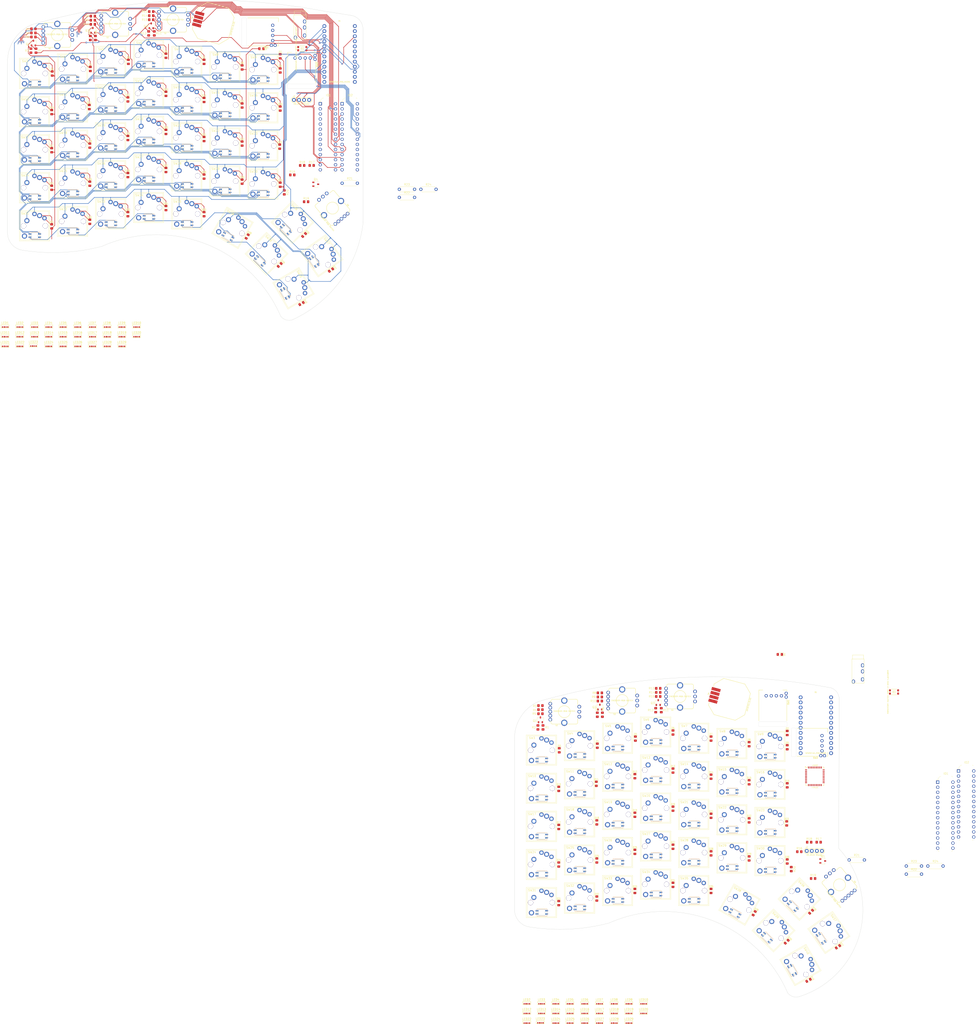
<source format=kicad_pcb>
(kicad_pcb (version 20211014) (generator pcbnew)
  (layers (0 "F.Cu" signal) (31 "B.Cu" signal) (34 "B.Paste" user) (35 "F.Paste" user) (36 "B.SilkS" user "B.Silkscreen") (37 "F.SilkS" user "F.Silkscreen") (38 "B.Mask" user) (39 "F.Mask" user) (44 "Edge.Cuts" user))
  (net 0 "")
  (net 1 "Row 0")
  (net 2 "Row 1")
  (net 3 "GND")
  (net 5 "SDA")
  (net 6 "SCL")
  (net 7 "Row 2")
  (net 8 "Row 3")
  (net 9 "Row 4")
  (net 10 "Row 5")
  (net 11 "Row 6")
  (net 12 "Col 0")
  (net 13 "Col 6")
  (net 14 "Net-(R3-Pad2)")
  (net 15 "Net-(R4-Pad2)")
  (net 16 "Joy X")
  (net 17 "Joy Y")
  (net 18 "Net-(R5-Pad2)")
  (net 19 "Net-(R8-Pad2)")
  (net 20 "Net-(R9-Pad2)")
  (net 21 "+5V")
  (net 22 "Net-(B1-Pad22)")
  (net 25 "Rot 0 R")
  (net 26 "Rot 0 G")
  (net 27 "Rot 0 U")
  (net 28 "Rot 0 A")
  (net 29 "Rot 0 B")
  (net 31 "Rot 1 R")
  (net 32 "Rot 1 G")
  (net 34 "Net-(IO1-Pad15)")
  (net 39 "Rot 1 U")
  (net 40 "Rot 1 A")
  (net 41 "Rot 1 B")
  (net 43 "Rot 2 U")
  (net 44 "Rot 2 G")
  (net 45 "Rot 2 R")
  (net 46 "Rot 2 A")
  (net 49 "Rot 2 B")
  (net 52 "Rot 3 R")
  (net 53 "Rot 3 G")
  (net 54 "Rot 3 U")
  (net 55 "Rot 3 A")
  (net 56 "Rot 3 B")
  (net 58 "Net-(IO2-Pad15)")
  (net 64 "Rot 4 A")
  (net 65 "Rot 4 B")
  (net 67 "Rot 5 A")
  (net 68 "Rot 5 B")
  (net 70 "LED Control")
  (net 72 "5V")
  (net 73 "Net-(Q1-Pad1)")
  (net 74 "Net-(Q1-Pad2)")
  (net 75 "Net-(Q2-Pad1)")
  (net 76 "Net-(Q2-Pad2)")
  (net 77 "Net-(Q3-Pad1)")
  (net 78 "Net-(Q3-Pad2)")
  (net 79 "Net-(Q4-Pad1)")
  (net 80 "Net-(Q4-Pad2)")
  (net 83 "Net-(SW3-Pad4)")
  (net 84 "Net-(SW4-Pad4)")
  (net 85 "Net-(SW5-Pad4)")
  (net 86 "Net-(SW6-Pad4)")
  (net 87 "Net-(SW7-Pad4)")
  (net 88 "Net-(SW8-Pad4)")
  (net 89 "Net-(SW10-Pad5)")
  (net 90 "Net-(SW10-Pad4)")
  (net 91 "Net-(SW11-Pad4)")
  (net 92 "Net-(SW12-Pad4)")
  (net 93 "Net-(SW13-Pad4)")
  (net 94 "Net-(SW14-Pad4)")
  (net 95 "Net-(SW15-Pad4)")
  (net 96 "Net-(SW16-Pad4)")
  (net 97 "Net-(SW17-Pad4)")
  (net 98 "Net-(SW18-Pad4)")
  (net 99 "Net-(SW19-Pad4)")
  (net 100 "Net-(SW20-Pad4)")
  (net 101 "Net-(SW21-Pad4)")
  (net 102 "Net-(SW22-Pad4)")
  (net 103 "Net-(SW23-Pad4)")
  (net 104 "Net-(SW24-Pad4)")
  (net 105 "Net-(SW25-Pad4)")
  (net 106 "Net-(SW26-Pad4)")
  (net 107 "Net-(D1-Pad1)")
  (net 108 "Net-(SW27-Pad4)")
  (net 109 "Net-(D2-Pad1)")
  (net 110 "Net-(SW28-Pad4)")
  (net 111 "Net-(D3-Pad1)")
  (net 112 "Net-(SW29-Pad4)")
  (net 113 "Net-(D4-Pad1)")
  (net 114 "Net-(SW30-Pad4)")
  (net 115 "Net-(D5-Pad1)")
  (net 116 "Net-(SW31-Pad4)")
  (net 117 "Net-(D6-Pad1)")
  (net 118 "Net-(SW32-Pad4)")
  (net 119 "Net-(D7-Pad1)")
  (net 120 "Net-(SW33-Pad4)")
  (net 121 "Net-(D8-Pad1)")
  (net 122 "Net-(SW34-Pad4)")
  (net 123 "Net-(D9-Pad1)")
  (net 124 "Net-(SW35-Pad4)")
  (net 125 "Net-(D10-Pad1)")
  (net 126 "Net-(SW36-Pad4)")
  (net 127 "Net-(D11-Pad1)")
  (net 128 "Net-(SW37-Pad4)")
  (net 129 "Net-(D12-Pad1)")
  (net 130 "Net-(D13-Pad1)")
  (net 131 "Net-(D14-Pad1)")
  (net 132 "Net-(D15-Pad1)")
  (net 133 "Net-(D16-Pad1)")
  (net 134 "Net-(D17-Pad1)")
  (net 135 "Net-(D18-Pad1)")
  (net 136 "Net-(D19-Pad1)")
  (net 137 "Net-(D20-Pad1)")
  (net 138 "Net-(D21-Pad1)")
  (net 139 "Net-(D22-Pad1)")
  (net 140 "Net-(D23-Pad1)")
  (net 141 "Net-(D24-Pad1)")
  (net 142 "Net-(D25-Pad1)")
  (net 143 "Net-(D26-Pad1)")
  (net 144 "Net-(D27-Pad1)")
  (net 145 "Net-(D28-Pad1)")
  (net 146 "Net-(D29-Pad1)")
  (net 147 "Net-(D30-Pad1)")
  (net 148 "Net-(D31-Pad1)")
  (net 149 "Net-(D32-Pad1)")
  (net 150 "Net-(D33-Pad1)")
  (net 151 "Net-(D34-Pad1)")
  (net 152 "Net-(D35-Pad1)")
  (net 153 "Net-(D36-Pad1)")
  (net 154 "Net-(D37-Pad1)")
  (net 155 "Net-(D38-Pad1)")
  (net 156 "Net-(SW38-Pad4)")
  (net 157 "Net-(D39-Pad1)")
  (net 158 "Net-(SW39-Pad4)")
  (net 159 "Net-(D40-Pad1)")
  (net 160 "Net-(LED1-Pad2)")
  (net 161 "Net-(LED1-Pad4)")
  (net 162 "Net-(LED2-Pad4)")
  (net 163 "Net-(LED3-Pad4)")
  (net 164 "Net-(LED4-Pad4)")
  (net 165 "Net-(LED5-Pad4)")
  (net 166 "Net-(LED6-Pad4)")
  (net 167 "Net-(LED7-Pad4)")
  (net 168 "Net-(LED8-Pad4)")
  (net 169 "Net-(LED10-Pad2)")
  (net 170 "Net-(LED10-Pad4)")
  (net 171 "Net-(LED11-Pad4)")
  (net 172 "Net-(LED12-Pad4)")
  (net 173 "Net-(LED13-Pad4)")
  (net 174 "Net-(LED14-Pad4)")
  (net 175 "Net-(LED15-Pad4)")
  (net 176 "Net-(LED16-Pad4)")
  (net 177 "Net-(LED17-Pad4)")
  (net 178 "Net-(LED18-Pad4)")
  (net 179 "Net-(LED19-Pad4)")
  (net 180 "Net-(LED20-Pad4)")
  (net 181 "Net-(LED21-Pad4)")
  (net 182 "Net-(LED22-Pad4)")
  (net 183 "Net-(LED23-Pad4)")
  (net 184 "Net-(LED24-Pad4)")
  (net 185 "Net-(LED25-Pad4)")
  (net 186 "Net-(LED26-Pad4)")
  (net 187 "Net-(LED27-Pad4)")
  (net 188 "Net-(LED28-Pad4)")
  (net 190 "Net-(R10-Pad2)")
  (net 191 "Net-(R13-Pad2)")
  (net 192 "Net-(R14-Pad2)")
  (net 193 "Net-(R15-Pad2)")
  (net 194 "Net-(R16-Pad2)")
  (net 195 "Net-(R17-Pad2)")
  (net 196 "Net-(R18-Pad2)")
  (net 197 "Col 5")
  (net 198 "Col 4")
  (net 199 "Col 3")
  (net 200 "Col 2")
  (net 201 "Col 1")
  (footprint "Resistor_SMD:R_0805_2012Metric_Pad1.20x1.40mm_HandSolder" (layer "F.Cu") (at 424.068951 456.263146)
    (fp_text reference "R19")
    (fp_text value "220Ω")
  )
  (footprint "Keebio-Parts:WS2812B-4020" (layer "F.Cu") (at 302.402951 523.446146)
    (fp_text reference "LED15")
    (fp_text value "SK6812" hide)
  )
  (footprint "Custom:D_0805_2012Metric_Pad1.15x1.40mm_HandSolder" (layer "F.Cu") (at 423.052951 472.900146 -135)
    (fp_text reference "D36")
    (fp_text value "DIODE-KIT")
  )
  (footprint "Package_TO_SOT_SMD:SOT-23W" (layer "F.Cu") (at 428.894951 447.500146)
    (fp_text reference "Q4")
    (fp_text value "Q_NPN_BCE")
  )
  (footprint "Resistor_SMD:R_0805_2012Metric_Pad1.20x1.40mm_HandSolder" (layer "F.Cu") (at 173.228 99.568)
    (fp_text reference "R17")
    (fp_text value "220Ω")
  )
  (footprint "Package_TO_SOT_SMD:SOT-23W" (layer "F.Cu") (at 317.388951 370.538146 90)
    (fp_text reference "Q2")
    (fp_text value "Q_NPN_BCE")
  )
  (footprint "Resistor_SMD:R_0805_2012Metric_Pad1.20x1.40mm_HandSolder" (layer "F.Cu") (at 346.598951 363.172146)
    (fp_text reference "R14")
    (fp_text value "220Ω")
  )
  (footprint "Keebio-Parts:WS2812B-4020" (layer "F.Cu") (at 56.134 189.738)
    (fp_text reference "LED26")
    (fp_text value "SK6812" hide)
  )
  (footprint "Keebio-Parts:WS2812B-4020" (layer "F.Cu") (at 280.812951 518.620146)
    (fp_text reference "LED2")
    (fp_text value "SK6812" hide)
  )
  (footprint "Silicon-Custom:LCC-36" (layer "F.Cu") (at 424.942 405.13)
    (fp_text reference ">NAME")
    (fp_text value ">VALUE")
  )
  (footprint "Keebio-Parts:WS2812B-4020" (layer "F.Cu") (at 48.768 189.738)
    (fp_text reference "LED25")
    (fp_text value "SK6812" hide)
  )
  (footprint "Custom:xX_Super_Heckin_Valid_MX_CHOC_SK6812MINIE_ONESIDE_KEYSWITCH_UwU_Xx" (layer "F.Cu") (at 307.254351 456.571146)
    (fp_text reference "SW25")
    (fp_text value "HECKIN_LED_SWITCH" hide)
    (fp_rect (start 1.8034 -6.0728) (end -1.4966 -3.1728) (layer "Edge.Cuts") (width 0.12) (fill none))
    (fp_rect (start -1.522 -6.096) (end 1.778 -3.196) (layer "Edge.Cuts") (width 0.12) (fill none))
  )
  (footprint "Custom:D_0805_2012Metric_Pad1.15x1.40mm_HandSolder" (layer "F.Cu") (at 157.226 90.17 -90)
    (fp_text reference "D23")
    (fp_text value "DIODE-KIT")
  )
  (footprint "Resistor_THT:R_Axial_DIN0207_L6.3mm_D2.5mm_P7.62mm_Horizontal" (layer "F.Cu") (at 217.068 111.506)
    (fp_text reference "R23")
    (fp_text value "R_A2")
  )
  (footprint "rollyboi9000000-main:RollerEncoder_Panasonic_EVQWGD001" (layer "F.Cu") (at 168.7145 51.4575 -90)
    (fp_text reference "SW2")
    (fp_text value "Roller Encoder Switch")
    (fp_line (start 9.8 7.3) (end 9.8 -6.3) (layer "Edge.Cuts") (width 0.05))
    (fp_line (start 7.4 -6.3) (end 7.4 7.3) (layer "Edge.Cuts") (width 0.05))
    (fp_line (start 9.5 -6.6) (end 7.7 -6.6) (layer "Edge.Cuts") (width 0.05))
    (fp_line (start 7.7 7.6) (end 9.5 7.6) (layer "Edge.Cuts") (width 0.05))
    (fp_arc (start 7.7 7.6) (mid 7.487868 7.512132) (end 7.4 7.3) (layer "Edge.Cuts") (width 0.05))
    (fp_arc (start 7.4 -6.3) (mid 7.487868 -6.512132) (end 7.7 -6.6) (layer "Edge.Cuts") (width 0.05))
    (fp_arc (start 9.5 -6.6) (mid 9.712132 -6.512132) (end 9.8 -6.3) (layer "Edge.Cuts") (width 0.05))
    (fp_arc (start 9.8 7.3) (mid 9.712132 7.512132) (end 9.5 7.6) (layer "Edge.Cuts") (width 0.05))
  )
  (footprint "Custom:xX_Super_Heckin_Valid_MX_CHOC_SK6812MINIE_ONESIDE_KEYSWITCH_UwU_Xx" (layer "F.Cu") (at 53.6194 137.087)
    (fp_text reference "SW32")
    (fp_text value "HECKIN_LED_SWITCH" hide)
    (fp_rect (start -1.522 -6.096) (end 1.778 -3.196) (layer "Edge.Cuts") (width 0.12) (fill none))
    (fp_rect (start 1.8034 -6.0728) (end -1.4966 -3.1728) (layer "Edge.Cuts") (width 0.12) (fill none))
  )
  (footprint "Custom:D_0805_2012Metric_Pad1.15x1.40mm_HandSolder" (layer "F.Cu") (at 296.814951 411.432146 -90)
    (fp_text reference "D10")
    (fp_text value "DIODE-KIT")
  )
  (footprint "Custom:D_0805_2012Metric_Pad1.15x1.40mm_HandSolder" (layer "F.Cu") (at 436.514951 490.426146 -145)
    (fp_text reference "D37")
    (fp_text value "DIODE-KIT")
  )
  (footprint "Custom:D_0805_2012Metric_Pad1.15x1.40mm_HandSolder" (layer "F.Cu") (at 373.014951 386.286146 -90)
    (fp_text reference "D7")
    (fp_text value "DIODE-KIT")
  )
  (footprint "Custom:D_0805_2012Metric_Pad1.15x1.40mm_HandSolder" (layer "F.Cu") (at 119.38 105.156 -90)
    (fp_text reference "D28")
    (fp_text value "DIODE-KIT")
  )
  (footprint "Package_TO_SOT_SMD:SOT-23W" (layer "F.Cu") (at 63.754 32.004 90)
    (fp_text reference "Q2")
    (fp_text value "Q_NPN_BCE")
  )
  (footprint "Resistor_SMD:R_0805_2012Metric_Pad1.20x1.40mm_HandSolder" (layer "F.Cu") (at 32.766 42.164 -90)
    (fp_text reference "R2")
    (fp_text value "220Ω")
  )
  (footprint "Custom:xX_Super_Heckin_Valid_MX_CHOC_SK6812MINIE_ONESIDE_KEYSWITCH_UwU_Xx" (layer "F.Cu") (at 326.278951 395.684146)
    (fp_text reference "SW5")
    (fp_text value "HECKIN_LED_SWITCH" hide)
    (fp_rect (start 1.8034 -6.0728) (end -1.4966 -3.1728) (layer "Edge.Cuts") (width 0.12) (fill none))
    (fp_rect (start -1.522 -6.096) (end 1.778 -3.196) (layer "Edge.Cuts") (width 0.12) (fill none))
  )
  (footprint "Boards:SPARKFUN_PRO_MICRO" (layer "F.Cu") (at 187.198 42.545)
    (fp_text reference "B1")
    (fp_text value "SPARKFUN_PRO_MICRO")
  )
  (footprint "Resistor_SMD:R_0805_2012Metric_Pad1.20x1.40mm_HandSolder" (layer "F.Cu") (at 168.478 99.568)
    (fp_text reference "R18")
    (fp_text value "220Ω")
  )
  (footprint "Custom:D_0805_2012Metric_Pad1.15x1.40mm_HandSolder" (layer "F.Cu") (at 316.118951 389.842146 -90)
    (fp_text reference "D4")
    (fp_text value "DIODE-KIT")
  )
  (footprint "Keebio-Parts:WS2812B-4020" (layer "F.Cu") (at 288.178951 518.620146)
    (fp_text reference "LED3")
    (fp_text value "SK6812" hide)
  )
  (footprint "Custom:D_0805_2012Metric_Pad1.15x1.40mm_HandSolder" (layer "F.Cu") (at 81.534 47.752 -90)
    (fp_text reference "D5")
    (fp_text value "DIODE-KIT")
  )
  (footprint "Keebio-Parts:WS2812B-4020" (layer "F.Cu") (at 48.768 180.086)
    (fp_text reference "LED5")
    (fp_text value "SK6812" hide)
  )
  (footprint "Custom:xX_Super_Heckin_Valid_MX_CHOC_SK6812MINIE_ONESIDE_KEYSWITCH_UwU_Xx" (layer "F.Cu") (at 326.278951 433.784146)
    (fp_text reference "SW19")
    (fp_text value "HECKIN_LED_SWITCH" hide)
    (fp_rect (start 1.8034 -6.0728) (end -1.4966 -3.1728) (layer "Edge.Cuts") (width 0.12) (fill none))
    (fp_rect (start -1.522 -6.096) (end 1.778 -3.196) (layer "Edge.Cuts") (width 0.12) (fill none))
  )
  (footprint "Custom:xX_Super_Heckin_Valid_MX_CHOC_SK6812MINIE_ONESIDE_KEYSWITCH_UwU_Xx" (layer "F.Cu") (at 34.5694 139.3206)
    (fp_text reference "SW31")
    (fp_text value "HECKIN_LED_SWITCH" hide)
    (fp_rect (start 1.8034 -6.0728) (end -1.4966 -3.1728) (layer "Edge.Cuts") (width 0.12) (fill none))
    (fp_rect (start -1.522 -6.096) (end 1.778 -3.196) (layer "Edge.Cuts") (width 0.12) (fill none))
  )
  (footprint "digikey-footprints:DIP-28_W7.62mm" (layer "F.Cu") (at 496.819 402.483)
    (fp_text reference "IO2")
    (fp_text value "MCP23018-E_SP")
  )
  (footprint "Keebio-Parts:WS2812B-4020" (layer "F.Cu") (at 27.178 189.738)
    (fp_text reference "LED22")
    (fp_text value "SK6812" hide)
  )
  (footprint "Custom:xX_Super_Heckin_Valid_MX_CHOC_SK6812MINIE_ONESIDE_KEYSWITCH_UwU_Xx" (layer "F.Cu") (at 91.694 73.0266)
    (fp_text reference "SW13")
    (fp_text value "HECKIN_LED_SWITCH" hide)
    (fp_rect (start 1.8034 -6.0728) (end -1.4966 -3.1728) (layer "Edge.Cuts") (width 0.12) (fill none))
    (fp_rect (start -1.522 -6.096) (end 1.778 -3.196) (layer "Edge.Cuts") (width 0.12) (fill none))
  )
  (footprint "Custom:xX_Super_Heckin_Valid_MX_CHOC_SK6812MINIE_ONESIDE_KEYSWITCH_UwU_Xx" (layer "F.Cu") (at 72.644 95.25)
    (fp_text reference "SW19")
    (fp_text value "HECKIN_LED_SWITCH" hide)
    (fp_rect (start 1.8034 -6.0728) (end -1.4966 -3.1728) (layer "Edge.Cuts") (width 0.12) (fill none))
    (fp_rect (start -1.522 -6.096) (end 1.778 -3.196) (layer "Edge.Cuts") (width 0.12) (fill none))
  )
  (footprint "Keebio-Parts:WS2812B-4020" (layer "F.Cu") (at 339.232951 523.446146)
    (fp_text reference "LED20")
    (fp_text value "SK6812" hide)
  )
  (footprint "Custom:D_0805_2012Metric_Pad1.15x1.40mm_HandSolder" (layer "F.Cu") (at 138.43 107.696 -90)
    (fp_text reference "D29")
    (fp_text value "DIODE-KIT")
  )
  (footprint "Custom:xX_Super_Heckin_Valid_MX_CHOC_SK6812MINIE_ONESIDE_KEYSWITCH_UwU_Xx" (layer "F.Cu") (at 409.460762 504.367343 -60)
    (fp_text reference "SW40")
    (fp_text value "HECKIN_LED_SWITCH" hide)
    (fp_rect (start -1.522 -6.096) (end 1.778 -3.196) (layer "Edge.Cuts") (width 0.12) (fill none))
    (fp_rect (start 1.8034 -6.0728) (end -1.4966 -3.1728) (layer "Edge.Cuts") (width 0.12) (fill none))
  )
  (footprint "Custom:D_0805_2012Metric_Pad1.15x1.40mm_HandSolder" (layer "F.Cu") (at 100.33 63.754 -90)
    (fp_text reference "D13")
    (fp_text value "DIODE-KIT")
  )
  (footprint "Custom:D_0805_2012Metric_Pad1.15x1.40mm_HandSolder" (layer "F.Cu") (at 100.33 120.904 -90)
    (fp_text reference "D34")
    (fp_text value "DIODE-KIT")
  )
  (footprint "Custom:xX_Super_Heckin_Valid_MX_CHOC_SK6812MINIE_ONESIDE_KEYSWITCH_UwU_Xx" (layer "F.Cu") (at 326.278951 452.834146)
    (fp_text reference "SW26")
    (fp_text value "HECKIN_LED_SWITCH" hide)
    (fp_rect (start -1.522 -6.096) (end 1.778 -3.196) (layer "Edge.Cuts") (width 0.12) (fill none))
    (fp_rect (start 1.8034 -6.0728) (end -1.4966 -3.1728) (layer "Edge.Cuts") (width 0.12) (fill none))
  )
  (footprint "Custom:xX_Super_Heckin_Valid_MX_CHOC_SK6812MINIE_ONESIDE_KEYSWITCH_UwU_Xx" (layer "F.Cu") (at 364.378951 433.784146)
    (fp_text reference "SW21")
    (fp_text value "HECKIN_LED_SWITCH" hide)
    (fp_rect (start 1.8034 -6.0728) (end -1.4966 -3.1728) (layer "Edge.Cuts") (width 0.12) (fill none))
    (fp_rect (start -1.522 -6.096) (end 1.778 -3.196) (layer "Edge.Cuts") (width 0.12) (fill none))
  )
  (footprint "Keebio-Parts:WS2812B-4020" (layer "F.Cu") (at 85.598 184.912)
    (fp_text reference "LED20")
    (fp_text value "SK6812" hide)
  )
  (footprint "Keebio-Parts:WS2812B-4020" (layer "F.Cu") (at 295.290951 518.620146)
    (fp_text reference "LED4")
    (fp_text value "SK6812" hide)
  )
  (footprint "Boards:SPARKFUN_PRO_MICRO" (layer "F.Cu") (at 425.45 378.333)
    (fp_text reference "B1")
    (fp_text value "SPARKFUN_PRO_MICRO")
  )
  (footprint "Custom:xX_Super_Heckin_Valid_MX_CHOC_SK6812MINIE_ONESIDE_KEYSWITCH_UwU_Xx" (layer "F.Cu") (at 326.278951 414.734146)
    (fp_text reference "SW12")
    (fp_text value "HECKIN_LED_SWITCH" hide)
    (fp_rect (start -1.522 -6.096) (end 1.778 -3.196) (layer "Edge.Cuts") (width 0.12) (fill none))
    (fp_rect (start 1.8034 -6.0728) (end -1.4966 -3.1728) (layer "Edge.Cuts") (width 0.12) (fill none))
  )
  (footprint "Resistor_SMD:R_0805_2012Metric_Pad1.20x1.40mm_HandSolder" (layer "F.Cu") (at 92.964 24.638)
    (fp_text reference "R14")
    (fp_text value "220Ω")
  )
  (footprint "Keebio-Parts:WS2812B-4020" (layer "F.Cu") (at 317.134951 523.446146)
    (fp_text reference "LED17")
    (fp_text value "SK6812" hide)
  )
  (footprint "Custom:xX_Super_Heckin_Valid_MX_CHOC_SK6812MINIE_ONESIDE_KEYSWITCH_UwU_Xx" (layer "F.Cu") (at 307.254351 437.521146)
    (fp_text reference "SW18")
    (fp_text value "HECKIN_LED_SWITCH" hide)
    (fp_rect (start -1.522 -6.096) (end 1.778 -3.196) (layer "Edge.Cuts") (width 0.12) (fill none))
    (fp_rect (start 1.8034 -6.0728) (end -1.4966 -3.1728) (layer "Edge.Cuts") (width 0.12) (fill none))
  )
  (footprint "Keebio-Parts:WS2812B-4020" (layer "F.Cu") (at 63.5 189.738)
    (fp_text reference "LED27")
    (fp_text value "SK6812" hide)
  )
  (footprint "Custom:xX_Super_Heckin_Valid_MX_CHOC_SK6812MINIE_ONESIDE_KEYSWITCH_UwU_Xx" (layer "F.Cu") (at 382.485748 477.627735 -30)
    (fp_text reference "SW38")
    (fp_text value "HECKIN_LED_SWITCH" hide)
    (fp_rect (start 1.8034 -6.0728) (end -1.4966 -3.1728) (layer "Edge.Cuts") (width 0.12) (fill none))
    (fp_rect (start -1.522 -6.096) (end 1.778 -3.196) (layer "Edge.Cuts") (width 0.12) (fill none))
  )
  (footprint "Resistor_SMD:R_0805_2012Metric_Pad1.20x1.40mm_HandSolder" (layer "F.Cu") (at 413.146951 451.564146 -90)
    (fp_text reference "R20")
    (fp_text value "220Ω")
  )
  (footprint "Keebio-Parts:WS2812B-4020" (layer "F.Cu") (at 41.656 180.086)
    (fp_text reference "LED4")
    (fp_text value "SK6812" hide)
  )
  (footprint "Resistor_SMD:R_0805_2012Metric_Pad1.20x1.40mm_HandSolder" (layer "F.Cu") (at 92.964 26.67)
    (fp_text reference "R15")
    (fp_text value "220Ω")
  )
  (footprint "Custom:xX_Super_Heckin_Valid_MX_CHOC_SK6812MINIE_ONESIDE_KEYSWITCH_UwU_Xx" (layer "F.Cu") (at 128.850797 139.093589 -30)
    (fp_text reference "SW38")
    (fp_text value "HECKIN_LED_SWITCH" hide)
    (fp_rect (start 1.8034 -6.0728) (end -1.4966 -3.1728) (layer "Edge.Cuts") (width 0.12) (fill none))
    (fp_rect (start -1.522 -6.096) (end 1.778 -3.196) (layer "Edge.Cuts") (width 0.12) (fill none))
  )
  (footprint "Keebio-Parts:WS2812B-4020" (layer "F.Cu") (at 78.232 184.912)
    (fp_text reference "LED19")
    (fp_text value "SK6812" hide)
  )
  (footprint "Resistor_SMD:R_0805_2012Metric_Pad1.20x1.40mm_HandSolder" (layer "F.Cu") (at 346.598951 365.204146)
    (fp_text reference "R15")
    (fp_text value "220Ω")
  )
  (footprint "Custom:D_0805_2012Metric_Pad1.15x1.40mm_HandSolder" (layer "F.Cu") (at 315.864951 466.296146 -90)
    (fp_text reference "D32")
    (fp_text value "DIODE-KIT")
  )
  (footprint "Custom:D_0805_2012Metric_Pad1.15x1.40mm_HandSolder" (layer "F.Cu") (at 62.23 108.712 -90)
    (fp_text reference "D25")
    (fp_text value "DIODE-KIT")
  )
  (footprint "Keebio-Parts:WS2812B-4020" (layer "F.Cu") (at 34.544 184.912)
    (fp_text reference "LED13")
    (fp_text value "SK6812" hide)
  )
  (footprint "Custom:xX_Super_Heckin_Valid_MX_CHOC_SK6812MINIE_ONESIDE_KEYSWITCH_UwU_Xx" (layer "F.Cu") (at 110.744 114.3)
    (fp_text reference "SW28")
    (fp_text value "HECKIN_LED_SWITCH" hide)
    (fp_rect (start -1.522 -6.096) (end 1.778 -3.196) (layer "Edge.Cuts") (width 0.12) (fill none))
    (fp_rect (start 1.8034 -6.0728) (end -1.4966 -3.1728) (layer "Edge.Cuts") (width 0.12) (fill none))
  )
  (footprint "Custom:xX_Super_Heckin_Valid_MX_CHOC_SK6812MINIE_ONESIDE_KEYSWITCH_UwU_Xx" (layer "F.Cu") (at 53.6194 60.887)
    (fp_text reference "SW4")
    (fp_text value "HECKIN_LED_SWITCH" hide)
    (fp_rect (start 1.8034 -6.0728) (end -1.4966 -3.1728) (layer "Edge.Cuts") (width 0.12) (fill none))
    (fp_rect (start -1.522 -6.096) (end 1.778 -3.196) (layer "Edge.Cuts") (width 0.12) (fill none))
  )
  (footprint "rollyboi9000000-main:RollerEncoder_Panasonic_EVQWGD001" (layer "F.Cu") (at 404.4265 370.4815 -90)
    (fp_text reference "SW1")
    (fp_text value "Roller Encoder Switch")
    (fp_line (start 7.7 7.6) (end 9.5 7.6) (layer "Edge.Cuts") (width 0.05))
    (fp_line (start 9.8 7.3) (end 9.8 -6.3) (layer "Edge.Cuts") (width 0.05))
    (fp_line (start 7.4 -6.3) (end 7.4 7.3) (layer "Edge.Cuts") (width 0.05))
    (fp_line (start 9.5 -6.6) (end 7.7 -6.6) (layer "Edge.Cuts") (width 0.05))
    (fp_arc (start 7.7 7.6) (mid 7.487868 7.512132) (end 7.4 7.3) (layer "Edge.Cuts") (width 0.05))
    (fp_arc (start 7.4 -6.3) (mid 7.487868 -6.512132) (end 7.7 -6.6) (layer "Edge.Cuts") (width 0.05))
    (fp_arc (start 9.5 -6.6) (mid 9.712132 -6.512132) (end 9.8 -6.3) (layer "Edge.Cuts") (width 0.05))
    (fp_arc (start 9.8 7.3) (mid 9.712132 7.512132) (end 9.5 7.6) (layer "Edge.Cuts") (width 0.05))
  )
  (footprint "Custom:xX_Super_Heckin_Valid_MX_CHOC_SK6812MINIE_ONESIDE_KEYSWITCH_UwU_Xx" (layer "F.Cu") (at 110.744 133.35)
    (fp_text reference "SW35")
    (fp_text value "HECKIN_LED_SWITCH" hide)
    (fp_rect (start -1.522 -6.096) (end 1.778 -3.196) (layer "Edge.Cuts") (width 0.12) (fill none))
    (fp_rect (start 1.8034 -6.0728) (end -1.4966 -3.1728) (layer "Edge.Cuts") (width 0.12) (fill none))
  )
  (footprint "Custom:xX_Super_Heckin_Valid_MX_CHOC_SK6812MINIE_ONESIDE_KEYSWITCH_UwU_Xx" (layer "F.Cu") (at 402.504351 399.745146)
    (fp_text reference "SW9")
    (fp_text value "HECKIN_LED_SWITCH" hide)
    (fp_rect (start 1.8034 -6.0728) (end -1.4966 -3.1728) (layer "Edge.Cuts") (width 0.12) (fill none))
    (fp_rect (start -1.522 -6.096) (end 1.778 -3.196) (layer "Edge.Cuts") (width 0.12) (fill none))
  )
  (footprint "Custom:D_0805_2012Metric_Pad1.15x1.40mm_HandSolder" (layer "F.Cu") (at 182.88 151.892 -145)
    (fp_text reference "D37")
    (fp_text value "DIODE-KIT")
  )
  (footprint "Custom:xX_Super_Heckin_Valid_MX_CHOC_SK6812MINIE_ONESIDE_KEYSWITCH_UwU_Xx" (layer "F.Cu") (at 34.5694 101.2206)
    (fp_text reference "SW17")
    (fp_text value "HECKIN_LED_SWITCH" hide)
    (fp_rect (start -1.522 -6.096) (end 1.778 -3.196) (layer "Edge.Cuts") (width 0.12) (fill none))
    (fp_rect (start 1.8034 -6.0728) (end -1.4966 -3.1728) (layer "Edge.Cuts") (width 0.12) (fill none))
  )
  (footprint "Custom:D_0805_2012Metric_Pad1.15x1.40mm_HandSolder" (layer "F.Cu") (at 100.33 44.704 -90)
    (fp_text reference "D6")
    (fp_text value "DIODE-KIT")
  )
  (footprint "Custom:xX_Super_Heckin_Valid_MX_CHOC_SK6812MINIE_ONESIDE_KEYSWITCH_UwU_Xx" (layer "F.Cu") (at 53.6194 98.987)
    (fp_text reference "SW18")
    (fp_text value "HECKIN_LED_SWITCH" hide)
    (fp_rect (start -1.522 -6.096) (end 1.778 -3.196) (layer "Edge.Cuts") (width 0.12) (fill none))
    (fp_rect (start 1.8034 -6.0728) (end -1.4966 -3.1728) (layer "Edge.Cuts") (width 0.12) (fill none))
  )
  (footprint "Custom:D_0805_2012Metric_Pad1.15x1.40mm_HandSolder" (layer "F.Cu") (at 297.068951 392.128146 -90)
    (fp_text reference "D3")
    (fp_text value "DIODE-KIT")
  )
  (footprint "Custom:D_0805_2012Metric_Pad1.15x1.40mm_HandSolder" (layer "F.Cu") (at 168.148 168.656 -150)
    (fp_text reference "D40")
    (fp_text value "DIODE-KIT")
  )
  (footprint "Custom:D_0805_2012Metric_Pad1.15x1.40mm_HandSolder" (layer "F.Cu") (at 353.964951 383.238146 -90)
    (fp_text reference "D6")
    (fp_text value "DIODE-KIT")
  )
  (footprint "Custom:D_0805_2012Metric_Pad1.15x1.40mm_HandSolder" (layer "F.Cu") (at 62.484 51.308 -90)
    (fp_text reference "D4")
    (fp_text value "DIODE-KIT")
  )
  (footprint "Custom:D_0805_2012Metric_Pad1.15x1.40mm_HandSolder" (layer "F.Cu") (at 392.064951 389.080146 -90)
    (fp_text reference "D8")
    (fp_text value "DIODE-KIT")
  )
  (footprint "Resistor_THT:R_Axial_DIN0207_L6.3mm_D2.5mm_P7.62mm_Horizontal" (layer "F.Cu") (at 217.068 115.556)
    (fp_text reference "R22")
    (fp_text value "R_B2")
  )
  (footprint "Custom:D_0805_2012Metric_Pad1.15x1.40mm_HandSolder" (layer "F.Cu") (at 315.610951 408.892146 -90)
    (fp_text reference "D11")
    (fp_text value "DIODE-KIT")
  )
  (footprint "Keebio-Parts:WS2812B-4020" (layer "F.Cu") (at 70.866 189.738)
    (fp_text reference "LED28")
    (fp_text value "SK6812" hide)
  )
  (footprint "Custom:D_0805_2012Metric_Pad1.15x1.40mm_HandSolder" (layer "F.Cu") (at 138.43 88.646 -90)
    (fp_text reference "D22")
    (fp_text value "DIODE-KIT")
  )
  (footprint "Custom:xX_Super_Heckin_Valid_MX_CHOC_SK6812MINIE_ONESIDE_KEYSWITCH_UwU_Xx" (layer "F.Cu") (at 129.8194 78.8686)
    (fp_text reference "SW15")
    (fp_text value "HECKIN_LED_SWITCH" hide)
    (fp_rect (start 1.8034 -6.0728) (end -1.4966 -3.1728) (layer "Edge.Cuts") (width 0.12) (fill none))
    (fp_rect (start -1.522 -6.096) (end 1.778 -3.196) (layer "Edge.Cuts") (width 0.12) (fill none))
  )
  (footprint "Custom:xX_Super_Heckin_Valid_MX_CHOC_SK6812MINIE_ONESIDE_KEYSWITCH_UwU_Xx" (layer "F.Cu") (at 383.454351 436.452746)
    (fp_text reference "SW22")
    (fp_text value "HECKIN_LED_SWITCH" hide)
    (fp_rect (start 1.8034 -6.0728) (end -1.4966 -3.1728) (layer "Edge.Cuts") (width 0.12) (fill none))
    (fp_rect (start -1.522 -6.096) (end 1.778 -3.196) (layer "Edge.Cuts") (width 0.12) (fill none))
  )
  (footprint "Resistor_SMD:R_0805_2012Metric_Pad1.20x1.40mm_HandSolder" (layer "F.Cu") (at 63.754 24.892)
    (fp_text reference "R8")
    (fp_text value "220Ω")
  )
  (footprint "Keebio-Parts:WS2812B-4020" (layer "F.Cu") (at 70.866 180.086)
    (fp_text reference "LED8")
    (fp_text value "SK6812" hide)
  )
  (footprint "Custom:xX_Super_Heckin_Valid_MX_CHOC_SK6812MINIE_ONESIDE_KEYSWITCH_UwU_Xx" (layer "F.Cu") (at 72.644 114.3)
    (fp_text reference "SW26")
    (fp_text value "HECKIN_LED_SWITCH" hide)
    (fp_rect (start -1.522 -6.096) (end 1.778 -3.196) (layer "Edge.Cuts") (width 0.12) (fill none))
    (fp_rect (start 1.8034 -6.0728) (end -1.4966 -3.1728) (layer "Edge.Cuts") (width 0.12) (fill none))
  )
  (footprint "Custom:xX_Super_Heckin_Valid_MX_CHOC_SK6812MINIE_ONESIDE_KEYSWITCH_UwU_Xx" (layer "F.Cu") (at 364.378951 471.884146)
    (fp_text reference "SW35")
    (fp_text value "HECKIN_LED_SWITCH" hide)
    (fp_rect (start -1.522 -6.096) (end 1.778 -3.196) (layer "Edge.Cuts") (width 0.12) (fill none))
    (fp_rect (start 1.8034 -6.0728) (end -1.4966 -3.1728) (layer "Edge.Cuts") (width 0.12) (fill none))
  )
  (footprint "Package_TO_SOT_SMD:SOT-23W" (layer "F.Cu") (at 92.964 29.718 90)
    (fp_text reference "Q3")
    (fp_text value "Q_NPN_BCE")
  )
  (footprint "Custom:xX_Super_Heckin_Valid_MX_CHOC_SK6812MINIE_ONESIDE_KEYSWITCH_UwU_Xx" (layer "F.Cu") (at 288.204351 477.854746)
    (fp_text reference "SW31")
    (fp_text value "HECKIN_LED_SWITCH" hide)
    (fp_rect (start 1.8034 -6.0728) (end -1.4966 -3.1728) (layer "Edge.Cuts") (width 0.12) (fill none))
    (fp_rect (start -1.522 -6.096) (end 1.778 -3.196) (layer "Edge.Cuts") (width 0.12) (fill none))
  )
  (footprint "Custom:xX_Super_Heckin_Valid_MX_CHOC_SK6812MINIE_ONESIDE_KEYSWITCH_UwU_Xx" (layer "F.Cu") (at 148.8694 99.311)
    (fp_text reference "SW23")
    (fp_text value "HECKIN_LED_SWITCH" hide)
    (fp_rect (start -1.522 -6.096) (end 1.778 -3.196) (layer "Edge.Cuts") (width 0.12) (fill none))
    (fp_rect (start 1.8034 -6.0728) (end -1.4966 -3.1728) (layer "Edge.Cuts") (width 0.12) (fill none))
  )
  (footprint "Custom:xX_Super_Heckin_Valid_MX_CHOC_SK6812MINIE_ONESIDE_KEYSWITCH_UwU_Xx" (layer "F.Cu") (at 53.6194 118.037)
    (fp_text reference "SW25")
    (fp_text value "HECKIN_LED_SWITCH" hide)
    (fp_rect (start 1.8034 -6.0728) (end -1.4966 -3.1728) (layer "Edge.Cuts") (width 0.12) (fill none))
    (fp_rect (start -1.522 -6.096) (end 1.778 -3.196) (layer "Edge.Cuts") (width 0.12) (fill none))
  )
  (footprint "Custom:D_0805_2012Metric_Pad1.15x1.40mm_HandSolder" (layer "F.Cu") (at 100.33 82.804 -90)
    (fp_text reference "D20")
    (fp_text value "DIODE-KIT")
  )
  (footprint "Custom:D_0805_2012Metric_Pad1.15x1.40mm_HandSolder" (layer "F.Cu") (at 148.082 41.148 180)
    (fp_text reference "D1")
    (fp_text value "DIODE-KIT" hide)
  )
  (footprint "Custom:D_0805_2012Metric_Pad1.15x1.40mm_HandSolder" (layer "F.Cu") (at 392.064951 446.230146 -90)
    (fp_text reference "D29")
    (fp_text value "DIODE-KIT")
  )
  (footprint "Switches:ENCODER_LED_3" (layer "F.Cu") (at 103.886 26.67 90)
    (fp_text reference "S4")
    (fp_text value "ENCODER-RGB-SWITCH")
  )
  (footprint "Resistor_THT:R_Axial_DIN0207_L6.3mm_D2.5mm_P7.62mm_Horizontal" (layer "F.Cu") (at 442.102951 446.992146)
    (fp_text reference "R21")
    (fp_text value "R_A1" hide)
  )
  (footprint "Custom:D_0805_2012Metric_Pad1.15x1.40mm_HandSolder" (layer "F.Cu") (at 157.48 71.12 -90)
    (fp_text reference "D16")
    (fp_text value "DIODE-KIT")
  )
  (footprint "Custom:D_0805_2012Metric_Pad1.15x1.40mm_HandSolder" (layer "F.Cu") (at 353.964951 440.388146 -90)
    (fp_text reference "D27")
    (fp_text value "DIODE-KIT")
  )
  (footprint "Switches:JOYSTICK-PSP1000" (layer "F.Cu") (at 382.227118 366.643462 75)
    (fp_text reference "S5")
    (fp_text value "JOYSTICK_SLIDE")
  )
  (footprint "Resistor_THT:R_Axial_DIN0207_L6.3mm_D2.5mm_P7.62mm_Horizontal" (layer "F.Cu") (at 481.472951 450.040146)
    (fp_text reference "R24")
    (fp_text value "R_B2")
  )
  (footprint "Custom:D_0805_2012Metric_Pad1.15x1.40mm_HandSolder" (layer "F.Cu") (at 373.014951 443.690146 -90)
    (fp_text reference "D28")
    (fp_text value "DIODE-KIT")
  )
  (footprint "Custom:D_0805_2012Metric_Pad1.15x1.40mm_HandSolder" (layer "F.Cu") (at 119.38 66.802 -90)
    (fp_text reference "D14")
    (fp_text value "DIODE-KIT")
  )
  (footprint "Custom:xX_Super_Heckin_Valid_MX_CHOC_SK6812MINIE_ONESIDE_KEYSWITCH_UwU_Xx" (layer "F.Cu") (at 91.694 53.9766)
    (fp_text reference "SW6")
    (fp_text value "HECKIN_LED_SWITCH" hide)
    (fp_rect (start -1.522 -6.096) (end 1.778 -3.196) (layer "Edge.Cuts") (width 0.12) (fill none))
    (fp_rect (start 1.8034 -6.0728) (end -1.4966 -3.1728) (layer "Edge.Cuts") (width 0.12) (fill none))
  )
  (footprint "Custom:D_0805_2012Metric_Pad1.15x1.40mm_HandSolder" (layer "F.Cu") (at 119.38 86.36 -90)
    (fp_text reference "D21")
    (fp_text value "DIODE-KIT")
  )
  (footprint "Custom:D_0805_2012Metric_Pad1.15x1.40mm_HandSolder" (layer "F.Cu") (at 157.48 44.958 -90)
    (fp_text reference "D2")
    (fp_text value "DIODE-KIT" hide)
  )
  (footprint "Resistor_SMD:R_0805_2012Metric_Pad1.20x1.40mm_HandSolder" (layer "F.Cu") (at 287.670951 373.840146)
    (fp_text reference "R5")
    (fp_text value "220Ω")
  )
  (footprint "Keebio-Parts:WS2812B-4020" (layer "F.Cu") (at 280.812951 523.446146)
    (fp_text reference "LED12")
    (fp_text value "SK6812" hide)
  )
  (footprint "Custom:xX_Super_Heckin_Valid_MX_CHOC_SK6812MINIE_ONESIDE_KEYSWITCH_UwU_Xx" (layer "F.Cu") (at 326.278951 471.884146)
    (fp_text reference "SW33")
    (fp_text value "HECKIN_LED_SWITCH" hide)
    (fp_rect (start -1.522 -6.096) (end 1.778 -3.196) (layer "Edge.Cuts") (width 0.12) (fill none))
    (fp_rect (start 1.8034 -6.0728) (end -1.4966 -3.1728) (layer "Edge.Cuts") (width 0.12) (fill none))
  )
  (footprint "Keebio-Parts:TRRS-PJ-320A" (layer "F.Cu") (at 446.532 346.456)
    (fp_text reference "J1")
    (fp_text value "I2C TRRS")
  )
  (footprint "Keebio-Parts:WS2812B-4020" (layer "F.Cu") (at 85.598 180.086)
    (fp_text reference "LED10")
    (fp_text value "SK6812" hide)
  )
  (footprint "Custom:xX_Super_Heckin_Valid_MX_CHOC_SK6812MINIE_ONESIDE_KEYSWITCH_UwU_Xx" (layer "F.Cu") (at 155.825811 165.833197 -60)
    (fp_text reference "SW40")
    (fp_text value "HECKIN_LED_SWITCH" hide)
    (fp_rect (start -1.522 -6.096) (end 1.778 -3.196) (layer "Edge.Cuts") (width 0.12) (fill none))
    (fp_rect (start 1.8034 -6.0728) (end -1.4966 -3.1728) (layer "Edge.Cuts") (width 0.12) (fill none))
  )
  (footprint "Resistor_SMD:R_0805_2012Metric_Pad1.20x1.40mm_HandSolder" (layer "F.Cu") (at 92.964 22.606)
    (fp_text reference "R13")
    (fp_text value "220Ω")
  )
  (footprint "Resistor_SMD:R_0805_2012Metric_Pad1.20x1.40mm_HandSolder" (layer "F.Cu") (at 34.036 31.242)
    (fp_text reference "R3")
    (fp_text value "220Ω")
  )
  (footprint "Keebio-Parts:WS2812B-4020" (layer "F.Cu") (at 324.500951 523.446146)
    (fp_text reference "LED18")
    (fp_text value "SK6812" hide)
  )
  (footprint "Custom:xX_Super_Heckin_Valid_MX_CHOC_SK6812MINIE_ONESIDE_KEYSWITCH_UwU_Xx" (layer "F.Cu") (at 402.504351 456.895146)
    (fp_text reference "SW30")
    (fp_text value "HECKIN_LED_SWITCH" hide)
    (fp_rect (start 1.8034 -6.0728) (end -1.4966 -3.1728) (layer "Edge.Cuts") (width 0.12) (fill none))
    (fp_rect (start -1.522 -6.096) (end 1.778 -3.196) (layer "Edge.Cuts") (width 0.12) (fill none))
  )
  (footprint "Custom:D_0805_2012Metric_Pad1.15x1.40mm_HandSolder" (layer "F.Cu") (at 373.014951 405.336146 -90)
    (fp_text reference "D14")
    (fp_text value "DIODE-KIT")
  )
  (footprint "Keebio-Parts:WS2812B-4020" (layer "F.Cu") (at 339.232951 518.620146)
    (fp_text reference "LED10")
    (fp_text value "SK6812" hide)
  )
  (footprint "Custom:xX_Super_Heckin_Valid_MX_CHOC_SK6812MINIE_ONESIDE_KEYSWITCH_UwU_Xx" (layer "F.Cu") (at 91.694 130.1766)
    (fp_text reference "SW34")
    (fp_text value "HECKIN_LED_SWITCH" hide)
    (fp_rect (start 1.8034 -6.0728) (end -1.4966 -3.1728) (layer "Edge.Cuts") (width 0.12) (fill none))
    (fp_rect (start -1.522 -6.096) (end 1.778 -3.196) (layer "Edge.Cuts") (width 0.12) (fill none))
  )
  (footprint "Custom:D_0805_2012Metric_Pad1.15x1.40mm_HandSolder" (layer "F.Cu") (at 43.18 130.048 -90)
    (fp_text reference "D31")
    (fp_text value "DIODE-KIT")
  )
  (footprint "Custom:D_0805_2012Metric_Pad1.15x1.40mm_HandSolder" (layer "F.Cu") (at 138.43 50.546 -90)
    (fp_text reference "D8")
    (fp_text value "DIODE-KIT")
  )
  (footprint "Package_TO_SOT_SMD:SOT-23W" (layer "F.Cu") (at 346.598951 368.252146 90)
    (fp_text reference "Q3")
    (fp_text value "Q_NPN_BCE")
  )
  (footprint "Resistor_SMD:R_0805_2012Metric_Pad1.20x1.40mm_HandSolder" (layer "F.Cu") (at 63.754 26.924)
    (fp_text reference "R9")
    (fp_text value "220Ω")
  )
  (footprint "Custom:xX_Super_Heckin_Valid_MX_CHOC_SK6812MINIE_ONESIDE_KEYSWITCH_UwU_Xx" (layer "F.Cu") (at 110.744 95.25)
    (fp_text reference "SW21")
    (fp_text value "HECKIN_LED_SWITCH" hide)
    (fp_rect (start 1.8034 -6.0728) (end -1.4966 -3.1728) (layer "Edge.Cuts") (width 0.12) (fill none))
    (fp_rect (start -1.522 -6.096) (end 1.778 -3.196) (layer "Edge.Cuts") (width 0.12) (fill none))
  )
  (footprint "Keebio-Parts:WS2812B-4020" (layer "F.Cu") (at 317.134951 528.272146)
    (fp_text reference "LED27")
    (fp_text value "SK6812" hide)
  )
  (footprint "Keebio-Parts:WS2812B-4020" (layer "F.Cu") (at 63.5 184.912)
    (fp_text reference "LED17")
    (fp_text value "SK6812" hide)
  )
  (footprint "Custom:xX_Super_Heckin_Valid_MX_CHOC_SK6812MINIE_ONESIDE_KEYSWITCH_UwU_Xx" (layer "F.Cu") (at 156.840808 134.787113 -45)
    (fp_text reference "SW36")
    (fp_text value "HECKIN_LED_SWITCH" hide)
    (fp_rect (start 1.8034 -6.0728) (end -1.4966 -3.1728) (layer "Edge.Cuts") (width 0.12) (fill none))
    (fp_rect (start -1.522 -6.096) (end 1.778 -3.196) (layer "Edge.Cuts") (width 0.12) (fill none))
  )
  (footprint "Connectors:1X04" (layer "F.Cu") (at 164.338 66.802)
    (fp_text reference "J2")
    (fp_text value "I2C_OLED Display")
  )
  (footprint "Resistor_SMD:R_0805_2012Metric_Pad1.20x1.40mm_HandSolder" (layer "F.Cu") (at 287.670951 369.776146)
    (fp_text reference "R3")
    (fp_text value "220Ω")
  )
  (footprint "Custom:D_0805_2012Metric_Pad1.15x1.40mm_HandSolder" (layer "F.Cu") (at 411.114951 447.754146 -90)
    (fp_text reference "D30")
    (fp_text value "DIODE-KIT")
  )
  (footprint "Custom:D_0805_2012Metric_Pad1.15x1.40mm_HandSolder" (layer "F.Cu") (at 157.48 52.07 -90)
    (fp_text reference "D9")
    (fp_text value "DIODE-KIT")
  )
  (footprint "Custom:xX_Super_Heckin_Valid_MX_CHOC_SK6812MINIE_ONESIDE_KEYSWITCH_UwU_Xx" (layer "F.Cu") (at 307.254351 399.421146)
    (fp_text reference "SW4")
    (fp_text value "HECKIN_LED_SWITCH" hide)
    (fp_rect (start 1.8034 -6.0728) (end -1.4966 -3.1728) (layer "Edge.Cuts") (width 0.12) (fill none))
    (fp_rect (start -1.522 -6.096) (end 1.778 -3.196) (layer "Edge.Cuts") (width 0.12) (fill none))
  )
  (footprint "Package_TO_SOT_SMD:SOT-23W" (layer "F.Cu") (at 34.036 38.354 90)
    (fp_text reference "Q1")
    (fp_text value "Q_NPN_BCE")
  )
  (footprint "Custom:D_0805_2012Metric_Pad1.15x1.40mm_HandSolder" (layer "F.Cu") (at 334.914951 442.928146 -90)
    (fp_text reference "D26")
    (fp_text value "DIODE-KIT")
  )
  (footprint "Keebio-Parts:WS2812B-4020" (layer "F.Cu") (at 324.500951 528.272146)
    (fp_text reference "LED28")
    (fp_text value "SK6812" hide)
  )
  (footprint "Custom:D_0805_2012Metric_Pad1.15x1.40mm_HandSolder" (layer "F.Cu") (at 157.226 149.352 -135)
    (fp_text reference "D39")
    (fp_text value "DIODE-KIT")
  )
  (footprint "Custom:xX_Super_Heckin_Valid_MX_CHOC_SK6812MINIE_ONESIDE_KEYSWITCH_UwU_Xx" (layer "F.Cu") (at 72.644 133.35)
    (fp_text reference "SW33")
    (fp_text value "HECKIN_LED_SWITCH" hide)
    (fp_rect (start -1.522 -6.096) (end 1.778 -3.196) (layer "Edge.Cuts") (width 0.12) (fill none))
    (fp_rect (start 1.8034 -6.0728) (end -1.4966 -3.1728) (layer "Edge.Cuts") (width 0.12) (fill none))
  )
  (footprint "Custom:D_0805_2012Metric_Pad1.15x1.40mm_HandSolder" (layer "F.Cu") (at 392.064951 427.180146 -90)
    (fp_text reference "D22")
    (fp_text value "DIODE-KIT")
  )
  (footprint "Resistor_SMD:R_0805_2012Metric_Pad1.20x1.40mm_HandSolder" (layer "F.Cu") (at 288.940951 380.698146 90)
    (fp_text reference "R1")
    (fp_text value "220Ω")
  )
  (footprint "Resistor_SMD:R_0805_2012Metric_Pad1.20x1.40mm_HandSolder" (layer "F.Cu") (at 35.306 42.164 90)
    (fp_text reference "R1")
    (fp_text value "220Ω")
  )
  (footprint "Switches:ENCODER_LED_3" (layer "F.Cu") (at 357.520951 365.204146 90)
    (fp_text reference "S4")
    (fp_text value "ENCODER-RGB-SWITCH")
  )
  (footprint "Custom:xX_Super_Heckin_Valid_MX_CHOC_SK6812MINIE_ONESIDE_KEYSWITCH_UwU_Xx" (layer "F.Cu") (at 383.454351 398.352746)
    (fp_text reference "SW8")
    (fp_text value "HECKIN_LED_SWITCH" hide)
    (fp_rect (start 1.8034 -6.0728) (end -1.4966 -3.1728) (layer "Edge.Cuts") (width 0.12) (fill none))
    (fp_rect (start -1.522 -6.096) (end 1.778 -3.196) (layer "Edge.Cuts") (width 0.12) (fill none))
  )
  (footprint "Custom:xX_Super_Heckin_Valid_MX_CHOC_SK6812MINIE_ONESIDE_KEYSWITCH_UwU_Xx" (layer "F.Cu") (at 91.694 111.1266)
    (fp_text reference "SW27")
    (fp_text value "HECKIN_LED_SWITCH" hide)
    (fp_rect (start -1.522 -6.096) (end 1.778 -3.196) (layer "Edge.Cuts") (width 0.12) (fill none))
    (fp_rect (start 1.8034 -6.0728) (end -1.4966 -3.1728) (layer "Edge.Cuts") (width 0.12) (fill none))
  )
  (footprint "Keebio-Parts:WS2812B-4020" (layer "F.Cu") (at 324.500951 518.620146)
    (fp_text reference "LED8")
    (fp_text value "SK6812" hide)
  )
  (footprint "Custom:D_0805_2012Metric_Pad1.15x1.40mm_HandSolder" (layer "F.Cu") (at 315.864951 447.246146 -90)
    (fp_text reference "D25")
    (fp_text value "DIODE-KIT")
  )
  (footprint "Keebio-Parts:WS2812B-4020" (layer "F.Cu") (at 302.402951 518.620146)
    (fp_text reference "LED5")
    (fp_text value "SK6812" hide)
  )
  (footprint "Custom:D_0805_2012Metric_Pad1.15x1.40mm_HandSolder" (layer "F.Cu") (at 138.43 69.596 -90)
    (fp_text reference "D15")
    (fp_text value "DIODE-KIT")
  )
  (footprint "Custom:D_0805_2012Metric_Pad1.15x1.40mm_HandSolder" (layer "F.Cu") (at 392.064951 408.130146 -90)
    (fp_text reference "D15")
    (fp_text value "DIODE-KIT")
  )
  (footprint "Keebio-Parts:WS2812B-4020" (layer "F.Cu") (at 56.134 184.912)
    (fp_text reference "LED16")
    (fp_text value "SK6812" hide)
  )
  (footprint "Resistor_SMD:R_0805_2012Metric_Pad1.20x1.40mm_HandSolder" (layer "F.Cu") (at 62.484 35.814 -90)
    (fp_text reference "R7")
    (fp_text value "220Ω")
  )
  (footprint "Keebio-Parts:WS2812B-4020" (layer "F.Cu") (at 309.768951 518.620146)
    (fp_text reference "LED6")
    (fp_text value "SK6812" hide)
  )
  (footprint "Custom:D_0805_2012Metric_Pad1.15x1.40mm_HandSolder" (layer "F.Cu") (at 100.33 101.854 -90)
    (fp_text reference "D27")
    (fp_text value "DIODE-KIT")
  )
  (footprint "Keebio-Parts:WS2812B-4020" (layer "F.Cu") (at 317.134951 518.620146)
    (fp_text reference "LED7")
    (fp_text value "SK6812" hide)
  )
  (footprint "Connectors:1X04" (layer "F.Cu") (at 420.878 442.468)
    (fp_text reference "J2")
    (fp_text value "I2C_OLED Display")
  )
  (footprint "Custom:xX_Super_Heckin_Valid_MX_CHOC_SK6812MINIE_ONESIDE_KEYSWITCH_UwU_Xx" (layer "F.Cu") (at 424.13429 488.812837 -55)
    (fp_text reference "SW37")
    (fp_text value "HECKIN_LED_SWITCH" hide)
    (fp_rect (start 1.8034 -6.0728) (end -1.4966 -3.1728) (layer "Edge.Cuts") (width 0.12) (fill none))
    (fp_rect (start -1.522 -6.096) (end 1.778 -3.196) (layer "Edge.Cuts") (width 0.12) (fill none))
  )
  (footprint "Custom:D_0805_2012Metric_Pad1.15x1.40mm_HandSolder" (layer "F.Cu") (at 296.814951 468.582146 -90)
    (fp_text reference "D31")
    (fp_text value "DIODE-KIT")
  )
  (footprint "Custom:D_0805_2012Metric_Pad1.15x1.40mm_HandSolder" (layer "F.Cu") (at 373.014951 462.486146 -90)
    (fp_text reference "D35")
    (fp_text value "DIODE-KIT")
  )
  (footprint "Custom:xX_Super_Heckin_Valid_MX_CHOC_SK6812MINIE_ONESIDE_KEYSWITCH_UwU_Xx" (layer "F.Cu") (at 143.886808 150.535113 -45)
    (fp_text reference "SW39")
    (fp_text value "HECKIN_LED_SWITCH" hide)
    (fp_rect (start -1.522 -6.096) (end 1.778 -3.196) (layer "Edge.Cuts") (width 0.12) (fill none))
    (fp_rect (start 1.8034 -6.0728) (end -1.4966 -3.1728) (layer "Edge.Cuts") (width 0.12) (fill none))
  )
  (footprint "Switches:TACTILE_SWITCH_SMD_4.6X2.8MM" (layer "F.Cu") (at 168.529 41.148 180)
    (fp_text reference "S1")
    (fp_text value "MOMENTARY-SWITCH-SPST-2-SMD-4.6X2.8MM")
  )
  (footprint "Keebio-Parts:WS2812B-4020" (layer "F.Cu") (at 309.768951 528.272146)
    (fp_text reference "LED26")
    (fp_text value "SK6812" hide)
  )
  (footprint "Custom:D_0805_2012Metric_Pad1.15x1.40mm_HandSolder" (layer "F.Cu") (at 411.114951 383.492146 -90)
    (fp_text reference "D2")
    (fp_text value "DIODE-KIT" hide)
  )
  (footprint "Custom:xX_Super_Heckin_Valid_MX_CHOC_SK6812MINIE_ONESIDE_KEYSWITCH_UwU_Xx" (layer "F.Cu") (at 307.228951 418.418746)
    (fp_text reference "SW11")
    (fp_text value "HECKIN_LED_SWITCH" hide)
    (fp_rect (start 1.8034 -6.0728) (end -1.4966 -3.1728) (layer "Edge.Cuts") (width 0.12) (fill none))
    (fp_rect (start -1.522 -6.096) (end 1.778 -3.196) (layer "Edge.Cuts") (width 0.12) (fill none))
  )
  (footprint "Resistor_SMD:R_0805_2012Metric_Pad1.20x1.40mm_HandSolder" (layer "F.Cu") (at 317.388951 365.458146)
    (fp_text reference "R9")
    (fp_text value "220Ω")
  )
  (footprint "Custom:xX_Super_Heckin_Valid_MX_CHOC_SK6812MINIE_ONESIDE_KEYSWITCH_UwU_Xx" (layer "F.Cu") (at 307.254351 475.621146)
    (fp_text reference "SW32")
    (fp_text value "HECKIN_LED_SWITCH" hide)
    (fp_rect (start -1.522 -6.096) (end 1.778 -3.196) (layer "Edge.Cuts") (width 0.12) (fill none))
    (fp_rect (start 1.8034 -6.0728) (end -1.4966 -3.1728) (layer "Edge.Cuts") (width 0.12) (fill none))
  )
  (footprint "Custom:xX_Super_Heckin_Valid_MX_CHOC_SK6812MINIE_ONESIDE_KEYSWITCH_UwU_Xx" (layer "F.Cu") (at 345.328951 449.660746)
    (fp_text reference "SW27")
    (fp_text value "HECKIN_LED_SWITCH" hide)
    (fp_rect (start -1.522 -6.096) (end 1.778 -3.196) (layer "Edge.Cuts") (width 0.12) (fill none))
    (fp_rect (start 1.8034 -6.0728) (end -1.4966 -3.1728) (layer "Edge.Cuts") (width 0.12) (fill none))
  )
  (footprint "Custom:xX_Super_Heckin_Valid_MX_CHOC_SK6812MINIE_ONESIDE_KEYSWITCH_UwU_Xx" (layer "F.Cu") (at 345.328951 430.610746)
    (fp_text reference "SW20")
    (fp_text value "HECKIN_LED_SWITCH" hide)
    (fp_rect (start -1.522 -6.096) (end 1.778 -3.196) (layer "Edge.Cuts") (width 0.12) (fill none))
    (fp_rect (start 1.8034 -6.0728) (end -1.4966 -3.1728) (layer "Edge.Cuts") (width 0.12) (fill none))
  )
  (footprint "Custom:xX_Super_Heckin_Valid_MX_CHOC_SK6812MINIE_ONESIDE_KEYSWITCH_UwU_Xx" (layer "F.Cu") (at 288.204351 458.804746)
    (fp_text reference "SW24")
    (fp_text value "HECKIN_LED_SWITCH" hide)
    (fp_rect (start 1.8034 -6.0728) (end -1.4966 -3.1728) (layer "Edge.Cuts") (width 0.12) (fill none))
    (fp_rect (start -1.522 -6.096) (end 1.778 -3.196) (layer "Edge.Cuts") (width 0.12) (fill none))
  )
  (footprint "Custom:xX_Super_Heckin_Valid_MX_CHOC_SK6812MINIE_ONESIDE_KEYSWITCH_UwU_Xx" (layer "F.Cu") (at 397.521759 489.069259 -45)
    (fp_text reference "SW39")
    (fp_text value "HECKIN_LED_SWITCH" hide)
    (fp_rect (start -1.522 -6.096) (end 1.778 -3.196) (layer "Edge.Cuts") (width 0.12) (fill none))
    (fp_rect (start 1.8034 -6.0728) (end -1.4966 -3.1728) (layer "Edge.Cuts") (width 0.12) (fill none))
  )
  (footprint "Keebio-Parts:WS2812B-4020" (layer "F.Cu") (at 48.768 184.912)
    (fp_text reference "LED15")
    (fp_text value "SK6812" hide)
  )
  (footprint "Custom:D_0805_2012Metric_Pad1.15x1.40mm_HandSolder" (layer "F.Cu") (at 140.97 135.128 -120)
    (fp_text reference "D38")
    (fp_text value "DIODE-KIT")
  )
  (footprint "Custom:xX_Super_Heckin_Valid_MX_CHOC_SK6812MINIE_ONESIDE_KEYSWITCH_UwU_Xx" (layer "F.Cu") (at 148.8694 118.361)
    (fp_text reference "SW30")
    (fp_text value "HECKIN_LED_SWITCH" hide)
    (fp_rect (start 1.8034 -6.0728) (end -1.4966 -3.1728) (layer "Edge.Cuts") (width 0.12) (fill none))
    (fp_rect (start -1.522 -6.096) (end 1.778 -3.196) (layer "Edge.Cuts") (width 0.12) (fill none))
  )
  (footprint "Keebio-Parts:WS2812B-4020" (layer "F.Cu") (at 331.866951 523.446146)
    (fp_text reference "LED19")
    (fp_text value "SK6812" hide)
  )
  (footprint "Resistor_SMD:R_0805_2012Metric_Pad1.20x1.40mm_HandSolder" (layer "F.Cu") (at 316.118951 374.348146 -90)
    (fp_text reference "R7")
    (fp_text value "220Ω")
  )
  (footprint "Custom:D_0805_2012Metric_Pad1.15x1.40mm_HandSolder" (layer "F.Cu") (at 421.782951 507.190146 -150)
    (fp_text reference "D40")
    (fp_text value "DIODE-KIT")
  )
  (footprint "Custom:D_0805_2012Metric_Pad1.15x1.40mm_HandSolder" (layer "F.Cu") (at 43.434 53.594 -90)
    (fp_text reference "D3")
    (fp_text value "DIODE-KIT")
  )
  (footprint "Custom:D_0805_2012Metric_Pad1.15x1.40mm_HandSolder" (layer "F.Cu") (at 81.28 85.852 -90)
    (fp_text reference "D19")
    (fp_text value "DIODE-KIT")
  )
  (footprint "Resistor_SMD:R_0805_2012Metric_Pad1.20x1.40mm_HandSolder" (layer "F.Cu") (at 422.112951 438.102146)
    (fp_text reference "R18")
    (fp_text value "220Ω")
  )
  (footprint "digikey-footprints:DIP-28_W7.62mm" (layer "F.Cu") (at 177.541003 68.726998)
    (fp_text reference "IO1")
    (fp_text value "MCP23018-E_SP")
  )
  (footprint "Resistor_SMD:R_0805_2012Metric_Pad1.20x1.40mm_HandSolder" (layer "F.Cu") (at 345.328951 372.062146 -90)
    (fp_text reference "R12")
    (fp_text value "220Ω")
  )
  (footprint "Keebio-Parts:WS2812B-4020" (layer "F.Cu") (at 78.232 180.086)
    (fp_text reference "LED9")
    (fp_text value "SK6812" hide)
  )
  (footprint "Switches:ENCODER_LED_3" (layer "F.Cu") (at 299.608951 372.824146 90)
    (fp_text reference "S2")
    (fp_text value "ENCODER-RGB-SWITCH")
  )
  (footprint "Custom:D_0805_2012Metric_Pad1.15x1.40mm_HandSolder" (layer "F.Cu") (at 296.814951 430.482146 -90)
    (fp_text reference "D17")
    (fp_text value "DIODE-KIT")
  )
  (footprint "Custom:xX_Super_Heckin_Valid_MX_CHOC_SK6812MINIE_ONESIDE_KEYSWITCH_UwU_Xx" (layer "F.Cu") (at 34.5694 120.2706)
    (fp_text reference "SW24")
    (fp_text value "HECKIN_LED_SWITCH" hide)
    (fp_rect (start 1.8034 -6.0728) (end -1.4966 -3.1728) (layer "Edge.Cuts") (width 0.12) (fill none))
    (fp_rect (start -1.522 -6.096) (end 1.778 -3.196) (layer "Edge.Cuts") (width 0.12) (fill none))
  )
  (footprint "Resistor_THT:R_Axial_DIN0207_L6.3mm_D2.5mm_P7.62mm_Horizontal" (layer "F.Cu") (at 470.702951 454.090146)
    (fp_text reference "R22")
    (fp_text value "R_B2")
  )
  (footprint "Switches:JOYSTICK-PSP1000" (layer "F.Cu") (at 123.952 28.448 75)
    (fp_text reference "S5")
    (fp_text value "JOYSTICK_SLIDE")
  )
  (footprint "Custom:xX_Super_Heckin_Valid_MX_CHOC_SK6812MINIE_ONESIDE_KEYSWITCH_UwU_Xx" (layer "F.Cu") (at 345.328951 468.710746)
    (fp_text reference "SW34")
    (fp_text value "HECKIN_LED_SWITCH" hide)
    (fp_rect (start 1.8034 -6.0728) (end -1.4966 -3.1728) (layer "Edge.Cuts") (width 0.12) (fill none))
    (fp_rect (start -1.522 -6.096) (end 1.778 -3.196) (layer "Edge.Cuts") (width 0.12) (fill none))
  )
  (footprint "digikey-footprints:DIP-28_W7.62mm" (layer "F.Cu") (at 188.463 68.727)
    (fp_text reference "IO2")
    (fp_text value "MCP23018-E_SP")
  )
  (footprint "Custom:D_0805_2012Metric_Pad1.15x1.40mm_HandSolder" (layer "F.Cu") (at 394.604951 473.662146 -120)
    (fp_text reference "D38")
    (fp_text value "DIODE-KIT")
  )
  (footprint "Custom:D_0805_2012Metric_Pad1.15x1.40mm_HandSolder" (layer "F.Cu") (at 335.168951 386.286146 -90)
    (fp_text reference "D5")
    (fp_text value "DIODE-KIT")
  )
  (footprint "Custom:xX_Super_Heckin_Valid_MX_CHOC_SK6812MINIE_ONESIDE_KEYSWITCH_UwU_Xx" (layer "F.Cu") (at 129.8194 97.9186)
    (fp_text reference "SW22")
    (fp_text value "HECKIN_LED_SWITCH" hide)
    (fp_rect (start 1.8034 -6.0728) (end -1.4966 -3.1728) (layer "Edge.Cuts") (width 0.12) (fill none))
    (fp_rect (start -1.522 -6.096) (end 1.778 -3.196) (layer "Edge.Cuts") (width 0.12) (fill none))
  )
  (footprint "Custom:D_0805_2012Metric_Pad1.15x1.40mm_HandSolder" (layer "F.Cu") (at 81.28 123.952 -90)
    (fp_text reference "D33")
    (fp_text value "DIODE-KIT")
  )
  (footprint "Custom:xX_Super_Heckin_Valid_MX_CHOC_SK6812MINIE_ONESIDE_KEYSWITCH_UwU_Xx" (layer "F.Cu") (at 129.8194 59.8186)
    (fp_text reference "SW8")
    (fp_text value "HECKIN_LED_SWITCH" hide)
    (fp_rect (start 1.8034 -6.0728) (end -1.4966 -3.1728) (layer "Edge.Cuts") (width 0.12) (fill none))
    (fp_rect (start -1.522 -6.096) (end 1.778 -3.196) (layer "Edge.Cuts") (width 0.12) (fill none))
  )
  (footprint "Resistor_SMD:R_0805_2012Metric_Pad1.20x1.40mm_HandSolder" (layer "F.Cu") (at 34.036 35.306)
    (fp_text reference "R5")
    (fp_text value "220Ω")
  )
  (footprint "Custom:D_0805_2012Metric_Pad1.15x1.40mm_HandSolder" (layer "F.Cu") (at 296.814951 449.278146 -90)
    (fp_text reference "D24")
    (fp_text value "DIODE-KIT")
  )
  (footprint "Custom:D_0805_2012Metric_Pad1.15x1.40mm_HandSolder" (layer "F.Cu") (at 62.23 127.762 -90)
    (fp_text reference "D32")
    (fp_text value "DIODE-KIT")
  )
  (footprint "Resistor_SMD:R_0805_2012Metric_Pad1.20x1.40mm_HandSolder" (layer "F.Cu") (at 63.754 28.956)
    (fp_text reference "R10")
    (fp_text value "220Ω")
  )
  (footprint "Custom:xX_Super_Heckin_Valid_MX_CHOC_SK6812MINIE_ONESIDE_KEYSWITCH_UwU_Xx" (layer "F.Cu") (at 72.644 76.2)
    (fp_text reference "SW12")
    (fp_text value "HECKIN_LED_SWITCH" hide)
    (fp_rect (start -1.522 -6.096) (end 1.778 -3.196) (layer "Edge.Cuts") (width 0.12) (fill none))
    (fp_rect (start 1.8034 -6.0728) (end -1.4966 -3.1728) (layer "Edge.Cuts") (width 0.12) (fill none))
  )
  (footprint "Custom:xX_Super_Heckin_Valid_MX_CHOC_SK6812MINIE_ONESIDE_KEYSWITCH_UwU_Xx" (layer "F.Cu") (at 53.594 79.8846)
    (fp_text reference "SW11")
    (fp_text value "HECKIN_LED_SWITCH" hide)
    (fp_rect (start 1.8034 -6.0728) (end -1.4966 -3.1728) (layer "Edge.Cuts") (width 0.12) (fill none))
    (fp_rect (start -1.522 -6.096) (end 1.778 -3.196) (layer "Edge.Cuts") (width 0.12) (fill none))
  )
  (footprint "Switches:ENCODER_LED_3" (layer "F.Cu") (at 183.642 120.904 -140)
    (fp_text reference "S6")
    (fp_text value "ENCODER-RGB-SWITCH")
  )
  (footprint "Keebio-Parts:WS2812B-4020" (layer "F.Cu") (at 309.768951 523.446146)
    (fp_text reference "LED16")
    (fp_text value "SK6812" hide)
  )
  (footprint "Resistor_SMD:R_0805_2012Metric_Pad1.20x1.40mm_HandSolder" (layer "F.Cu") (at 34.036 33.274)
    (fp_text reference "R4")
    (fp_text value "220Ω")
  )
  (footprint "Keebio-Parts:WS2812B-4020" (layer "F.Cu") (at 331.866951 528.272146)
    (fp_text reference "LED29")
    (fp_text value "SK6812" hide)
  )
  (footprint "Custom:xX_Super_Heckin_Valid_MX_CHOC_SK6812MINIE_ONESIDE_KEYSWITCH_UwU_Xx" (layer "F.Cu") (at 402.504351 418.795146)
    (fp_text reference "SW16")
    (fp_text value "HECKIN_LED_SWITCH" hide)
    (fp_rect (start -1.522 -6.096) (end 1.778 -3.196) (layer "Edge.Cuts") (width 0.12) (fill none))
    (fp_rect (start 1.8034 -6.0728) (end -1.4966 -3.1728) (layer "Edge.Cuts") (width 0.12) (fill none))
  )
  (footprint "Keebio-Parts:WS2812B-4020" (layer "F.Cu") (at 27.178 184.912)
    (fp_text reference "LED12")
    (fp_text value "SK6812" hide)
  )
  (footprint "Custom:xX_Super_Heckin_Valid_MX_CHOC_SK6812MINIE_ONESIDE_KEYSWITCH_UwU_Xx" (layer "F.Cu") (at 34.5694 63.1206)
    (fp_text reference "SW3")
    (fp_text value "HECKIN_LED_SWITCH" hide)
    (fp_rect (start -1.522 -6.096) (end 1.778 -3.196) (layer "Edge.Cuts") (width 0.12) (fill none))
    (fp_rect (start 1.8034 -6.0728) (end -1.4966 -3.1728) (layer "Edge.Cuts") (width 0.12) (fill none))
  )
  (footprint "Custom:D_0805_2012Metric_Pad1.15x1.40mm_HandSolder" (layer "F.Cu") (at 410.860951 487.886146 -135)
    (fp_text reference "D39")
    (fp_text value "DIODE-KIT")
  )
  (footprint "Resistor_THT:R_Axial_DIN0207_L6.3mm_D2.5mm_P7.62mm_Horizontal" (layer "F.Cu") (at 227.838 111.506)
    (fp_text reference "R24")
    (fp_text value "R_B2")
  )
  (footprint "Package_TO_SOT_SMD:SOT-23W" (layer "F.Cu") (at 287.670951 376.888146 90)
    (fp_text reference "Q1")
    (fp_text value "Q_NPN_BCE")
  )
  (footprint "Custom:xX_Super_Heckin_Valid_MX_CHOC_SK6812MINIE_ONESIDE_KEYSWITCH_UwU_Xx" (layer "F.Cu") (at 110.744 57.15)
    (fp_text reference "SW7")
    (fp_text value "HECKIN_LED_SWITCH" hide)
    (fp_rect (start -1.522 -6.096) (end 1.778 -3.196) (layer "Edge.Cuts") (width 0.12) (fill none))
    (fp_rect (start 1.8034 -6.0728) (end -1.4966 -3.1728) (layer "Edge.Cuts") (width 0.12) (fill none))
  )
  (footprint "Resistor_THT:R_Axial_DIN0207_L6.3mm_D2.5mm_P7.62mm_Horizontal" (layer "F.Cu") (at 470.702951 450.040146)
    (fp_text reference "R23")
    (fp_text value "R_A2")
  )
  (footprint "Resistor_SMD:R_0805_2012Metric_Pad1.20x1.40mm_HandSolder" (layer "F.Cu") (at 159.512 113.03 -90)
    (fp_text reference "R20")
    (fp_text value "220Ω")
  )
  (footprint "Resistor_SMD:R_0805_2012Metric_Pad1.20x1.40mm_HandSolder" (layer "F.Cu") (at 65.024 35.814 90)
    (fp_text reference "R6")
    (fp_text value "220Ω")
  )
  (footprint "Keebio-Parts:WS2812B-4020" (layer "F.Cu") (at 63.5 180.086)
    (fp_text reference "LED7")
    (fp_text value "SK6812" hide)
  )
  (footprint "Custom:D_0805_2012Metric_Pad1.15x1.40mm_HandSolder" (layer "F.Cu") (at 334.914951 462.486146 -90)
    (fp_text reference "D33")
    (fp_text value "DIODE-KIT")
  )
  (footprint "Custom:xX_Super_Heckin_Valid_MX_CHOC_SK6812MINIE_ONESIDE_KEYSWITCH_UwU_Xx" (layer "F.Cu") (at 288.204351 439.754746)
    (fp_text reference "SW17")
    (fp_text value "HECKIN_LED_SWITCH" hide)
    (fp_rect (start -1.522 -6.096) (end 1.778 -3.196) (layer "Edge.Cuts") (width 0.12) (fill none))
    (fp_rect (start 1.8034 -6.0728) (end -1.4966 -3.1728) (layer "Edge.Cuts") (width 0.12) (fill none))
  )
  (footprint "Resistor_THT:R_Axial_DIN0207_L6.3mm_D2.5mm_P7.62mm_Horizontal" (layer "F.Cu") (at 188.468 108.458)
    (fp_text reference "R21")
    (fp_text value "R_A1" hide)
  )
  (footprint "Custom:D_0805_2012Metric_Pad1.15x1.40mm_HandSolder" (layer "F.Cu") (at 81.28 66.548 -90)
    (fp_text reference "D12")
    (fp_text value "DIODE-KIT")
  )
  (footprint "Custom:xX_Super_Heckin_Valid_MX_CHOC_SK6812MINIE_ONESIDE_KEYSWITCH_UwU_Xx" (layer "F.Cu") (at 91.694 92.0766)
    (fp_text reference "SW20")
    (fp_text value "HECKIN_LED_SWITCH" hide)
    (fp_rect (start -1.522 -6.096) (end 1.778 -3.196) (layer "Edge.Cuts") (width 0.12) (fill none))
    (fp_rect (start 1.8034 -6.0728) (end -1.4966 -3.1728) (layer "Edge.Cuts") (width 0.12) (fill none))
  )
  (footprint "Custom:D_0805_2012Metric_Pad1.15x1.40mm_HandSolder" (layer "F.Cu") (at 411.114951 409.654146 -90)
    (fp_text reference "D16")
    (fp_text value "DIODE-KIT")
  )
  (footprint "Custom:xX_Super_Heckin_Valid_MX_CHOC_SK6812MINIE_ONESIDE_KEYSWITCH_UwU_Xx" (layer "F.Cu") (at 364.378951 452.834146)
    (fp_text reference "SW28")
    (fp_text value "HECKIN_LED_SWITCH" hide)
    (fp_rect (start -1.522 -6.096) (end 1.778 -3.196) (layer "Edge.Cuts") (width 0.12) (fill none))
    (fp_rect (start 1.8034 -6.0728) (end -1.4966 -3.1728) (layer "Edge.Cuts") (width 0.12) (fill none))
  )
  (footprint "Resistor_SMD:R_0805_2012Metric_Pad1.20x1.40mm_HandSolder" (layer "F.Cu") (at 348.122951 372.062146 90)
    (fp_text reference "R11")
    (fp_text value "220Ω")
  )
  (footprint "Switches:TACTILE_SWITCH_SMD_4.6X2.8MM" (layer "F.Cu") (at 464.566 362.966 180)
    (fp_text reference "S1")
    (fp_text value "MOMENTARY-SWITCH-SPST-2-SMD-4.6X2.8MM")
  )
  (footprint "rollyboi9000000-main:RollerEncoder_Panasonic_EVQWGD001" (layer "F.Cu") (at 148.082 33.274 180)
    (fp_text reference "SW1")
    (fp_text value "Roller Encoder Switch")
    (fp_line (start 7.7 7.6) (end 9.5 7.6) (layer "Edge.Cuts") (width 0.05))
    (fp_line (start 9.8 7.3) (end 9.8 -6.3) (layer "Edge.Cuts") (width 0.05))
    (fp_line (start 7.4 -6.3) (end 7.4 7.3) (layer "Edge.Cuts") (width 0.05))
    (fp_line (start 9.5 -6.6) (end 7.7 -6.6) (layer "Edge.Cuts") (width 0.05))
    (fp_arc (start 7.7 7.6) (mid 7.487868 7.512132) (end 7.4 7.3) (layer "Edge.Cuts") (width 0.05))
    (fp_arc (start 7.4 -6.3) (mid 7.487868 -6.512132) (end 7.7 -6.6) (layer "Edge.Cuts") (width 0.05))
    (fp_arc (start 9.5 -6.6) (mid 9.712132 -6.512132) (end 9.8 -6.3) (layer "Edge.Cuts") (width 0.05))
    (fp_arc (start 9.8 7.3) (mid 9.712132 7.512132) (end 9.5 7.6) (layer "Edge.Cuts") (width 0.05))
  )
  (footprint "Custom:xX_Super_Heckin_Valid_MX_CHOC_SK6812MINIE_ONESIDE_KEYSWITCH_UwU_Xx" (layer "F.Cu") (at 288.204351 401.654746)
    (fp_text reference "SW3")
    (fp_text value "HECKIN_LED_SWITCH" hide)
    (fp_rect (start -1.522 -6.096) (end 1.778 -3.196) (layer "Edge.Cuts") (width 0.12) (fill none))
    (fp_rect (start 1.8034 -6.0728) (end -1.4966 -3.1728) (layer "Edge.Cuts") (width 0.12) (fill none))
  )
  (footprint "Keebio-Parts:WS2812B-4020" (layer "F.Cu") (at 287.603951 528.151146)
    (fp_text reference "LED23")
    (fp_text value "SK6812" hide)
  )
  (footprint "Switches:ENCODER_LED_3" (layer "F.Cu") (at 45.974 34.29 90)
    (fp_text reference "S2")
    (fp_text value "ENCODER-RGB-SWITCH")
  )
  (footprint "Resistor_SMD:R_0805_2012Metric_Pad1.20x1.40mm_HandSolder" (layer "F.Cu") (at 170.434 117.729)
    (fp_text reference "R19")
    (fp_text value "220Ω")
  )
  (footprint "Custom:xX_Super_Heckin_Valid_MX_CHOC_SK6812MINIE_ONESIDE_KEYSWITCH_UwU_Xx" (layer "F.Cu") (at 34.5694 82.1706)
    (fp_text reference "SW10")
    (fp_text value "HECKIN_LED_SWITCH" hide)
    (fp_rect (start -1.522 -6.096) (end 1.778 -3.196) (layer "Edge.Cuts") (width 0.12) (fill none))
    (fp_rect (start 1.8034 -6.0728) (end -1.4966 -3.1728) (layer "Edge.Cuts") (width 0.12) (fill none))
  )
  (footprint "Keebio-Parts:WS2812B-4020" (layer "F.Cu") (at 70.866 184.912)
    (fp_text reference "LED18")
    (fp_text value "SK6812" hide)
  )
  (footprint "Keebio-Parts:WS2812B-4020" (layer "F.Cu") (at 288.178951 523.446146)
    (fp_text reference "LED13")
    (fp_text value "SK6812" hide)
  )
  (footprint "Keebio-Parts:WS2812B-4020" (layer "F.Cu") (at 295.290951 528.272146)
    (fp_text reference "LED24")
    (fp_text value "SK6812" hide)
  )
  (footprint "Resistor_SMD:R_0805_2012Metric_Pad1.20x1.40mm_HandSolder" (layer "F.Cu") (at 163.528 104.308)
    (fp_text reference "R16")
    (fp_text value "220Ω")
  )
  (footprint "Custom:xX_Super_Heckin_Valid_MX_CHOC_SK6812MINIE_ONESIDE_KEYSWITCH_UwU_Xx" (layer "F.Cu") (at 170.499339 150.278691 -55)
    (fp_text reference "SW37")
    (fp_text value "HECKIN_LED_SWITCH" hide)
    (fp_rect (start 1.8034 -6.0728) (end -1.4966 -3.1728) (layer "Edge.Cuts") (width 0.12) (fill none))
    (fp_rect (start -1.522 -6.096) (end 1.778 -3.196) (layer "Edge.Cuts") (width 0.12) (fill none))
  )
  (footprint "Custom:D_0805_2012Metric_Pad1.15x1.40mm_HandSolder" (layer "F.Cu") (at 169.418 134.366 -135)
    (fp_text reference "D36")
    (fp_text value "DIODE-KIT")
  )
  (footprint "Custom:xX_Super_Heckin_Valid_MX_CHOC_SK6812MINIE_ONESIDE_KEYSWITCH_UwU_Xx" (layer "F.Cu") (at 364.378951 414.734146)
    (fp_text reference "SW14")
    (fp_text value "HECKIN_LED_SWITCH" hide)
    (fp_rect (start 1.8034 -6.0728) (end -1.4966 -3.1728) (layer "Edge.Cuts") (width 0.12) (fill none))
    (fp_rect (start -1.522 -6.096) (end 1.778 -3.196) (layer "Edge.Cuts") (width 0.12) (fill none))
  )
  (footprint "Resistor_SMD:R_0805_2012Metric_Pad1.20x1.40mm_HandSolder" (layer "F.Cu") (at 417.162951 442.842146)
    (fp_text reference "R16")
    (fp_text value "220Ω")
  )
  (footprint "Keebio-Parts:WS2812B-4020" (layer "F.Cu") (at 19.812 180.086)
    (fp_text reference "LED1")
    (fp_text value "SK6812" hide)
  )
  (footprint "Switches:ENCODER_LED_3" (layer "F.Cu") (at 328.564951 367.236146 90)
    (fp_text reference "S3")
    (fp_text value "ENCODER-RGB-SWITCH")
  )
  (footprint "Custom:xX_Super_Heckin_Valid_MX_CHOC_SK6812MINIE_ONESIDE_KEYSWITCH_UwU_Xx" (layer "F.Cu") (at 402.504351 437.845146)
    (fp_text reference "SW23")
    (fp_text value "HECKIN_LED_SWITCH" hide)
    (fp_rect (start -1.522 -6.096) (end 1.778 -3.196) (layer "Edge.Cuts") (width 0.12) (fill none))
    (fp_rect (start 1.8034 -6.0728) (end -1.4966 -3.1728) (layer "Edge.Cuts") (width 0.12) (fill none))
  )
  (footprint "Custom:D_0805_2012Metric_Pad1.15x1.40mm_HandSolder" (layer "F.Cu") (at 81.28 104.394 -90)
    (fp_text reference "D26")
    (fp_text value "DIODE-KIT")
  )
  (footprint "Package_TO_SOT_SMD:SOT-23W" (layer "F.Cu") (at 175.26 108.966)
    (fp_text reference "Q4")
    (fp_text value "Q_NPN_BCE")
  )
  (footprint "Keebio-Parts:WS2812B-4020" (layer "F.Cu") (at 78.232 189.738)
    (fp_text reference "LED29")
    (fp_text value "SK6812" hide)
  )
  (footprint "Switches:ENCODER_LED_3" (layer "F.Cu") (at 437.276951 459.438146 -140)
    (fp_text reference "S6")
    (fp_text value "ENCODER-RGB-SWITCH")
  )
  (footprint "Resistor_SMD:R_0805_2012Metric_Pad1.20x1.40mm_HandSolder" (layer "F.Cu") (at 426.862951 438.102146)
    (fp_text reference "R17")
    (fp_text value "220Ω")
  )
  (footprint "Custom:xX_Super_Heckin_Valid_MX_CHOC_SK6812MINIE_ONESIDE_KEYSWITCH_UwU_Xx" (layer "F.Cu") (at 148.8694 80.261)
    (fp_text reference "SW16")
    (fp_text value "HECKIN_LED_SWITCH" hide)
    (fp_rect (start -1.522 -6.096) (end 1.778 -3.196) (layer "Edge.Cuts") (width 0.12) (fill none))
    (fp_rect (start 1.8034 -6.0728) (end -1.4966 -3.1728) (layer "Edge.Cuts") (width 0.12) (fill none))
  )
  (footprint "Custom:xX_Super_Heckin_Valid_MX_CHOC_SK6812MINIE_ONESIDE_KEYSWITCH_UwU_Xx" (layer "F.Cu") (at 383.454351 455.502746)
    (fp_text reference "SW29")
    (fp_text value "HECKIN_LED_SWITCH" hide)
    (fp_rect (start -1.522 -6.096) (end 1.778 -3.196) (layer "Edge.Cuts") (width 0.12) (fill none))
    (fp_rect (start 1.8034 -6.0728) (end -1.4966 -3.1728) (layer "Edge.Cuts") (width 0.12) (fill none))
  )
  (footprint "Keebio-Parts:WS2812B-4020" (layer "F.Cu") (at 19.812 189.738)
    (fp_text reference "LED21")
    (fp_text value "SK6812" hide)
  )
  (footprint "digikey-footprints:DIP-28_W7.62mm" (layer "F.Cu") (at 486.405 408.071)
    (fp_text reference "IO1")
    (fp_text value "MCP23018-E_SP")
  )
  (footprint "Custom:D_0805_2012Metric_Pad1.15x1.40mm_HandSolder" (layer "F.Cu") (at 119.38 47.752 -90)
    (fp_text reference "D7")
    (fp_text value "DIODE-KIT")
  )
  (footprint "Custom:D_0805_2012Metric_Pad1.15x1.40mm_HandSolder" (layer "F.Cu") (at 43.18 91.948 -90)
    (fp_text reference "D17")
    (fp_text value "DIODE-KIT")
  )
  (footprint "Custom:D_0805_2012Metric_Pad1.15x1.40mm_HandSolder" (layer "F.Cu") (at 411.114951 390.604146 -90)
    (fp_text reference "D9")
    (fp_text value "DIODE-KIT")
  )
  (footprint "Custom:D_0805_2012Metric_Pad1.15x1.40mm_HandSolder" (layer "F.Cu") (at 407.416 344.17 180)
    (fp_text reference "D1")
    (fp_text value "DIODE-KIT" hide)
  )
  (footprint "Keebio-Parts:WS2812B-4020" (layer "F.Cu") (at 19.812 184.912)
    (fp_text reference "LED11")
    (fp_text value "SK6812" hide)
  )
  (footprint "Resistor_SMD:R_0805_2012Metric_Pad1.20x1.40mm_HandSolder" (layer "F.Cu") (at 318.658951 374.348146 90)
    (fp_text reference "R6")
    (fp_text value "220Ω")
  )
  (footprint "Keebio-Parts:WS2812B-4020" (layer "F.Cu") (at 302.402951 528.272146)
    (fp_text reference "LED25")
    (fp_text value "SK6812" hide)
  )
  (footprint "Resistor_SMD:R_0805_2012Metric_Pad1.20x1.40mm_HandSolder" (layer "F.Cu") (at 94.488 33.528 90)
    (fp_text reference "R11")
    (fp_text value "220Ω")
  )
  (footprint "rollyboi9000000-main:RollerEncoder_Panasonic_EVQWGD001" (layer "F.Cu") (at 422.91 388.62 180)
    (fp_text reference "SW2")
    (fp_text value "Roller Encoder Switch")
    (fp_line (start 9.8 7.3) (end 9.8 -6.3) (layer "Edge.Cuts") (width 0.05))
    (fp_line (start 7.4 -6.3) (end 7.4 7.3) (layer "Edge.Cuts") (width 0.05))
    (fp_line (start 9.5 -6.6) (end 7.7 -6.6) (layer "Edge.Cuts") (width 0.05))
    (fp_line (start 7.7 7.6) (end 9.5 7.6) (layer "Edge.Cuts") (width 0.05))
    (fp_arc (start 7.7 7.6) (mid 7.487868 7.512132) (end 7.4 7.3) (layer "Edge.Cuts") (width 0.05))
    (fp_arc (start 7.4 -6.3) (mid 7.487868 -6.512132) (end 7.7 -6.6) (layer "Edge.Cuts") (width 0.05))
    (fp_arc (start 9.5 -6.6) (mid 9.712132 -6.512132) (end 9.8 -6.3) (layer "Edge.Cuts") (width 0.05))
    (fp_arc (start 9.8 7.3) (mid 9.712132 7.512132) (end 9.5 7.6) (layer "Edge.Cuts") (width 0.05))
  )
  (footprint "Switches:ENCODER_LED_3" (layer "F.Cu") (at 74.93 28.702 90)
    (fp_text reference "S3")
    (fp_text value "ENCODER-RGB-SWITCH")
  )
  (footprint "Keebio-Parts:WS2812B-4020" (layer "F.Cu") (at 34.544 180.086)
    (fp_text reference "LED3")
    (fp_text value "SK6812" hide)
  )
  (footprint "Custom:D_0805_2012Metric_Pad1.15x1.40mm_HandSolder" (layer "F.Cu") (at 334.914951 405.082146 -90)
    (fp_text reference "D12")
    (fp_text value "DIODE-KIT")
  )
  (footprint "Custom:xX_Super_Heckin_Valid_MX_CHOC_SK6812MINIE_ONESIDE_KEYSWITCH_UwU_Xx" (layer "F.Cu") (at 383.454351 417.402746)
    (fp_text reference "SW15")
    (fp_text value "HECKIN_LED_SWITCH" hide)
    (fp_rect (start 1.8034 -6.0728) (end -1.4966 -3.1728) (layer "Edge.Cuts") (width 0.12) (fill none))
    (fp_rect (start -1.522 -6.096) (end 1.778 -3.196) (layer "Edge.Cuts") (width 0.12) (fill none))
  )
  (footprint "Custom:xX_Super_Heckin_Valid_MX_CHOC_SK6812MINIE_ONESIDE_KEYSWITCH_UwU_Xx" (layer "F.Cu") (at 410.475759 473.321259 -45)
    (fp_text reference "SW36")
    (fp_text value "HECKIN_LED_SWITCH" hide)
    (fp_rect (start 1.8034 -6.0728) (end -1.4966 -3.1728) (layer "Edge.Cuts") (width 0.12) (fill none))
    (fp_rect (start -1.522 -6.096) (end 1.778 -3.196) (layer "Edge.Cuts") (width 0.12) (fill none))
  )
  (footprint "Resistor_SMD:R_0805_2012Metric_Pad1.20x1.40mm_HandSolder" (layer "F.Cu") (at 317.388951 363.426146)
    (fp_text reference "R8")
    (fp_text value "220Ω")
  )
  (footprint "Keebio-Parts:WS2812B-4020" (layer "F.Cu") (at 331.866951 518.620146)
    (fp_text reference "LED9")
    (fp_text value "SK6812" hide)
  )
  (footprint "Keebio-Parts:WS2812B-4020" (layer "F.Cu") (at 27.178 180.086)
    (fp_text reference "LED2")
    (fp_text value "SK6812" hide)
  )
  (footprint "Resistor_SMD:R_0805_2012Metric_Pad1.20x1.40mm_HandSolder" (layer "F.Cu") (at 286.400951 380.698146 -90)
    (fp_text reference "R2")
    (fp_text value "220Ω")
  )
  (footprint "Custom:xX_Super_Heckin_Valid_MX_CHOC_SK6812MINIE_ONESIDE_KEYSWITCH_UwU_Xx" (layer "F.Cu") (at 345.328951 392.510746)
    (fp_text reference "SW6")
    (fp_text value "HECKIN_LED_SWITCH" hide)
    (fp_rect (start -1.522 -6.096) (end 1.778 -3.196) (layer "Edge.Cuts") (width 0.12) (fill none))
    (fp_rect (start 1.8034 -6.0728) (end -1.4966 -3.1728) (layer "Edge.Cuts") (width 0.12) (fill none))
  )
  (footprint "Custom:D_0805_2012Metric_Pad1.15x1.40mm_HandSolder" (layer "F.Cu") (at 315.864951 428.196146 -90)
    (fp_text reference "D18")
    (fp_text value "DIODE-KIT")
  )
  (footprint "Custom:D_0805_2012Metric_Pad1.15x1.40mm_HandSolder" (layer "F.Cu") (at 61.976 70.358 -90)
    (fp_text reference "D11")
    (fp_text value "DIODE-KIT")
  )
  (footprint "Custom:xX_Super_Heckin_Valid_MX_CHOC_SK6812MINIE_ONESIDE_KEYSWITCH_UwU_Xx" (layer "F.Cu") (at 148.8694 61.211)
    (fp_text reference "SW9")
    (fp_text value "HECKIN_LED_SWITCH" hide)
    (fp_rect (start 1.8034 -6.0728) (end -1.4966 -3.1728) (layer "Edge.Cuts") (width 0.12) (fill none))
    (fp_rect (start -1.522 -6.096) (end 1.778 -3.196) (layer "Edge.Cuts") (width 0.12) (fill none))
  )
  (footprint "Resistor_SMD:R_0805_2012Metric_Pad1.20x1.40mm_HandSolder" (layer "F.Cu") (at 287.670951 371.808146)
    (fp_text reference "R4")
    (fp_text value "220Ω")
  )
  (footprint "Custom:xX_Super_Heckin_Valid_MX_CHOC_SK6812MINIE_ONESIDE_KEYSWITCH_UwU_Xx" (layer "F.Cu") (at 288.204351 420.704746)
    (fp_text reference "SW10")
    (fp_text value "HECKIN_LED_SWITCH" hide)
    (fp_rect (start -1.522 -6.096) (end 1.778 -3.196) (layer "Edge.Cuts") (width 0.12) (fill none))
    (fp_rect (start 1.8034 -6.0728) (end -1.4966 -3.1728) (layer "Edge.Cuts") (width 0.12) (fill none))
  )
  (footprint "Resistor_SMD:R_0805_2012Metric_Pad1.20x1.40mm_HandSolder" (layer "F.Cu") (at 91.694 33.528 -90)
    (fp_text reference "R12")
    (fp_text value "220Ω")
  )
  (footprint "Keebio-Parts:TRRS-PJ-320A" (layer "F.Cu") (at 167.386 24.3515)
    (fp_text reference "J1")
    (fp_text value "I2C TRRS")
  )
  (footprint "Keebio-Parts:WS2812B-4020" (layer "F.Cu") (at 280.812951 528.272146)
    (fp_text reference "LED22")
    (fp_text value "SK6812" hide)
  )
  (footprint "Custom:D_0805_2012Metric_Pad1.15x1.40mm_HandSolder" (layer "F.Cu") (at 43.18 110.744 -90)
    (fp_text reference "D24")
    (fp_text value "DIODE-KIT")
  )
  (footprint "Custom:D_0805_2012Metric_Pad1.15x1.40mm_HandSolder" (layer "F.Cu") (at 410.860951 428.704146 -90)
    (fp_text reference "D23")
    (fp_text value "DIODE-KIT")
  )
  (footprint "Custom:xX_Super_Heckin_Valid_MX_CHOC_SK6812MINIE_ONESIDE_KEYSWITCH_UwU_Xx" (layer "F.Cu") (at 72.644 57.15)
    (fp_text reference "SW5")
    (fp_text value "HECKIN_LED_SWITCH" hide)
    (fp_rect (start 1.8034 -6.0728) (end -1.4966 -3.1728) (layer "Edge.Cuts") (width 0.12) (fill none))
    (fp_rect (start -1.522 -6.096) (end 1.778 -3.196) (layer "Edge.Cuts") (width 0.12) (fill none))
  )
  (footprint "Custom:D_0805_2012Metric_Pad1.15x1.40mm_HandSolder" (layer "F.Cu") (at 373.014951 424.894146 -90)
    (fp_text reference "D21")
    (fp_text value "DIODE-KIT")
  )
  (footprint "Custom:D_0805_2012Metric_Pad1.15x1.40mm_HandSolder" (layer "F.Cu") (at 157.48 109.22 -90)
    (fp_text reference "D30")
    (fp_text value "DIODE-KIT")
  )
  (footprint "Custom:D_0805_2012Metric_Pad1.15x1.40mm_HandSolder" (layer "F.Cu") (at 353.964951 421.338146 -90)
    (fp_text reference "D20")
    (fp_text value "DIODE-KIT")
  )
  (footprint "Keebio-Parts:WS2812B-4020" (layer "F.Cu") (at 41.656 189.738)
    (fp_text reference "LED24")
    (fp_text value "SK6812" hide)
  )
  (footprint "Resistor_SMD:R_0805_2012Metric_Pad1.20x1.40mm_HandSolder" (layer "F.Cu") (at 346.598951 361.140146)
    (fp_text reference "R13")
    (fp_text value "220Ω")
  )
  (footprint "Custom:xX_Super_Heckin_Valid_MX_CHOC_SK6812MINIE_ONESIDE_KEYSWITCH_UwU_Xx" (layer "F.Cu") (at 129.8194 116.9686)
    (fp_text reference "SW29")
    (fp_text value "HECKIN_LED_SWITCH" hide)
    (fp_rect (start -1.522 -6.096) (end 1.778 -3.196) (layer "Edge.Cuts") (width 0.12) (fill none))
    (fp_rect (start 1.8034 -6.0728) (end -1.4966 -3.1728) (layer "Edge.Cuts") (width 0.12) (fill none))
  )
  (footprint "Custom:D_0805_2012Metric_Pad1.15x1.40mm_HandSolder" (layer "F.Cu") (at 62.23 89.662 -90)
    (fp_text reference "D18")
    (fp_text value "DIODE-KIT")
  )
  (footprint "Custom:xX_Super_Heckin_Valid_MX_CHOC_SK6812MINIE_ONESIDE_KEYSWITCH_UwU_Xx" (layer "F.Cu") (at 345.328951 411.560746)
    (fp_text reference "SW13")
    (fp_text value "HECKIN_LED_SWITCH" hide)
    (fp_rect (start 1.8034 -6.0728) (end -1.4966 -3.1728) (layer "Edge.Cuts") (width 0.12) (fill none))
    (fp_rect (start -1.522 -6.096) (end 1.778 -3.196) (layer "Edge.Cuts") (width 0.12) (fill none))
  )
  (footprint "Custom:xX_Super_Heckin_Valid_MX_CHOC_SK6812MINIE_ONESIDE_KEYSWITCH_UwU_Xx" (layer "F.Cu") (at 110.744 76.2)
    (fp_text reference "SW14")
    (fp_text value "HECKIN_LED_SWITCH" hide)
    (fp_rect (start 1.8034 -6.0728) (end -1.4966 -3.1728) (layer "Edge.Cuts") (width 0.12) (fill none))
    (fp_rect (start -1.522 -6.096) (end 1.778 -3.196) (layer "Edge.Cuts") (width 0.12) (fill none))
  )
  (footprint "Custom:xX_Super_Heckin_Valid_MX_CHOC_SK6812MINIE_ONESIDE_KEYSWITCH_UwU_Xx" (layer "F.Cu") (at 364.378951 395.684146)
    (fp_text reference "SW7")
    (fp_text value "HECKIN_LED_SWITCH" hide)
    (fp_rect (start -1.522 -6.096) (end 1.778 -3.196) (layer "Edge.Cuts") (width 0.12) (fill none))
    (fp_rect (start 1.8034 -6.0728) (end -1.4966 -3.1728) (layer "Edge.Cuts") (width 0.12) (fill none))
  )
  (footprint "Custom:D_0805_2012Metric_Pad1.15x1.40mm_HandSolder" (layer "F.Cu") (at 43.18 72.898 -90)
    (fp_text reference "D10")
    (fp_text value "DIODE-KIT")
  )
  (footprint "Keebio-Parts:WS2812B-4020" (layer "F.Cu") (at 56.134 180.086)
    (fp_text reference "LED6")
    (fp_text value "SK6812" hide)
  )
  (footprint "Resistor_SMD:R_0805_2012Metric_Pad1.20x1.40mm_HandSolder" (layer "F.Cu") (at 317.388951 367.490146)
    (fp_text reference "R10")
    (fp_text value "220Ω")
  )
  (footprint "Custom:D_0805_2012Metric_Pad1.15x1.40mm_HandSolder" (layer "F.Cu") (at 334.914951 424.386146 -90)
    (fp_text reference "D19")
    (fp_text value "DIODE-KIT")
  )
  (footprint "Keebio-Parts:WS2812B-4020" (layer "F.Cu") (at 41.656 184.912)
    (fp_text reference "LED14")
    (fp_text value "SK6812" hide)
  )
  (footprint "Custom:D_0805_2012Metric_Pad1.15x1.40mm_HandSolder" (layer "F.Cu") (at 353.964951 459.438146 -90)
    (fp_text reference "D34")
    (fp_text value "DIODE-KIT")
  )
  (footprint "Keebio-Parts:WS2812B-4020" (layer "F.Cu") (at 295.290951 523.446146)
    (fp_text reference "LED14")
    (fp_text value "SK6812" hide)
  )
  (footprint "Keebio-Parts:WS2812B-4020" (layer "F.Cu") (at 33.969 189.617)
    (fp_text reference "LED23")
    (fp_text value "SK6812" hide)
  )
  (footprint "Custom:D_0805_2012Metric_Pad1.15x1.40mm_HandSolder" (layer "F.Cu") (at 119.38 123.952 -90)
    (fp_text reference "D35")
    (fp_text value "DIODE-KIT")
  )
  (footprint "Custom:D_0805_2012Metric_Pad1.15x1.40mm_HandSolder" (layer "F.Cu") (at 353.964951 402.288146 -90)
    (fp_text reference "D13")
    (fp_text value "DIODE-KIT")
  )
  (gr_arc (start 28.702 141.986) (mid 23.38694 139.247786) (end 21.082 133.731) (layer "Edge.Cuts") (width 0.1))
  (gr_line (start 179.540628 22.404257) (end 192.913 24.511) (layer "Edge.Cuts") (width 0.1))
  (gr_line (start 274.716951 387.302146) (end 274.716951 472.265146) (layer "Edge.Cuts") (width 0.1))
  (gr_arc (start 321.833951 478.615146) (mid 373.897222 477.373942) (end 411.368951 513.540146) (layer "Edge.Cuts") (width 0.1))
  (gr_arc (start 163.433049 176.831853) (mid 160.274 176.784) (end 157.718049 174.926854) (layer "Edge.Cuts") (width 0.1))
  (gr_arc (start 274.716951 387.302146) (mid 277.651471 375.670931) (end 286.654951 367.744146) (layer "Edge.Cuts") (width 0.1))
  (gr_arc (start 436.88 441.198) (mid 447.445039 483.750291) (end 417.068 515.366) (layer "Edge.Cuts") (width 0.1))
  (gr_line (start 198.882 31.242) (end 198.882 128.016) (layer "Edge.Cuts") (width 0.1))
  (gr_arc (start 321.706951 478.615146) (mid 302.120251 481.599186) (end 282.336951 480.520146) (layer "Edge.Cuts") (width 0.1))
  (gr_arc (start 68.199 140.081) (mid 120.262271 138.839796) (end 157.734 175.006) (layer "Edge.Cuts") (width 0.1))
  (gr_arc (start 21.082 48.768) (mid 24.01652 37.136785) (end 33.02 29.21) (layer "Edge.Cuts") (width 0.1))
  (gr_arc (start 433.175579 360.938403) (mid 436.131707 363.272367) (end 437.134 366.903) (layer "Edge.Cuts") (width 0.1))
  (gr_line (start 437.134 366.903) (end 436.88 441.198) (layer "Edge.Cuts") (width 0.1))
  (gr_arc (start 286.654951 367.744146) (mid 359.515444 355.733549) (end 433.175579 360.938403) (layer "Edge.Cuts") (width 0.1))
  (gr_arc (start 68.072 140.081) (mid 48.4853 143.06504) (end 28.702 141.986) (layer "Edge.Cuts") (width 0.1))
  (gr_arc (start 198.993049 127.936854) (mid 187.700249 157.102318) (end 163.433049 176.831854) (layer "Edge.Cuts") (width 0.1))
  (gr_arc (start 33.02 29.21) (mid 105.880493 17.199403) (end 179.540628 22.404257) (layer "Edge.Cuts") (width 0.1))
  (gr_line (start 21.082 48.768) (end 21.082 133.731) (layer "Edge.Cuts") (width 0.1))
  (gr_arc (start 282.336951 480.520146) (mid 277.021891 477.781932) (end 274.716951 472.265146) (layer "Edge.Cuts") (width 0.1))
  (gr_arc (start 192.913 24.511001) (mid 197.129393 26.784067) (end 198.882 31.242) (layer "Edge.Cuts") (width 0.1))
  (gr_arc (start 417.068 515.365999) (mid 413.908951 515.318146) (end 411.353 513.461) (layer "Edge.Cuts") (width 0.1))
  (segment (start 154.932 38.854) (end 154.932 39.474) (width 0.25) (layer "F.Cu") (net 1))
  (segment (start 172.64159 39.497) (end 172.45109 39.3065) (width 0.25) (layer "F.Cu") (net 1))
  (segment (start 172.51459 39.37) (end 172.45109 39.3065) (width 0.25) (layer "F.Cu") (net 1))
  (segment (start 144.022511 38.349489) (end 154.427489 38.349489) (width 0.25) (layer "F.Cu") (net 1))
  (segment (start 172.271638 39.497) (end 172.241819 39.526819) (width 0.25) (layer "F.Cu") (net 1))
  (segment (start 172.38759 39.37) (end 171.87959 39.37) (width 0.25) (layer "F.Cu") (net 1))
  (segment (start 126.238 37.592) (end 128.27 35.56) (width 0.25) (layer "F.Cu") (net 1))
  (segment (start 154.92996 38.61804) (end 154.95004 38.61804) (width 0.25) (layer "F.Cu") (net 1))
  (segment (start 141.478 40.894) (end 144.022511 38.349489) (width 0.25) (layer "F.Cu") (net 1))
  (segment (start 133.096 35.56) (end 138.43 40.894) (width 0.25) (layer "F.Cu") (net 1))
  (segment (start 76.962 37.592) (end 80.264 37.592) (width 0.25) (layer "F.Cu") (net 1))
  (segment (start 37.862 43.164) (end 35.306 43.164) (width 0.25) (layer "F.Cu") (net 1))
  (segment (start 154.92996 38.61804) (end 154.813 38.735) (width 0.25) (layer "F.Cu") (net 1))
  (segment (start 171.997992 38.862) (end 172.002291 38.857701) (width 0.25) (layer "F.Cu") (net 1))
  (segment (start 172.45109 39.3065) (end 172.002291 38.857701) (width 0.25) (layer "F.Cu") (net 1))
  (segment (start 128.27 35.56) (end 133.096 35.56) (width 0.25) (layer "F.Cu") (net 1))
  (segment (start 171.24459 38.862) (end 171.997992 38.862) (width 0.25) (layer "F.Cu") (net 1))
  (segment (start 172.002291 38.857701) (end 172.13359 38.989) (width 0.25) (layer "F.Cu") (net 1))
  (segment (start 172.13359 38.989) (end 172.13359 39.243) (width 0.25) (layer "F.Cu") (net 1))
  (segment (start 171.909409 39.526819) (end 172.241819 39.526819) (width 0.25) (layer "F.Cu") (net 1))
  (segment (start 66.802 37.592) (end 66.024 36.814) (width 0.25) (layer "F.Cu") (net 1))
  (segment (start 138.43 40.894) (end 141.478 40.894) (width 0.25) (layer "F.Cu") (net 1))
  (segment (start 172.51459 39.526819) (end 172.51459 39.37) (width 0.25) (layer "F.Cu") (net 1))
  (segment (start 84.074 33.782) (end 85.344 33.782) (width 0.25) (layer "F.Cu") (net 1))
  (segment (start 154.95004 38.61804) (end 155.07704 38.49104) (width 0.25) (layer "F.Cu") (net 1))
  (segment (start 174.117 39.497) (end 172.271638 39.497) (width 0.25) (layer "F.Cu") (net 1))
  (segment (start 66.802 37.592) (end 70.358 37.592) (width 0.25) (layer "F.Cu") (net 1))
  (segment (start 38.862 42.164) (end 37.862 43.164) (width 0.25) (layer "F.Cu") (net 1))
  (segment (start 110.49 37.592) (end 126.238 37.592) (width 0.25) (layer "F.Cu") (net 1))
  (segment (start 170.87363 38.49104) (end 155.07704 38.49104) (width 0.25) (layer "F.Cu") (net 1))
  (segment (start 154.92996 38.49104) (end 154.92996 38.61804) (width 0.25) (layer "F.Cu") (net 1))
  (segment (start 66.024 36.814) (end 65.024 36.814) (width 0.25) (layer "F.Cu") (net 1))
  (segment (start 175.94344 43.57856) (end 175.94344 41.32344) (width 0.25) (layer "F.Cu") (net 1))
  (segment (start 172.45109 39.3065) (end 172.38759 39.37) (width 0.25) (layer "F.Cu") (net 1))
  (segment (start 175.94344 41.32344) (end 174.117 39.497) (width 0.25) (layer "F.Cu") (net 1))
  (segment (start 171.24459 38.862) (end 170.87363 38.49104) (width 0.25) (layer "F.Cu") (net 1))
  (segment (start 174.9145 44.6075) (end 175.94344 43.57856) (width 0.25) (layer "F.Cu") (net 1))
  (segment (start 171.62559 39.116) (end 171.62559 38.989) (width 0.25) (layer "F.Cu") (net 1))
  (segment (start 108.712 35.814) (end 110.49 37.592) (width 0.25) (layer "F.Cu") (net 1))
  (segment (start 57.912 38.1) (end 53.848 42.164) (width 0.25) (layer "F.Cu") (net 1))
  (segment (start 171.87959 39.37) (end 171.62559 39.116) (width 0.25) (layer "F.Cu") (net 1))
  (segment (start 70.358 37.592) (end 76.962 37.592) (width 0.25) (layer "F.Cu") (net 1))
  (segment (start 88.138 34.29) (end 89.662 35.814) (width 0.25) (layer "F.Cu") (net 1))
  (segment (start 53.848 42.164) (end 38.862 42.164) (width 0.25) (layer "F.Cu") (net 1))
  (segment (start 155.07704 38.49104) (end 154.92996 38.49104) (width 0.25) (layer "F.Cu") (net 1))
  (segment (start 89.662 35.814) (end 108.712 35.814) (width 0.25) (layer "F.Cu") (net 1))
  (segment (start 171.24459 38.862) (end 171.909409 39.526819) (width 0.25) (layer "F.Cu") (net 1))
  (segment (start 154.56904 38.49104) (end 154.427489 38.349489) (width 0.25) (layer "F.Cu") (net 1))
  (segment (start 60.452 38.1) (end 57.912 38.1) (width 0.25) (layer "F.Cu") (net 1))
  (segment (start 154.813 38.735) (end 154.932 38.854) (width 0.25) (layer "F.Cu") (net 1))
  (segment (start 154.92996 38.49104) (end 154.56904 38.49104) (width 0.25) (layer "F.Cu") (net 1))
  (segment (start 154.427489 38.349489) (end 154.813 38.735) (width 0.25) (layer "F.Cu") (net 1))
  (segment (start 172.241819 39.526819) (end 172.51459 39.526819) (width 0.25) (layer "F.Cu") (net 1))
  (segment (start 80.264 37.592) (end 84.074 33.782) (width 0.25) (layer "F.Cu") (net 1))
  (via (at 85.344 33.782) (size 0.8) (drill 0.4) (layers "F.Cu" "B.Cu") (net 1))
  (via (at 60.452 38.1) (size 0.8) (drill 0.4) (layers "F.Cu" "B.Cu") (net 1))
  (via (at 66.802 37.592) (size 0.8) (drill 0.4) (layers "F.Cu" "B.Cu") (net 1))
  (via (at 88.138 34.29) (size 0.8) (drill 0.4) (layers "F.Cu" "B.Cu") (net 1))
  (via (at 172.002291 38.857701) (size 0.8) (drill 0.4) (layers "F.Cu" "B.Cu") (net 1))
  (segment (start 172.002291 37.420709) (end 179.578 29.845) (width 0.25) (layer "B.Cu") (net 1))
  (segment (start 66.294 38.1) (end 60.452 38.1) (width 0.25) (layer "B.Cu") (net 1))
  (segment (start 87.63 33.782) (end 88.138 34.29) (width 0.25) (layer "B.Cu") (net 1))
  (segment (start 66.802 37.592) (end 66.294 38.1) (width 0.25) (layer "B.Cu") (net 1))
  (segment (start 85.344 33.782) (end 87.63 33.782) (width 0.25) (layer "B.Cu") (net 1))
  (segment (start 172.002291 38.857701) (end 172.002291 37.420709) (width 0.25) (layer "B.Cu") (net 1))
  (segment (start 129.797 42.675) (end 129.794 42.672) (width 0.25) (layer "B.Cu") (net 2))
  (segment (start 110.744 39.878) (end 110.998 39.878) (width 0.25) (layer "B.Cu") (net 2))
  (segment (start 53.346 43.434) (end 53.34 43.434) (width 0.25) (layer "B.Cu") (net 2))
  (segment (start 110.7216 41.6772) (end 110.7216 40.1096) (width 0.25) (layer "B.Cu") (net 2))
  (segment (start 148.847 44.193) (end 148.841 44.193) (width 0.25) (layer "B.Cu") (net 2))
  (segment (start 53.848 43.434) (end 67.31 43.434) (width 0.25) (layer "B.Cu") (net 2))
  (segment (start 72.898 39.116) (end 87.63 39.116) (width 0.25) (layer "B.Cu") (net 2))
  (segment (start 87.884 39.37) (end 87.884 39.116) (width 0.25) (layer "B.Cu") (net 2))
  (segment (start 126.0094 42.6974) (end 125.984 42.672) (width 0.25) (layer "B.Cu") (net 2))
  (segment (start 49.8094 45.4406) (end 50.038 45.212) (width 0.25) (layer "B.Cu") (net 2))
  (segment (start 148.847 45.7382) (end 148.847 44.193) (width 0.25) (layer "B.Cu") (net 2))
  (segment (start 49.53 45.212) (end 49.784 45.212) (width 0.25) (layer "B.Cu") (net 2))
  (segment (start 53.597 45.4142) (end 53.597 43.685) (width 0.25) (layer "B.Cu") (net 2))
  (segment (start 91.6716 36.8076) (end 91.44 36.576) (width 0.25) (layer "B.Cu") (net 2))
  (segment (start 106.68 39.878) (end 106.934 39.878) (width 0.25) (layer "B.Cu") (net 2))
  (segment (start 129.794 42.672) (end 130.048 42.672) (width 0.25) (layer "B.Cu") (net 2))
  (segment (start 148.59 43.942) (end 148.844 43.942) (width 0.25) (layer "B.Cu") (net 2))
  (segment (start 102.362 36.576) (end 105.664 39.878) (width 0.25) (layer "B.Cu") (net 2))
  (segment (start 34.798 45.212) (end 49.53 45.212) (width 0.25) (layer "B.Cu") (net 2))
  (segment (start 53.597 43.437) (end 53.594 43.434) (width 0.25) (layer "B.Cu") (net 2))
  (segment (start 110.7216 40.1096) (end 110.9532 39.878) (width 0.25) (layer "B.Cu") (net 2))
  (segment (start 91.6716 36.8076) (end 91.6716 36.5984) (width 0.25) (layer "B.Cu") (net 2))
  (segment (start 129.797 44.3458) (end 129.797 42.923) (width 0.25) (layer "B.Cu") (net 2))
  (segment (start 49.8094 45.4406) (end 49.7586 45.4406) (width 0.25) (layer "B.Cu") (net 2))
  (segment (start 110.998 39.878) (end 123.19 39.878) (width 0.25) (layer "B.Cu") (net 2))
  (segment (start 91.44 36.576) (end 91.694 36.576) (width 0.25) (layer "B.Cu") (net 2))
  (segment (start 166.496282 43.942) (end 167.707803 42.73048) (width 0.25) (layer "B.Cu") (net 2))
  (segment (start 126.238 42.672) (end 129.54 42.672) (width 0.25) (layer "B.Cu") (net 2))
  (segment (start 72.644 39.116) (end 72.898 39.116) (width 0.25) (layer "B.Cu") (net 2))
  (segment (start 87.884 39.116) (end 90.424 36.576) (width 0.25) (layer "B.Cu") (net 2))
  (segment (start 148.841 44.193) (end 148.59 43.942) (width 0.25) (layer "B.Cu") (net 2))
  (segment (start 50.292 45.212) (end 52.07 43.434) (width 0.25) (layer "B.Cu") (net 2))
  (segment (start 107.188 39.878) (end 110.49 39.878) (width 0.25) (layer "B.Cu") (net 2))
  (segment (start 145.0594 43.9674) (end 145.034 43.942) (width 0.25) (layer "B.Cu") (net 2))
  (segment (start 167.707803 42.73048) (end 169.35952 42.73048) (width 0.25) (layer "B.Cu") (net 2))
  (segment (start 106.934 40.132) (end 106.934 39.878) (width 0.25) (layer "B.Cu") (net 2))
  (segment (start 34.547 45.463) (end 34.541 45.463) (width 0.25) (layer "B.Cu") (net 2))
  (segment (start 149.098 43.942) (end 166.496282 43.942) (width 0.25) (layer "B.Cu") (net 2))
  (segment (start 67.564 43.18) (end 71.628 39.116) (width 0.25) (layer "B.Cu") (net 2))
  (segment (start 52.07 43.434) (end 53.34 43.434) (width 0.25) (layer "B.Cu") (net 2))
  (segment (start 34.547 47.6478) (end 34.547 45.469) (width 0.25) (layer "B.Cu") (net 2))
  (segment (start 72.6216 39.1384) (end 72.644 39.116) (width 0.25) (layer "B.Cu") (net 2))
  (segment (start 34.547 45.469) (end 34.547 45.463) (width 0.25) (layer "B.Cu") (net 2))
  (segment (start 145.034 43.942) (end 145.288 43.942) (width 0.25) (layer "B.Cu") (net 2))
  (segment (start 53.597 43.685) (end 53.848 43.434) (width 0.25) (layer "B.Cu") (net 2))
  (segment (start 91.6716 36.8076) (end 91.9032 36.576) (width 0.25) (layer "B.Cu") (net 2))
  (segment (start 34.29 45.212) (end 34.544 45.212) (width 0.25) (layer "B.Cu") (net 2))
  (segment (start 110.7216 40.1096) (end 110.7216 39.9004) (width 0.25) (layer "B.Cu") (net 2))
  (segment (start 49.8094 48.7712) (end 49.8094 45.4406) (width 0.25) (layer "B.Cu") (net 2))
  (segment (start 49.7586 45.4406) (end 49.53 45.212) (width 0.25) (layer "B.Cu") (net 2))
  (segment (start 53.34 43.434) (end 53.594 43.434) (width 0.25) (layer "B.Cu") (net 2))
  (segment (start 145.0594 44.2214) (end 145.0594 43.9674) (width 0.25) (layer "B.Cu") (net 2))
  (segment (start 67.564 43.688) (end 67.564 43.18) (width 0.25) (layer "B.Cu") (net 2))
  (segment (start 91.6716 38.5038) (end 91.6716 36.8076) (width 0.25) (layer "B.Cu") (net 2))
  (segment (start 129.54 42.672) (end 129.794 42.672) (width 0.25) (layer "B.Cu") (net 2))
  (segment (start 106.934 40.132) (end 106.68 39.878) (width 0.25) (layer "B.Cu") (net 2))
  (segment (start 30.7594 47.9806) (end 33.528 45.212) (width 0.25) (layer "B.Cu") (net 2))
  (segment (start 148.847 44.193) (end 149.098 43.942) (width 0.25) (layer "B.Cu") (net 2))
  (segment (start 34.547 45.469) (end 34.547 45.215) (width 0.25) (layer "B.Cu") (net 2))
  (segment (start 110.7216 40.1096) (end 110.49 39.878) (width 0.25) (layer "B.Cu") (net 2))
  (segment (start 72.6216 39.3476) (end 72.39 39.116) (width 0.25) (layer "B.Cu") (net 2))
  (segment (start 130.048 42.672) (end 143.764 42.672) (width 0.25) (layer "B.Cu") (net 2))
  (segment (start 106.934 39.878) (end 107.188 39.878) (width 0.25) (layer "B.Cu") (net 2))
  (segment (start 110.49 39.878) (end 110.744 39.878) (width 0.25) (layer "B.Cu") (net 2))
  (segment (start 49.8094 45.2374) (end 49.784 45.212) (width 0.25) (layer "B.Cu") (net 2))
  (segment (start 110.7216 39.9004) (end 110.744 39.878) (width 0.25) (layer "B.Cu") (net 2))
  (segment (start 68.834 45.0342) (end 67.5259 43.7261) (width 0.25) (layer "B.Cu") (net 2))
  (segment (start 53.597 43.685) (end 53.346 43.434) (width 0.25) (layer "B.Cu") (net 2))
  (segment (start 33.528 45.212) (end 34.29 45.212) (width 0.25) (layer "B.Cu") (net 2))
  (segment (start 87.884 41.8608) (end 87.884 39.37) (width 0.25) (layer "B.Cu") (net 2))
  (segment (start 34.547 45.463) (end 34.798 45.212) (width 0.25) (layer "B.Cu") (net 2))
  (segment (start 67.31 43.434) (end 67.564 43.18) (width 0.25) (layer "B.Cu") (net 2))
  (segment (start 91.948 36.576) (end 102.362 36.576) (width 0.25) (layer "B.Cu") (net 2))
  (segment (start 67.5259 43.7261) (end 67.31 43.5102) (width 0.25) (layer "B.Cu") (net 2))
  (segment (start 53.597 43.685) (end 53.597 43.437) (width 0.25) (layer "B.Cu") (net 2))
  (segment (start 34.547 45.215) (end 34.544 45.212) (width 0.25) (layer "B.Cu") (net 2))
  (segment (start 129.797 42.923) (end 129.791 42.923) (width 0.25) (layer "B.Cu") (net 2))
  (segment (start 72.8532 39.116) (end 72.898 39.116) (width 0.25) (layer "B.Cu") (net 2))
  (segment (start 129.797 42.923) (end 130.048 42.672) (width 0.25) (layer "B.Cu") (net 2))
  (segment (start 72.6216 39.3476) (end 72.6216 39.1384) (width 0.25) (layer "B.Cu") (net 2))
  (segment (start 49.784 45.212) (end 50.038 45.212) (width 0.25) (layer "B.Cu") (net 2))
  (segment (start 90.424 36.576) (end 91.44 36.576) (width 0.25) (layer "B.Cu") (net 2))
  (segment (start 34.541 45.463) (end 34.29 45.212) (width 0.25) (layer "B.Cu") (net 2))
  (segment (start 179.578 32.512) (end 179.578 32.385) (width 0.25) (layer "B.Cu") (net 2))
  (segment (start 129.791 42.923) (end 129.54 42.672) (width 0.25) (layer "B.Cu") (net 2))
  (segment (start 105.664 39.878) (end 106.68 39.878) (width 0.25) (layer "B.Cu") (net 2))
  (segment (start 145.0594 49.0952) (end 145.0594 44.2214) (width 0.25) (layer "B.Cu") (net 2))
  (segment (start 126.0094 47.7028) (end 126.0094 42.9006) (width 0.25) (layer "B.Cu") (net 2))
  (segment (start 129.797 42.923) (end 129.797 42.675) (width 0.25) (layer "B.Cu") (net 2))
  (segment (start 148.844 43.942) (end 149.098 43.942) (width 0.25) (layer "B.Cu") (net 2))
  (segment (start 169.35952 42.73048) (end 179.578 32.512) (width 0.25) (layer "B.Cu") (net 2))
  (segment (start 126.0094 42.9006) (end 126.238 42.672) (width 0.25) (layer "B.Cu") (net 2))
  (segment (start 126.0094 42.9006) (end 126.0094 42.6974) (width 0.25) (layer "B.Cu") (net 2))
  (segment (start 148.847 44.193) (end 148.847 43.945) (width 0.25) (layer "B.Cu") (net 2))
  (segment (start 49.8094 45.4406) (end 49.8094 45.2374) (width 0.25) (layer "B.Cu") (net 2))
  (segment (start 34.544 45.212) (end 34.798 45.212) (width 0.25) (layer "B.Cu") (net 2))
  (segment (start 91.6716 36.5984) (end 91.694 36.576) (width 0.25) (layer "B.Cu") (net 2))
  (segment (start 123.19 39.878) (end 125.984 42.672) (width 0.25) (layer "B.Cu") (net 2))
  (segment (start 91.9032 36.576) (end 91.948 36.576) (width 0.25) (layer "B.Cu") (net 2))
  (segment (start 87.63 39.116) (end 87.884 39.116) (width 0.25) (layer "B.Cu") (net 2))
  (segment (start 53.594 43.434) (end 53.848 43.434) (width 0.25) (layer "B.Cu") (net 2))
  (segment (start 50.038 45.212) (end 50.292 45.212) (width 0.25) (layer "B.Cu") (net 2))
  (segment (start 110.9532 39.878) (end 110.998 39.878) (width 0.25) (layer "B.Cu") (net 2))
  (segment (start 143.764 42.672) (end 145.034 43.942) (width 0.25) (layer "B.Cu") (net 2))
  (segment (start 145.0594 44.1706) (end 145.288 43.942) (width 0.25) (layer "B.Cu") (net 2))
  (segment (start 72.39 39.116) (end 72.644 39.116) (width 0.25) (layer "B.Cu") (net 2))
  (segment (start 30.7594 51.0048) (end 30.7594 47.9806) (width 0.25) (layer "B.Cu") (net 2))
  (segment (start 87.884 39.37) (end 87.63 39.116) (width 0.25) (layer "B.Cu") (net 2))
  (segment (start 145.288 43.942) (end 148.59 43.942) (width 0.25) (layer "B.Cu") (net 2))
  (segment (start 71.628 39.116) (end 72.39 39.116) (width 0.25) (layer "B.Cu") (net 2))
  (segment (start 106.934 40.132) (end 107.188 39.878) (width 0.25) (layer "B.Cu") (net 2))
  (segment (start 72.6216 39.3476) (end 72.8532 39.116) (width 0.25) (layer "B.Cu") (net 2))
  (segment (start 91.694 36.576) (end 91.948 36.576) (width 0.25) (layer "B.Cu") (net 2))
  (segment (start 72.6216 41.6772) (end 72.6216 39.3476) (width 0.25) (layer "B.Cu") (net 2))
  (segment (start 148.847 43.945) (end 148.844 43.942) (width 0.25) (layer "B.Cu") (net 2))
  (segment (start 125.984 42.672) (end 126.238 42.672) (width 0.25) (layer "B.Cu") (net 2))
  (segment (start 67.5259 43.7261) (end 67.564 43.688) (width 0.25) (layer "B.Cu") (net 2))
  (segment (start 106.934 45.0342) (end 106.934 40.132) (width 0.25) (layer "B.Cu") (net 2))
  (segment (start 145.0594 44.2214) (end 145.0594 44.1706) (width 0.25) (layer "B.Cu") (net 2))
  (segment (start 101.6 38.862) (end 101.6 46.482) (width 0.25) (layer "F.Cu") (net 3))
  (segment (start 173.42352 70.29952) (end 174.04848 70.92448) (width 0.25) (layer "F.Cu") (net 5))
  (segment (start 177.292 60.452) (end 174.244 63.5) (width 0.25) (layer "F.Cu") (net 5))
  (segment (start 169.418 65.278) (end 169.418 66.802) (width 0.25) (layer "F.Cu") (net 5))
  (segment (start 177.038 98.298) (end 177.541003 98.801003) (width 0.25) (layer "F.Cu") (net 5))
  (segment (start 170.688 63.754) (end 170.688 63.5) (width 0.25) (layer "F.Cu") (net 5))
  (segment (start 168.587513 70.29952) (end 173.42352 70.29952) (width 0.25) (layer "F.Cu") (net 5))
  (segment (start 177.292 98.957995) (end 177.541003 99.206998) (width 0.25) (layer "F.Cu") (net 5))
  (segment (start 178.562 98.044) (end 181.102 100.584) (width 0.25) (layer "F.Cu") (net 5))
  (segment (start 170.942 63.754) (end 170.688 64.008) (width 0.25) (layer "F.Cu") (net 5))
  (segment (start 170.688 64.008) (end 170.688 63.754) (width 0.25) (layer "F.Cu") (net 5))
  (segment (start 170.688 63.754) (end 170.434 63.5) (width 0.25) (layer "F.Cu") (net 5))
  (segment (start 181.356 100.584) (end 187.086 100.584) (width 0.25) (layer "F.Cu") (net 5))
  (segment (start 177.292 42.164) (end 177.292 60.452) (width 0.25) (layer "F.Cu") (net 5))
  (segment (start 177.292 98.044) (end 177.546 98.044) (width 0.25) (layer "F.Cu") (net 5))
  (segment (start 187.086 100.584) (end 188.463 99.207) (width 0.25) (layer "F.Cu") (net 5))
  (segment (start 174.04848 93.810193) (end 176.022 95.783713) (width 0.25) (layer "F.Cu") (net 5))
  (segment (start 170.434 63.5) (end 167.894 63.5) (width 0.25) (layer "F.Cu") (net 5))
  (segment (start 177.541003 98.801003) (end 177.541003 99.206998) (width 0.25) (layer "F.Cu") (net 5))
  (segment (start 177.292 98.044) (end 177.292 98.298) (width 0.25) (layer "F.Cu") (net 5))
  (segment (start 181.102 100.584) (end 181.356 100.584) (width 0.25) (layer "F.Cu") (net 5))
  (segment (start 165.608 65.786) (end 165.608 67.320007) (width 0.25) (layer "F.Cu") (net 5))
  (segment (start 176.022 95.783713) (end 176.022 97.282) (width 0.25) (layer "F.Cu") (net 5))
  (segment (start 177.292 98.298) (end 177.546 98.044) (width 0.25) (layer "F.Cu") (net 5))
  (segment (start 176.784 98.044) (end 177.038 98.298) (width 0.25) (layer "F.Cu") (net 5))
  (segment (start 176.022 97.282) (end 176.784 98.044) (width 0.25) (layer "F.Cu") (net 5))
  (segment (start 177.292 98.298) (end 177.292 98.957995) (width 0.25) (layer "F.Cu") (net 5))
  (segment (start 176.784 98.044) (end 177.292 98.044) (width 0.25) (layer "F.Cu") (net 5))
  (segment (start 179.451 40.005) (end 177.292 42.164) (width 0.25) (layer "F.Cu") (net 5))
  (segment (start 170.942 63.754) (end 170.688 63.5) (width 0.25) (layer "F.Cu") (net 5))
  (segment (start 174.244 63.5) (end 171.196 63.5) (width 0.25) (layer "F.Cu") (net 5))
  (segment (start 177.546 98.044) (end 178.562 98.044) (width 0.25) (layer "F.Cu") (net 5))
  (segment (start 179.578 40.005) (end 179.451 40.005) (width 0.25) (layer "F.Cu") (net 5))
  (segment (start 170.688 64.008) (end 169.418 65.278) (width 0.25) (layer "F.Cu") (net 5))
  (segment (start 171.196 63.5) (end 170.688 63.5) (width 0.25) (layer "F.Cu") (net 5))
  (segment (start 165.608 67.320007) (end 168.587513 70.29952) (width 0.25) (layer "F.Cu") (net 5))
  (segment (start 167.894 63.5) (end 165.608 65.786) (width 0.25) (layer "F.Cu") (net 5))
  (segment (start 171.196 63.5) (end 170.942 63.754) (width 0.25) (layer "F.Cu") (net 5))
  (segment (start 177.038 98.298) (end 177.292 98.044) (width 0.25) (layer "F.Cu") (net 5))
  (segment (start 170.688 63.5) (end 170.434 63.5) (width 0.25) (layer "F.Cu") (net 5))
  (segment (start 174.04848 70.92448) (end 174.04848 93.810193) (width 0.25) (layer "F.Cu") (net 5))
  (segment (start 173.736 69.85) (end 173.99 70.104) (width 0.25) (layer "F.Cu") (net 6))
  (segment (start 176.962002 96.087998) (end 177.038 96.012) (width 0.25) (layer "F.Cu") (net 6))
  (segment (start 173.99 70.104) (end 173.99 69.596) (width 0.25) (layer "F.Cu") (net 6))
  (segment (start 176.454002 95.579998) (end 176.708002 95.833998) (width 0.25) (layer "F.Cu") (net 6))
  (segment (start 176.454002 95.579998) (end 176.491513 95.542487) (width 0.25) (layer "F.Cu") (net 6))
  (segment (start 174.498 63.881718) (end 174.498 69.088) (width 0.25) (layer "F.Cu") (net 6))
  (segment (start 177.253513 95.542487) (end 187.338487 95.542487) (width 0.25) (layer "F.Cu") (net 6))
  (segment (start 173.736 69.85) (end 169.926 69.85) (width 0.25) (layer "F.Cu") (net 6))
  (segment (start 176.784 95.758) (end 176.999513 95.542487) (width 0.25) (layer "F.Cu") (net 6))
  (segment (start 174.498 93.623995) (end 176.454002 95.579998) (width 0.25) (layer "F.Cu") (net 6))
  (segment (start 177.74152 44.00048) (end 177.74152 60.638198) (width 0.25) (layer "F.Cu") (net 6))
  (segment (start 179.197 42.545) (end 177.74152 44.00048) (width 0.25) (layer "F.Cu") (net 6))
  (segment (start 174.498 70.612) (end 174.498 93.623995) (width 0.25) (layer "F.Cu") (net 6))
  (segment (start 177.74152 60.638198) (end 174.498 63.881718) (width 0.25) (layer "F.Cu") (net 6))
  (segment (start 174.498 69.088) (end 173.99 69.596) (width 0.25) (layer "F.Cu") (net 6))
  (segment (start 176.999513 95.542487) (end 177.253513 95.542487) (width 0.25) (layer "F.Cu") (net 6))
  (segment (start 176.491513 95.542487) (end 176.999513 95.542487) (width 0.25) (layer "F.Cu") (net 6))
  (segment (start 173.99 69.596) (end 173.736 69.85) (width 0.25) (layer "F.Cu") (net 6))
  (segment (start 176.962002 96.087998) (end 177.541003 96.666998) (width 0.25) (layer "F.Cu") (net 6))
  (segment (start 179.578 42.545) (end 179.197 42.545) (width 0.25) (layer "F.Cu") (net 6))
  (segment (start 173.99 70.104) (end 174.498 70.612) (width 0.25) (layer "F.Cu") (net 6))
  (segment (start 187.338487 95.542487) (end 188.463 96.667) (width 0.25) (layer "F.Cu") (net 6))
  (segment (start 176.708002 95.833998) (end 176.962002 96.087998) (width 0.25) (layer "F.Cu") (net 6))
  (segment (start 177.038 95.758) (end 176.784 95.758) (width 0.25) (layer "F.Cu") (net 6))
  (segment (start 176.708002 95.833998) (end 176.784 95.758) (width 0.25) (layer "F.Cu") (net 6))
  (segment (start 177.038 96.012) (end 177.038 95.758) (width 0.25) (layer "F.Cu") (net 6))
  (segment (start 177.038 95.758) (end 177.253513 95.542487) (width 0.25) (layer "F.Cu") (net 6))
  (segment (start 169.926 69.85) (end 166.878 66.802) (width 0.25) (layer "F.Cu") (net 6))
  (segment (start 34.547 64.011) (end 34.544 64.008) (width 0.25) (layer "B.Cu") (net 7))
  (segment (start 126.0094 61.2394) (end 125.984 61.214) (width 0.25) (layer "B.Cu") (net 7))
  (segment (start 72.6216 58.1884) (end 72.644 58.166) (width 0.25) (layer "B.Cu") (net 7))
  (segment (start 53.594 60.96) (end 68.834 60.96) (width 0.25) (layer "B.Cu") (net 7))
  (segment (start 157.099 61.214) (end 158.10496 60.20804) (width 0.25) (layer "B.Cu") (net 7))
  (segment (start 72.644 58.166) (end 87.884 58.166) (width 0.25) (layer "B.Cu") (net 7))
  (segment (start 106.68 58.166) (end 106.934 58.166) (width 0.25) (layer "B.Cu") (net 7))
  (segment (start 148.844 61.214) (end 157.099 61.214) (width 0.25) (layer "B.Cu") (net 7))
  (segment (start 72.6216 60.7272) (end 72.6216 58.1884) (width 0.25) (layer "B.Cu") (net 7))
  (segment (start 50.292 63.754) (end 53.086 60.96) (width 0.25) (layer "B.Cu") (net 7))
  (segment (start 33.782 63.754) (end 34.544 63.754) (width 0.25) (layer "B.Cu") (net 7))
  (segment (start 106.934 58.166) (end 110.744 58.166) (width 0.25) (layer "B.Cu") (net 7))
  (segment (start 110.7216 60.7272) (end 110.7216 58.1884) (width 0.25) (layer "B.Cu") (net 7))
  (segment (start 167.894 43.18) (end 177.673 43.18) (width 0.25) (layer "B.Cu") (net 7))
  (segment (start 91.44 55.118) (end 91.694 55.118) (width 0.25) (layer "B.Cu") (net 7))
  (segment (start 125.984 61.214) (end 129.794 61.214) (width 0.25) (layer "B.Cu") (net 7))
  (segment (start 53.5716 64.4118) (end 53.5716 60.9824) (width 0.25) (layer "B.Cu") (net 7))
  (segment (start 92.456 55.118) (end 92.456 56.7694) (width 0.25) (layer "B.Cu") (net 7))
  (segment (start 158.10496 60.20804) (end 158.10496 58.17604) (width 0.25) (layer "B.Cu") (net 7))
  (segment (start 88.392 58.166) (end 91.44 55.118) (width 0.25) (layer "B.Cu") (net 7))
  (segment (start 160.274 45.974) (end 161.85648 44.39152) (width 0.25) (layer "B.Cu") (net 7))
  (segment (start 126.0094 66.7528) (end 126.0094 61.2394) (width 0.25) (layer "B.Cu") (net 7))
  (segment (start 166.68248 44.39152) (end 167.894 43.18) (width 0.25) (layer "B.Cu") (net 7))
  (segment (start 34.547 66.6978) (end 34.547 64.011) (width 0.25) (layer "B.Cu") (net 7))
  (segment (start 49.784 63.754) (end 50.292 63.754) (width 0.25) (layer "B.Cu") (net 7))
  (segment (start 87.884 58.166) (end 88.392 58.166) (width 0.25) (layer "B.Cu") (net 7))
  (segment (start 161.85648 44.39152) (end 166.68248 44.39152) (width 0.25) (layer "B.Cu") (net 7))
  (segment (start 68.834 60.96) (end 71.628 58.166) (width 0.25) (layer "B.Cu") (net 7))
  (segment (start 53.086 60.96) (end 53.594 60.96) (width 0.25) (layer "B.Cu") (net 7))
  (segment (start 119.888 58.166) (end 122.936 61.214) (width 0.25) (layer "B.Cu") (net 7))
  (segment (start 68.834 64.0842) (end 68.834 60.96) (width 0.25) (layer "B.Cu") (net 7))
  (segment (start 34.544 64.008) (end 34.544 63.754) (width 0.25) (layer "B.Cu") (net 7))
  (segment (start 110.7216 58.1884) (end 110.744 58.166) (width 0.25) (layer "B.Cu") (net 7))
  (segment (start 110.744 58.166) (end 119.888 58.166) (width 0.25) (layer "B.Cu") (net 7))
  (segment (start 103.632 55.118) (end 106.68 58.166) (width 0.25) (layer "B.Cu") (net 7))
  (segment (start 145.0594 68.1452) (end 145.0594 61.2394) (width 0.25) (layer "B.Cu") (net 7))
  (segment (start 122.936 61.214) (end 125.984 61.214) (width 0.25) (layer "B.Cu") (net 7))
  (segment (start 49.784 67.7688) (end 49.784 63.754) (width 0.25) (layer "B.Cu") (net 7))
  (segment (start 87.884 60.9108) (end 87.884 58.166) (width 0.25) (layer "B.Cu") (net 7))
  (segment (start 91.694 55.118) (end 103.632 55.118) (width 0.25) (layer "B.Cu") (net 7))
  (segment (start 129.797 63.3958) (end 129.797 61.217) (width 0.25) (layer "B.Cu") (net 7))
  (segment (start 92.456 56.7694) (end 91.6716 57.5538) (width 0.25) (layer "B.Cu") (net 7))
  (segment (start 71.628 58.166) (end 72.644 58.166) (width 0.25) (layer "B.Cu") (net 7))
  (segment (start 158.10496 58.17604) (end 160.274 56.007) (width 0.25) (layer "B.Cu") (net 7))
  (segment (start 148.847 61.217) (end 148.844 61.214) (width 0.25) (layer "B.Cu") (net 7))
  (segment (start 177.673 43.18) (end 179.578 45.085) (width 0.25) (layer "B.Cu") (net 7))
  (segment (start 129.797 61.217) (end 129.794 61.214) (width 0.25) (layer "B.Cu") (net 7))
  (segment (start 145.034 61.214) (end 148.844 61.214) (width 0.25) (layer "B.Cu") (net 7))
  (segment (start 145.0594 61.2394) (end 145.034 61.214) (width 0.25) (layer "B.Cu") (net 7))
  (segment (start 34.544 63.754) (end 49.784 63.754) (width 0.25) (layer "B.Cu") (net 7))
  (segment (start 30.7594 70.0548) (end 30.7594 66.7766) (width 0.25) (layer "B.Cu") (net 7))
  (segment (start 91.694 55.118) (end 92.456 55.118) (width 0.25) (layer "B.Cu") (net 7))
  (segment (start 106.934 64.0842) (end 106.934 58.166) (width 0.25) (layer "B.Cu") (net 7))
  (segment (start 148.847 64.7882) (end 148.847 61.217) (width 0.25) (layer "B.Cu") (net 7))
  (segment (start 53.5716 60.9824) (end 53.594 60.96) (width 0.25) (layer "B.Cu") (net 7))
  (segment (start 160.274 56.007) (end 160.274 45.974) (width 0.25) (layer "B.Cu") (net 7))
  (segment (start 129.794 61.214) (end 145.034 61.214) (width 0.25) (layer "B.Cu") (net 7))
  (segment (start 30.7594 66.7766) (end 33.782 63.754) (width 0.25) (layer "B.Cu") (net 7))
  (segment (start 145.0594 87.1952) (end 145.0594 81.8134) (width 0.25) (layer "B.Cu") (net 8))
  (segment (start 145.034 81.788) (end 148.844 81.788) (width 0.25) (layer "B.Cu") (net 8))
  (segment (start 159.258 79.756) (end 159.258 65.024) (width 0.25) (layer "B.Cu") (net 8))
  (segment (start 49.8094 86.8712) (end 49.8094 80.7974) (width 0.25) (layer "B.Cu") (net 8))
  (segment (start 72.6216 76.7304) (end 72.644 76.708) (width 0.25) (layer "B.Cu") (net 8))
  (segment (start 129.794 79.756) (end 141.478 79.756) (width 0.25) (layer "B.Cu") (net 8))
  (segment (start 159.258 65.024) (end 158.55448 64.320479) (width 0.25) (layer "B.Cu") (net 8))
  (segment (start 106.934 83.1342) (end 106.934 76.962) (width 0.25) (layer "B.Cu") (net 8))
  (segment (start 148.847 83.8382) (end 148.847 81.791) (width 0.25) (layer "B.Cu") (net 8))
  (segment (start 34.547 82.553) (end 34.544 82.55) (width 0.25) (layer "B.Cu") (net 8))
  (segment (start 175.39704 51.80596) (end 179.578 47.625) (width 0.25) (layer "B.Cu") (net 8))
  (segment (start 64.008 80.772) (end 68.072 76.708) (width 0.25) (layer "B.Cu") (net 8))
  (segment (start 125.984 79.756) (end 129.794 79.756) (width 0.25) (layer "B.Cu") (net 8))
  (segment (start 83.058 76.708) (end 85.852 73.914) (width 0.25) (layer "B.Cu") (net 8))
  (segment (start 148.847 81.791) (end 148.844 81.788) (width 0.25) (layer "B.Cu") (net 8))
  (segment (start 85.852 73.914) (end 87.884 73.914) (width 0.25) (layer "B.Cu") (net 8))
  (segment (start 72.644 76.708) (end 83.058 76.708) (width 0.25) (layer "B.Cu") (net 8))
  (segment (start 87.884 73.914) (end 91.948 73.914) (width 0.25) (layer "B.Cu") (net 8))
  (segment (start 104.394 76.962) (end 106.934 76.962) (width 0.25) (layer "B.Cu") (net 8))
  (segment (start 110.7216 79.7772) (end 110.7216 76.9844) (width 0.25) (layer "B.Cu") (net 8))
  (segment (start 106.934 76.962) (end 110.744 76.962) (width 0.25) (layer "B.Cu") (net 8))
  (segment (start 87.884 79.9608) (end 87.884 73.914) (width 0.25) (layer "B.Cu") (net 8))
  (segment (start 30.7594 85.3694) (end 30.734 85.344) (width 0.25) (layer "B.Cu") (net 8))
  (segment (start 101.346 73.914) (end 104.394 76.962) (width 0.25) (layer "B.Cu") (net 8))
  (segment (start 68.834 83.1342) (end 68.834 76.708) (width 0.25) (layer "B.Cu") (net 8))
  (segment (start 91.6716 76.6038) (end 91.6716 74.0634) (width 0.25) (layer "B.Cu") (net 8))
  (segment (start 68.834 76.708) (end 72.644 76.708) (width 0.25) (layer "B.Cu") (net 8))
  (segment (start 141.478 79.756) (end 143.51 81.788) (width 0.25) (layer "B.Cu") (net 8))
  (segment (start 158.55448 64.320479) (end 158.55448 58.362238) (width 0.25) (layer "B.Cu") (net 8))
  (segment (start 53.597 83.5142) (end 53.597 80.775) (width 0.25) (layer "B.Cu") (net 8))
  (segment (start 126.0094 85.8028) (end 126.0094 79.7814) (width 0.25) (layer "B.Cu") (net 8))
  (segment (start 53.594 80.772) (end 64.008 80.772) (width 0.25) (layer "B.Cu") (net 8))
  (segment (start 148.844 81.788) (end 157.226 81.788) (width 0.25) (layer "B.Cu") (net 8))
  (segment (start 165.11076 51.80596) (end 175.39704 51.80596) (width 0.25) (layer "B.Cu") (net 8))
  (segment (start 145.0594 81.8134) (end 145.034 81.788) (width 0.25) (layer "B.Cu") (net 8))
  (segment (start 47.498 82.55) (end 49.276 80.772) (width 0.25) (layer "B.Cu") (net 8))
  (segment (start 30.734 85.344) (end 33.528 82.55) (width 0.25) (layer "B.Cu") (net 8))
  (segment (start 68.072 76.708) (end 68.834 76.708) (width 0.25) (layer "B.Cu") (net 8))
  (segment (start 30.7594 89.1048) (end 30.7594 85.3694) (width 0.25) (layer "B.Cu") (net 8))
  (segment (start 91.821 73.914) (end 91.948 73.914) (width 0.25) (layer "B.Cu") (net 8))
  (segment (start 53.597 80.775) (end 53.594 80.772) (width 0.25) (layer "B.Cu") (net 8))
  (segment (start 129.797 79.759) (end 129.794 79.756) (width 0.25) (layer "B.Cu") (net 8))
  (segment (start 110.7216 76.9844) (end 110.744 76.962) (width 0.25) (layer "B.Cu") (net 8))
  (segment (start 157.226 81.788) (end 159.258 79.756) (width 0.25) (layer "B.Cu") (net 8))
  (segment (start 33.528 82.55) (end 34.544 82.55) (width 0.25) (layer "B.Cu") (net 8))
  (segment (start 91.948 73.914) (end 101.346 73.914) (width 0.25) (layer "B.Cu") (net 8))
  (segment (start 34.547 85.7478) (end 34.547 82.553) (width 0.25) (layer "B.Cu") (net 8))
  (segment (start 143.51 81.788) (end 145.034 81.788) (width 0.25) (layer "B.Cu") (net 8))
  (segment (start 123.698 79.756) (end 125.984 79.756) (width 0.25) (layer "B.Cu") (net 8))
  (segment (start 72.6216 79.7772) (end 72.6216 76.7304) (width 0.25) (layer "B.Cu") (net 8))
  (segment (start 49.8094 80.7974) (end 49.784 80.772) (width 0.25) (layer "B.Cu") (net 8))
  (segment (start 34.544 82.55) (end 47.498 82.55) (width 0.25) (layer "B.Cu") (net 8))
  (segment (start 129.797 82.4458) (end 129.797 79.759) (width 0.25) (layer "B.Cu") (net 8))
  (segment (start 49.276 80.772) (end 49.784 80.772) (width 0.25) (layer "B.Cu") (net 8))
  (segment (start 158.55448 58.362238) (end 165.11076 51.80596) (width 0.25) (layer "B.Cu") (net 8))
  (segment (start 110.744 76.962) (end 120.904 76.962) (width 0.25) (layer "B.Cu") (net 8))
  (segment (start 120.904 76.962) (end 123.698 79.756) (width 0.25) (layer "B.Cu") (net 8))
  (segment (start 91.6716 74.0634) (end 91.821 73.914) (width 0.25) (layer "B.Cu") (net 8))
  (segment (start 49.784 80.772) (end 53.594 80.772) (width 0.25) (layer "B.Cu") (net 8))
  (segment (start 126.0094 79.7814) (end 125.984 79.756) (width 0.25) (layer "B.Cu") (net 8))
  (segment (start 126.0094 104.8528) (end 126.0094 99.0854) (width 0.25) (layer "B.Cu") (net 9))
  (segment (start 119.634 96.52) (end 122.174 99.06) (width 0.25) (layer "B.Cu") (net 9))
  (segment (start 159.004 58.548436) (end 165.296957 52.25548) (width 0.25) (layer "B.Cu") (net 9))
  (segment (start 148.847 102.8882) (end 148.847 100.333) (width 0.25) (layer "B.Cu") (net 9))
  (segment (start 110.7216 96.5424) (end 110.744 96.52) (width 0.25) (layer "B.Cu") (net 9))
  (segment (start 129.797 99.063) (end 129.794 99.06) (width 0.25) (layer "B.Cu") (net 9))
  (segment (start 139.446 99.06) (end 140.716 100.33) (width 0.25) (layer "B.Cu") (net 9))
  (segment (start 63.246 99.314) (end 66.548 96.012) (width 0.25) (layer "B.Cu") (net 9))
  (segment (start 53.597 99.317) (end 53.594 99.314) (width 0.25) (layer "B.Cu") (net 9))
  (segment (start 91.694 93.218) (end 99.822 93.218) (width 0.25) (layer "B.Cu") (net 9))
  (segment (start 159.70752 86.41848) (end 159.70752 64.837802) (width 0.25) (layer "B.Cu") (net 9))
  (segment (start 91.6716 93.2404) (end 91.694 93.218) (width 0.25) (layer "B.Cu") (net 9))
  (segment (start 68.834 96.012) (end 72.644 96.012) (width 0.25) (layer "B.Cu") (net 9))
  (segment (start 159.70752 64.837802) (end 159.004 64.134282) (width 0.25) (layer "B.Cu") (net 9))
  (segment (start 81.534 96.012) (end 84.328 93.218) (width 0.25) (layer "B.Cu") (net 9))
  (segment (start 49.8094 99.314) (end 50.038 99.314) (width 0.25) (layer "B.Cu") (net 9))
  (segment (start 145.0594 100.3554) (end 145.034 100.33) (width 0.25) (layer "B.Cu") (net 9))
  (segment (start 30.7594 108.1548) (end 30.7594 104.1146) (width 0.25) (layer "B.Cu") (net 9))
  (segment (start 159.004 96.774) (end 159.004 87.122) (width 0.25) (layer "B.Cu") (net 9))
  (segment (start 49.8094 105.9212) (end 49.8094 99.314) (width 0.25) (layer "B.Cu") (net 9))
  (segment (start 66.548 96.012) (end 68.834 96.012) (width 0.25) (layer "B.Cu") (net 9))
  (segment (start 129.794 99.06) (end 139.446 99.06) (width 0.25) (layer "B.Cu") (net 9))
  (segment (start 110.7216 98.8272) (end 110.7216 96.5424) (width 0.25) (layer "B.Cu") (net 9))
  (segment (start 33.274 101.6) (end 34.544 101.6) (width 0.25) (layer "B.Cu") (net 9))
  (segment (start 106.934 102.1842) (end 106.934 96.52) (width 0.25) (layer "B.Cu") (net 9))
  (segment (start 159.004 64.134282) (end 159.004 58.548436) (width 0.25) (layer "B.Cu") (net 9))
  (segment (start 49.276 99.314) (end 50.038 99.314) (width 0.25) (layer "B.Cu") (net 9))
  (segment (start 34.547 101.603) (end 34.544 101.6) (width 0.25) (layer "B.Cu") (net 9))
  (segment (start 125.984 99.06) (end 129.794 99.06) (width 0.25) (layer "B.Cu") (net 9))
  (segment (start 103.124 96.52) (end 106.934 96.52) (width 0.25) (layer "B.Cu") (net 9))
  (segment (start 110.744 96.52) (end 119.634 96.52) (width 0.25) (layer "B.Cu") (net 9))
  (segment (start 155.448 100.33) (end 159.004 96.774) (width 0.25) (layer "B.Cu") (net 9))
  (segment (start 106.934 96.52) (end 110.744 96.52) (width 0.25) (layer "B.Cu") (net 9))
  (segment (start 30.7594 104.1146) (end 33.274 101.6) (width 0.25) (layer "B.Cu") (net 9))
  (segment (start 34.547 104.7978) (end 34.547 101.603) (width 0.25) (layer "B.Cu") (net 9))
  (segment (start 140.716 100.33) (end 145.034 100.33) (width 0.25) (layer "B.Cu") (net 9))
  (segment (start 148.844 100.33) (end 155.448 100.33) (width 0.25) (layer "B.Cu") (net 9))
  (segment (start 34.544 101.6) (end 46.99 101.6) (width 0.25) (layer "B.Cu") (net 9))
  (segment (start 53.594 99.314) (end 63.246 99.314) (width 0.25) (layer "B.Cu") (net 9))
  (segment (start 126.0094 99.0854) (end 125.984 99.06) (width 0.25) (layer "B.Cu") (net 9))
  (segment (start 72.644 96.012) (end 81.534 96.012) (width 0.25) (layer "B.Cu") (net 9))
  (segment (start 68.834 102.1842) (end 68.834 96.012) (width 0.25) (layer "B.Cu") (net 9))
  (segment (start 159.004 87.122) (end 159.70752 86.41848) (width 0.25) (layer "B.Cu") (net 9))
  (segment (start 145.0594 106.2452) (end 145.0594 100.3554) (width 0.25) (layer "B.Cu") (net 9))
  (segment (start 84.328 93.218) (end 87.884 93.218) (width 0.25) (layer "B.Cu") (net 9))
  (segment (start 46.99 101.6) (end 49.276 99.314) (width 0.25) (layer "B.Cu") (net 9))
  (segment (start 72.6216 98.8272) (end 72.6216 96.0344) (width 0.25) (layer "B.Cu") (net 9))
  (segment (start 91.6716 95.6538) (end 91.6716 93.2404) (width 0.25) (layer "B.Cu") (net 9))
  (segment (start 177.48752 52.25548) (end 179.578 50.165) (width 0.25) (layer "B.Cu") (net 9))
  (segment (start 50.038 99.314) (end 53.594 99.314) (width 0.25) (layer "B.Cu") (net 9))
  (segment (start 122.174 99.06) (end 125.984 99.06) (width 0.25) (layer "B.Cu") (net 9))
  (segment (start 99.822 93.218) (end 103.124 96.52) (width 0.25) (layer "B.Cu") (net 9))
  (segment (start 145.034 100.33) (end 148.844 100.33) (width 0.25) (layer "B.Cu") (net 9))
  (segment (start 87.884 99.0108) (end 87.884 93.218) (width 0.25) (layer "B.Cu") (net 9))
  (segment (start 129.797 101.4958) (end 129.797 99.063) (width 0.25) (layer "B.Cu") (net 9))
  (segment (start 53.597 102.5642) (end 53.597 99.317) (width 0.25) (layer "B.Cu") (net 9))
  (segment (start 148.847 100.333) (end 148.844 100.33) (width 0.25) (layer "B.Cu") (net 9))
  (segment (start 165.296957 52.25548) (end 177.48752 52.25548) (width 0.25) (layer "B.Cu") (net 9))
  (segment (start 72.6216 96.0344) (end 72.644 96.012) (width 0.25) (layer "B.Cu") (net 9))
  (segment (start 87.884 93.218) (end 91.694 93.218) (width 0.25) (layer "B.Cu") (net 9))
  (segment (start 34.547 120.399) (end 34.544 120.396) (width 0.25) (layer "B.Cu") (net 10))
  (segment (start 34.798 120.396) (end 46.736 120.396) (width 0.25) (layer "B.Cu") (net 10))
  (segment (start 91.694 111.506) (end 99.568 111.506) (width 0.25) (layer "B.Cu") (net 10))
  (segment (start 103.124 115.062) (end 106.934 115.062) (width 0.25) (layer "B.Cu") (net 10))
  (segment (start 165.483154 52.705) (end 179.578 52.705) (width 0.25) (layer "B.Cu") (net 10))
  (segment (start 91.6716 111.5284) (end 91.694 111.506) (width 0.25) (layer "B.Cu") (net 10))
  (segment (start 72.644 115.57) (end 80.518 115.57) (width 0.25) (layer "B.Cu") (net 10))
  (segment (start 48.514 118.618) (end 49.784 118.618) (width 0.25) (layer "B.Cu") (net 10))
  (segment (start 30.7594 127.0254) (end 30.734 127) (width 0.25) (layer "B.Cu") (net 10))
  (segment (start 159.45352 58.734634) (end 165.483154 52.705) (width 0.25) (layer "B.Cu") (net 10))
  (segment (start 159.45352 111.81848) (end 159.45352 87.308198) (width 0.25) (layer "B.Cu") (net 10))
  (segment (start 159.45352 63.948084) (end 159.45352 58.734634) (width 0.25) (layer "B.Cu") (net 10))
  (segment (start 49.8094 118.6434) (end 49.784 118.618) (width 0.25) (layer "B.Cu") (net 10))
  (segment (start 106.934 121.2342) (end 106.934 115.062) (width 0.25) (layer "B.Cu") (net 10))
  (segment (start 110.7216 115.0844) (end 110.744 115.062) (width 0.25) (layer "B.Cu") (net 10))
  (segment (start 33.782 120.396) (end 34.798 120.396) (width 0.25) (layer "B.Cu") (net 10))
  (segment (start 160.15704 64.651604) (end 159.45352 63.948084) (width 0.25) (layer "B.Cu") (net 10))
  (segment (start 110.7216 117.8772) (end 110.7216 115.0844) (width 0.25) (layer "B.Cu") (net 10))
  (segment (start 110.744 115.062) (end 121.666 115.062) (width 0.25) (layer "B.Cu") (net 10))
  (segment (start 72.6216 115.5924) (end 72.644 115.57) (width 0.25) (layer "B.Cu") (net 10))
  (segment (start 30.734 123.444) (end 33.782 120.396) (width 0.25) (layer "B.Cu") (net 10))
  (segment (start 30.7594 127.2048) (end 30.7594 127.0254) (width 0.25) (layer "B.Cu") (net 10))
  (segment (start 49.784 118.618) (end 53.594 118.618) (width 0.25) (layer "B.Cu") (net 10))
  (segment (start 53.597 118.621) (end 53.594 118.618) (width 0.25) (layer "B.Cu") (net 10))
  (segment (start 99.568 111.506) (end 103.124 115.062) (width 0.25) (layer "B.Cu") (net 10))
  (segment (start 72.6216 117.8772) (end 72.6216 115.5924) (width 0.25) (layer "B.Cu") (net 10))
  (segment (start 46.736 120.396) (end 48.514 118.618) (width 0.25) (layer "B.Cu") (net 10))
  (segment (start 87.884 118.0608) (end 87.884 111.506) (width 0.25) (layer "B.Cu") (net 10))
  (segment (start 84.582 111.506) (end 87.884 111.506) (width 0.25) (layer "B.Cu") (net 10))
  (segment (start 34.547 123.8478) (end 34.547 120.399) (width 0.25) (layer "B.Cu") (net 10))
  (segment (start 68.834 115.57) (end 72.644 115.57) (width 0.25) (layer "B.Cu") (net 10))
  (segment (start 30.734 127) (end 30.734 123.444) (width 0.25) (layer "B.Cu") (net 10))
  (segment (start 160.15704 86.604677) (end 160.15704 64.651604) (width 0.25) (layer "B.Cu") (net 10))
  (segment (start 87.884 111.506) (end 91.694 111.506) (width 0.25) (layer "B.Cu") (net 10))
  (segment (start 53.597 121.6142) (end 53.597 118.621) (width 0.25) (layer "B.Cu") (net 10))
  (segment (start 64.516 115.57) (end 68.834 115.57) (width 0.25) (layer "B.Cu") (net 10))
  (segment (start 106.934 115.062) (end 110.744 115.062) (width 0.25) (layer "B.Cu") (net 10))
  (segment (start 123.19 116.586) (end 154.686 116.586) (width 0.25) (layer "B.Cu") (net 10))
  (segment (start 61.468 118.618) (end 64.516 115.57) (width 0.25) (layer "B.Cu") (net 10))
  (segment (start 159.45352 87.308198) (end 160.15704 86.604677) (width 0.25) (layer "B.Cu") (net 10))
  (segment (start 53.594 118.618) (end 61.468 118.618) (width 0.25) (layer "B.Cu") (net 10))
  (segment (start 68.834 121.2342) (end 68.834 115.57) (width 0.25) (layer "B.Cu") (net 10))
  (segment (start 91.6716 114.7038) (end 91.6716 111.5284) (width 0.25) (layer "B.Cu") (net 10))
  (segment (start 49.8094 124.9712) (end 49.8094 118.6434) (width 0.25) (layer "B.Cu") (net 10))
  (segment (start 80.518 115.57) (end 84.582 111.506) (width 0.25) (layer "B.Cu") (net 10))
  (segment (start 121.666 115.062) (end 123.19 116.586) (width 0.25) (layer "B.Cu") (net 10))
  (segment (start 154.686 116.586) (end 159.45352 111.81848) (width 0.25) (layer "B.Cu") (net 10))
  (segment (start 169.102621 122.493621) (end 169.104742 122.4915) (width 0.25) (layer "B.Cu") (net 11))
  (segment (start 171.196 154.432) (end 171.45 154.178) (width 0.25) (layer "B.Cu") (net 11))
  (segment (start 182.40104 136.04604) (end 178.238695 140.208384) (width 0.25) (layer "B.Cu") (net 11))
  (segment (start 162.914104 120.623104) (end 162.713896 120.623104) (width 0.25) (layer "B.Cu") (net 11))
  (segment (start 136.567798 124.163202) (end 136.58348 124.14752) (width 0.25) (layer "B.Cu") (net 11))
  (segment (start 157.797141 136.588859) (end 157.606641 136.398359) (width 0.25) (layer "B.Cu") (net 11))
  (segment (start 167.461411 123.525872) (end 167.765891 123.830352) (width 0.25) (layer "B.Cu") (net 11))
  (segment (start 182.718539 135.72854) (end 182.52804 135.91904) (width 0.25) (layer "B.Cu") (net 11))
  (segment (start 155.257141 134.048859) (end 155.130141 133.921859) (width 0.25) (layer "B.Cu") (net 11))
  (segment (start 154.994384 134.039384) (end 155.111909 133.921859) (width 0.25) (layer "B.Cu") (net 11))
  (segment (start 163.041104 120.803896) (end 162.713896 121.131104) (width 0.25) (layer "B.Cu") (net 11))
  (segment (start 182.5625 135.9535) (end 182.9435 135.9535) (width 0.25) (layer "B.Cu") (net 11))
  (segment (start 172.339 157.226) (end 172.085 156.972) (width 0.25) (layer "B.Cu") (net 11))
  (segment (start 182.499 135.94808) (end 182.499 135.509) (width 0.25) (layer "B.Cu") (net 11))
  (segment (start 182.499 135.509) (end 182.5625 135.5725) (width 0.25) (layer "B.Cu") (net 11))
  (segment (start 185.9915 139.0015) (end 187.833 140.843) (width 0.25) (layer "B.Cu") (net 11))
  (segment (start 157.606641 136.398359) (end 155.257141 134.048859) (width 0.25) (layer "B.Cu") (net 11))
  (segment (start 182.5625 135.88458) (end 182.62058 135.8265) (width 0.25) (layer "B.Cu") (net 11))
  (segment (start 157.609122 136.781122) (end 157.858878 136.781122) (width 0.25) (layer "B.Cu") (net 11))
  (segment (start 154.811891 139.578352) (end 157.609122 136.781122) (width 0.25) (layer "B.Cu") (net 11))
  (segment (start 162.713896 121.184896) (end 162.713896 123.525872) (width 0.25) (layer "B.Cu") (net 11))
  (segment (start 159.90304 63.761887) (end 160.60656 64.465407) (width 0.25) (layer "B.Cu") (net 11))
  (segment (start 172.2755 157.1625) (end 172.339 157.226) (width 0.25) (layer "B.Cu") (net 11))
  (segment (start 167.765891 123.830352) (end 169.102621 122.493621) (width 0.25) (layer "B.Cu") (net 11))
  (segment (start 182.40104 136.04604) (end 182.499 135.94808) (width 0.25) (layer "B.Cu") (net 11))
  (segment (start 182.52804 135.91904) (end 182.62058 135.8265) (width 0.25) (layer "B.Cu") (net 11))
  (segment (start 155.003141 134.030627) (end 155.003141 133.794859) (width 0.25) (layer "B.Cu") (net 11))
  (segment (start 171.958 156.972) (end 172.085 156.972) (width 0.25) (layer "B.Cu") (net 11))
  (segment (start 172.085 156.972) (end 171.8945 156.7815) (width 0.25) (layer "B.Cu") (net 11))
  (segment (start 165.669352 53.15452) (end 159.90304 58.920832) (width 0.25) (layer "B.Cu") (net 11))
  (segment (start 171.8945 156.7815) (end 171.7675 156.6545) (width 0.25) (layer "B.Cu") (net 11))
  (segment (start 169.291 122.305243) (end 169.291 122.301) (width 0.25) (layer "B.Cu") (net 11))
  (segment (start 136.567798 124.417202) (end 136.83748 124.14752) (width 0.25) (layer "B.Cu") (net 11))
  (segment (start 154.994384 134.039384) (end 155.003141 134.030627) (width 0.25) (layer "B.Cu") (net 11))
  (segment (start 171.7675 157.1625) (end 171.7675 156.6545) (width 0.25) (layer "B.Cu") (net 11))
  (segment (start 172.72 157.607) (end 172.339 157.226) (width 0.25) (layer "B.Cu") (net 11))
  (segment (start 145.355802 124.14752) (end 136.84752 124.14752) (width 0.25) (layer "B.Cu") (net 11))
  (segment (start 171.7675 157.1625) (end 171.8945 157.0355) (width 0.25) (layer "B.Cu") (net 11))
  (segment (start 169.1005 122.487258) (end 169.1005 122.1105) (width 0.25) (layer "B.Cu") (net 11))
  (segment (start 177.48752 53.15452) (end 165.669352 53.15452) (width 0.25) (layer "B.Cu") (net 11))
  (segment (start 182.626 157.607) (end 172.72 157.607) (width 0.25) (layer "B.Cu") (net 11))
  (segment (start 171.196 154.432) (end 171.45 154.432) (width 0.25) (layer "B.Cu") (net 11))
  (segment (start 171.45 154.432) (end 171.45 154.051) (width 0.25) (layer "B.Cu") (net 11))
  (segment (start 157.609122 136.781122) (end 157.609122 136.40084) (width 0.25) (layer "B.Cu") (net 11))
  (segment (start 157.609122 136.40084) (end 157.606641 136.398359) (width 0.25) (layer "B.Cu") (net 11))
  (segment (start 182.52804 135.91904) (end 182.5625 135.88458) (width 0.25) (layer "B.Cu") (net 11))
  (segment (start 185.545076 139.0015) (end 185.9915 139.0015) (width 0.25) (layer "B.Cu") (net 11))
  (segment (start 185.801 138.811) (end 185.9915 139.0015) (width 0.25) (layer "B.Cu") (net 11))
  (segment (start 136.567798 124.417202) (end 136.567798 124.385838) (width 0.25) (layer "B.Cu") (net 11))
  (segment (start 182.52804 135.91904) (end 182.40104 136.04604) (width 0.25) (layer "B.Cu") (net 11))
  (segment (start 182.9435 135.9535) (end 185.4835 138.4935) (width 0.25) (layer "B.Cu") (net 11))
  (segment (start 182.718539 135.72854) (end 182.8165 135.8265) (width 0.25) (layer "B.Cu") (net 11))
  (segment (start 185.545076 139.0015) (end 185.545076 138.555076) (width 0.25) (layer "B.Cu") (net 11))
  (segment (start 157.797141 136.593102) (end 157.797141 136.588859) (width 0.25) (layer "B.Cu") (net 11))
  (segment (start 169.104742 122.4915) (end 169.1005 122.487258) (width 0.25) (layer "B.Cu") (net 11))
  (segment (start 169.4815 122.4915) (end 182.499 135.509) (width 0.25) (layer "B.Cu") (net 11))
  (segment (start 159.90304 87.494395) (end 159.90304 108.72204) (width 0.25) (layer "B.Cu") (net 11))
  (segment (start 185.735576 138.811) (end 185.801 138.811) (width 0.25) (layer "B.Cu") (net 11))
  (segment (start 171.45 154.813) (end 171.45 154.432) (width 0.25) (layer "B.Cu") (net 11))
  (segment (start 182.8165 135.8265) (end 182.9435 135.9535) (width 0.25) (layer "B.Cu") (net 11))
  (segment (start 185.514288 139.032288) (end 185.735576 138.811) (width 0.25) (layer "B.Cu") (net 11))
  (segment (start 157.858878 136.781122) (end 157.924141 136.715859) (width 0.25) (layer "B.Cu") (net 11))
  (segment (start 171.8945 157.0355) (end 171.8945 156.7815) (width 0.25) (layer "B.Cu") (net 11))
  (segment (start 136.58348 124.14752) (end 136.32948 124.14752) (width 0.25) (layer "B.Cu") (net 11))
  (segment (start 164.413402 156.47574) (end 166.457142 154.432) (width 0.25) (layer "B.Cu") (net 11))
  (segment (start 157.924141 136.715859) (end 157.797141 136.588859) (width 0.25) (layer "B.Cu") (net 11))
  (segment (start 169.291 122.301) (end 169.4815 122.4915) (width 0.25) (layer "B.Cu") (net 11))
  (segment (start 163.041104 120.750104) (end 167.740104 120.750104) (width 0.25) (layer "B.Cu") (net 11))
  (segment (start 184.531 137.541) (end 185.801 138.811) (width 0.25) (layer "B.Cu") (net 11))
  (segment (start 162.713896 120.750104) (end 162.713896 121.184896) (width 0.25) (layer "B.Cu") (net 11))
  (segment (start 166.457142 154.432) (end 171.196 154.432) (width 0.25) (layer "B.Cu") (net 11))
  (segment (start 136.32948 124.14752) (end 134.157618 124.14752) (width 0.25) (layer "B.Cu") (net 11))
  (segment (start 185.545076 139.0015) (end 185.545076 138.685924) (width 0.25) (layer "B.Cu") (net 11))
  (segment (start 182.5625 135.88458) (end 182.5625 135.5725) (width 0.25) (layer "B.Cu") (net 11))
  (segment (start 171.45 154.051) (end 171.45 146.769339) (width 0.25) (layer "B.Cu") (net 11))
  (segment (start 171.7675 156.6545) (end 171.45 156.337) (width 0.25) (layer "B.Cu") (net 11))
  (segment (start 160.60656 64.465407) (end 160.60656 86.790874) (width 0.25) (layer "B.Cu") (net 11))
  (segment (start 163.897803 142.68952) (end 157.924141 136.715859) (width 0.25) (layer "B.Cu") (net 11))
  (segment (start 136.567798 124.385838) (end 136.32948 124.14752) (width 0.25) (layer "B.Cu") (net 11))
  (segment (start 136.567798 124.417202) (end 136.567798 124.163202) (width 0.25) (layer "B.Cu") (net 11))
  (segment (start 169.214449 158.077398) (end 170.852602 158.077398) (width 0.25) (layer "B.Cu") (net 11))
  (segment (start 155.111909 133.921859) (end 155.130141 133.921859) (width 0.25) (layer "B.Cu") (net 11))
  (segment (start 183.161067 141.385509) (end 185.514288 139.032288) (width 0.25) (layer "B.Cu") (net 11))
  (segment (start 182.62058 135.8265) (end 182.8165 135.8265) (width 0.25) (layer "B.Cu") (net 11))
  (segment (start 185.4835 138.4935) (end 185.6105 138.6205) (width 0.25) (layer "B.Cu") (net 11))
  (segment (start 160.60656 86.790874) (end 159.90304 87.494395) (width 0.25) (layer "B.Cu") (net 11))
  (segment (start 179.578 55.245) (end 177.48752 53.15452) (width 0.25) (layer "B.Cu") (net 11))
  (segment (start 154.994384 134.039384) (end 155.003859 134.048859) (width 0.25) (layer "B.Cu") (net 11))
  (segment (start 167.740104 120.750104) (end 169.1005 122.1105) (width 0.25) (layer "B.Cu") (net 11))
  (segment (start 185.6105 138.6205) (end 185.672075 138.682076) (width 0.25) (layer "B.Cu") (net 11))
  (segment (start 169.1005 122.1105) (end 169.291 122.301) (width 0.25) (layer "B.Cu") (net 11))
  (segment (start 185.514288 139.032288) (end 185.545076 139.0015) (width 0.25) (layer "B.Cu") (net 11))
  (segment (start 182.52804 135.91904) (end 182.5625 135.9535) (width 0.25) (layer "B.Cu") (net 11))
  (segment (start 169.104742 122.4915) (end 169.4815 122.4915) (width 0.25) (layer "B.Cu") (net 11))
  (segment (start 136.83748 124.14752) (end 136.84752 124.14752) (width 0.25) (layer "B.Cu") (net 11))
  (segment (start 162.713896 111.532896) (end 162.713896 120.496104) (width 0.25) (layer "B.Cu") (net 11))
  (segment (start 169.102621 122.493621) (end 169.291 122.305243) (width 0.25) (layer "B.Cu") (net 11))
  (segment (start 171.7675 157.1625) (end 172.2755 157.1625) (width 0.25) (layer "B.Cu") (net 11))
  (segment (start 171.45 156.337) (end 171.45 154.813) (width 0.25) (layer "B.Cu") (net 11))
  (segment (start 163.041104 120.750104) (end 162.914104 120.623104) (width 0.25) (layer "B.Cu") (net 11))
  (segment (start 134.157618 124.14752) (end 131.60914 126.695998) (width 0.25) (layer "B.Cu") (net 11))
  (segment (start 170.852602 158.077398) (end 171.7675 157.1625) (width 0.25) (layer "B.Cu") (net 11))
  (segment (start 149.759896 139.273872) (end 154.994384 134.039384) (width 0.25) (layer "B.Cu") (net 11))
  (segment (start 167.370181 142.68952) (end 163.897803 142.68952) (width 0.25) (layer "B.Cu") (net 11))
  (segment (start 136.567798 125.682551) (end 136.567798 124.417202) (width 0.25) (layer "B.Cu") (net 11))
  (segment (start 155.003141 133.794859) (end 145.355802 124.14752) (width 0.25) (layer "B.Cu") (net 11))
  (segment (start 162.914104 120.623104) (end 162.787104 120.496104) (width 0.25) (layer "B.Cu") (net 11))
  (segment (start 187.833 140.843) (end 187.833 152.4) (width 0.25) (layer "B.Cu") (net 11))
  (segment (start 155.003859 134.048859) (end 155.257141 134.048859) (width 0.25) (layer "B.Cu") (net 11))
  (segment (start 182.5625 135.5725) (end 182.718539 135.72854) (width 0.25) (layer "B.Cu") (net 11))
  (segment (start 171.196 154.559) (end 171.196 154.432) (width 0.25) (layer "B.Cu") (net 11))
  (segment (start 162.713896 120.496104) (end 162.713896 120.623104) (width 0.25) (layer "B.Cu") (net 11))
  (segment (start 163.041104 120.750104) (end 163.041104 120.803896) (width 0.25) (layer "B.Cu") (net 11))
  (segment (start 159.90304 108.72204) (end 162.713896 111.532896) (width 0.25) (layer "B.Cu") (net 11))
  (segment (start 162.713896 121.131104) (end 162.713896 121.184896) (width 0.25) (layer "B.Cu") (net 11))
  (segment (start 185.545076 138.555076) (end 185.4835 138.4935) (width 0.25) (layer "B.Cu") (net 11))
  (segment (start 171.45 146.769339) (end 167.370181 142.68952) (width 0.25) (layer "B.Cu") (net 11))
  (segment (start 157.609122 136.781122) (end 157.797141 136.593102) (width 0.25) (layer "B.Cu") (net 11))
  (segment (start 136.84752 124.14752) (end 136.58348 124.14752) (width 0.25) (layer "B.Cu") (net 11))
  (segment (start 171.7675 157.1625) (end 171.958 156.972) (width 0.25) (layer "B.Cu") (net 11))
  (segment (start 162.787104 120.496104) (end 162.713896 120.496104) (width 0.25) (layer "B.Cu") (net 11))
  (segment (start 162.713896 120.623104) (end 162.713896 120.750104) (width 0.25) (layer "B.Cu") (net 11))
  (segment (start 171.45 154.813) (end 171.196 154.559) (width 0.25) (layer "B.Cu") (net 11))
  (segment (start 162.713896 120.750104) (end 163.041104 120.750104) (width 0.25) (layer "B.Cu") (net 11))
  (segment (start 171.45 154.178) (end 171.45 154.051) (width 0.25) (layer "B.Cu") (net 11))
  (segment (start 159.90304 58.920832) (end 159.90304 63.761887) (width 0.25) (layer "B.Cu") (net 11))
  (segment (start 185.545076 138.685924) (end 185.6105 138.6205) (width 0.25) (layer "B.Cu") (net 11))
  (segment (start 187.833 152.4) (end 182.626 157.607) (width 0.25) (layer "B.Cu") (net 11))
  (segment (start 155.130141 133.921859) (end 155.003141 133.794859) (width 0.25) (layer "B.Cu") (net 11))
  (segment (start 44.45 73.914) (end 44.704 74.168) (width 0.25) (layer "F.Cu") (net 12))
  (segment (start 43.18 73.923) (end 43.942 73.923) (width 0.25) (layer "F.Cu") (net 12))
  (segment (start 44.704 92.964) (end 44.704 93.218) (width 0.25) (layer "F.Cu") (net 12))
  (segment (start 44.45 73.914) (end 44.704 73.66) (width 0.25) (layer "F.Cu") (net 12))
  (segment (start 31.75 40.386) (end 31.988 40.386) (width 0.25) (layer "F.Cu") (net 12))
  (segment (start 31.496 43.506493) (end 32.693507 44.704) (width 0.25) (layer "F.Cu") (net 12))
  (segment (start 44.704 92.728) (end 44.704 92.71) (width 0.25) (layer "F.Cu") (net 12))
  (segment (start 31.988 40.386) (end 31.996 40.394) (width 0.25) (layer "F.Cu") (net 12))
  (segment (start 44.459 111.769) (end 44.704 111.524) (width 0.25) (layer "F.Cu") (net 12))
  (segment (start 44.704 48.006) (end 44.704 54.61) (width 0.25) (layer "F.Cu") (net 12))
  (segment (start 44.4455 54.8685) (end 44.704 54.61) (width 0.25) (layer "F.Cu") (net 12))
  (segment (start 44.695 111.769) (end 44.704 111.76) (width 0.25) (layer "F.Cu") (net 12))
  (segment (start 31.496 39.894) (end 31.496 39.878) (width 0.25) (layer "F.Cu") (net 12))
  (segment (start 44.704 112.014) (end 44.704 129.549) (width 0.25) (layer "F.Cu") (net 12))
  (segment (start 44.459 111.769) (end 44.704 112.014) (width 0.25) (layer "F.Cu") (net 12))
  (segment (start 44.704 74.676) (end 44.704 92.71) (width 0.25) (layer "F.Cu") (net 12))
  (segment (start 33.458 37.154) (end 31.496 39.116) (width 0.25) (layer "F.Cu") (net 12))
  (segment (start 31.496 39.116) (end 31.496 39.878) (width 0.25) (layer "F.Cu") (net 12))
  (segment (start 44.459 92.973) (end 44.704 93.218) (width 0.25) (layer "F.Cu") (net 12))
  (segment (start 31.996 40.394) (end 31.742 40.14) (width 0.25) (layer "F.Cu") (net 12))
  (segment (start 34.036 37.154) (end 33.458 37.154) (width 0.25) (layer "F.Cu") (net 12))
  (segment (start 44.704 111.506) (end 44.704 111.76) (width 0.25) (layer "F.Cu") (net 12))
  (segment (start 44.704 74.168) (end 44.704 73.914) (width 0.25) (layer "F.Cu") (net 12))
  (segment (start 31.496 40.386) (end 31.742 40.14) (width 0.25) (layer "F.Cu") (net 12))
  (segment (start 44.704 111.76) (end 44.704 112.014) (width 0.25) (layer "F.Cu") (net 12))
  (segment (start 44.4455 54.8685) (end 44.695 55.118) (width 0.25) (layer "F.Cu") (net 12))
  (segment (start 44.441 92.973) (end 44.695 92.973) (width 0.25) (layer "F.Cu") (net 12))
  (segment (start 44.704 73.914) (end 44.704 74.676) (width 0.25) (layer "F.Cu") (net 12))
  (segment (start 44.704 129.549) (end 43.18 131.073) (width 0.25) (layer "F.Cu") (net 12))
  (segment (start 31.496 40.64) (end 31.75 40.386) (width 0.25) (layer "F.Cu") (net 12))
  (segment (start 31.496 40.386) (end 31.496 40.64) (width 0.25) (layer "F.Cu") (net 12))
  (segment (start 44.704 54.61) (end 44.704 73.66) (width 0.25) (layer "F.Cu") (net 12))
  (segment (start 44.704 93.218) (end 44.704 111.506) (width 0.25) (layer "F.Cu") (net 12))
  (segment (start 44.459 111.769) (end 44.695 111.769) (width 0.25) (layer "F.Cu") (net 12))
  (segment (start 44.704 111.524) (end 44.704 111.506) (width 0.25) (layer "F.Cu") (net 12))
  (segment (start 41.402 44.704) (end 44.704 48.006) (width 0.25) (layer "F.Cu") (net 12))
  (segment (start 44.704 73.66) (end 44.704 73.914) (width 0.25) (layer "F.Cu") (net 12))
  (segment (start 44.695 92.973) (end 44.704 92.964) (width 0.25) (layer "F.Cu") (net 12))
  (segment (start 43.942 73.914) (end 44.45 73.914) (width 0.25) (layer "F.Cu") (net 12))
  (segment (start 43.18 131.073) (end 43.18 136.398) (width 0.25) (layer "F.Cu") (net 12))
  (segment (start 44.196 54.619) (end 44.4455 54.8685) (width 0.25) (layer "F.Cu") (net 12))
  (segment (start 44.704 92.71) (end 44.704 92.964) (width 0.25) (layer "F.Cu") (net 12))
  (segment (start 31.496 40.64) (end 31.496 43.506493) (width 0.25) (layer "F.Cu") (net 12))
  (segment (start 32.766 41.164) (end 31.996 40.394) (width 0.25) (layer "F.Cu") (net 12))
  (segment (start 31.742 40.14) (end 31.496 39.894) (width 0.25) (layer "F.Cu") (net 12))
  (segment (start 31.496 40.386) (end 31.75 40.386) (width 0.25) (layer "F.Cu") (net 12))
  (segment (start 44.459 92.973) (end 44.704 92.728) (width 0.25) (layer "F.Cu") (net 12))
  (segment (start 32.693507 44.704) (end 41.402 44.704) (width 0.25) (layer "F.Cu") (net 12))
  (segment (start 43.434 54.619) (end 44.196 54.619) (width 0.25) (layer "F.Cu") (net 12))
  (segment (start 44.441 92.973) (end 44.459 92.973) (width 0.25) (layer "F.Cu") (net 12))
  (segment (start 31.496 39.878) (end 31.496 40.386) (width 0.25) (layer "F.Cu") (net 12))
  (segment (start 43.18 92.973) (end 44.441 92.973) (width 0.25) (layer "F.Cu") (net 12))
  (segment (start 43.18 111.769) (end 44.459 111.769) (width 0.25) (layer "F.Cu") (net 12))
  (segment (start 158.886 110.227) (end 159.258 109.855) (width 0.25) (layer "F.Cu") (net 13))
  (segment (start 159.258 109.855) (end 159.258 110.236) (width 0.25) (layer "F.Cu") (net 13))
  (segment (start 157.48 110.245) (end 158.759 110.245) (width 0.25) (layer "F.Cu") (net 13))
  (segment (start 158.759 110.245) (end 159.249 110.245) (width 0.25) (layer "F.Cu") (net 13))
  (segment (start 158.886 110.245) (end 158.759 110.245) (width 0.25) (layer "F.Cu") (net 13))
  (segment (start 159.249 111.767) (end 159.512 112.03) (width 0.25) (layer "F.Cu") (net 13))
  (segment (start 159.249 110.245) (end 159.258 110.236) (width 0.25) (layer "F.Cu") (net 13))
  (segment (start 159.249 110.608) (end 158.886 110.245) (width 0.25) (layer "F.Cu") (net 13))
  (segment (start 159.258 47.498) (end 159.258 109.855) (width 0.25) (layer "F.Cu") (net 13))
  (segment (start 157.48 45.983) (end 157.743 45.983) (width 0.25) (layer "F.Cu") (net 13))
  (segment (start 159.249 110.245) (end 159.249 110.608) (width 0.25) (layer "F.Cu") (net 13))
  (segment (start 157.743 45.983) (end 159.258 47.498) (width 0.25) (layer "F.Cu") (net 13))
  (segment (start 158.886 110.245) (end 158.886 110.227) (width 0.25) (layer "F.Cu") (net 13))
  (segment (start 159.249 110.608) (end 159.249 111.767) (width 0.25) (layer "F.Cu") (net 13))
  (segment (start 37.92728 31.242) (end 35.29 31.242) (width 0.25) (layer "F.Cu") (net 14))
  (segment (start 35.29 31.242) (end 35.036 31.496) (width 0.25) (layer "F.Cu") (net 14))
  (segment (start 38.9763 32.29102) (end 37.92728 31.242) (width 0.25) (layer "F.Cu") (net 14))
  (segment (start 36.21532 33.528) (end 35.036 33.528) (width 0.25) (layer "F.Cu") (net 15))
  (segment (start 38.9763 36.28898) (end 36.21532 33.528) (width 0.25) (layer "F.Cu") (net 15))
  (segment (start 169.418 36.576) (end 168.160521 35.318521) (width 0.25) (layer "F.Cu") (net 16))
  (segment (start 134.74879 22.865379) (end 132.360531 20.47712) (width 0.25) (layer "F.Cu") (net 16))
  (segment (start 136.655943 22.865379) (end 134.74879 22.865379) (width 0.25) (layer "F.Cu") (net 16))
  (segment (start 177.8 36.576) (end 169.418 36.576) (width 0.25) (layer "F.Cu") (net 16))
  (segment (start 168.160521 35.318521) (end 168.160521 31.634803) (width 0.25) (layer "F.Cu") (net 16))
  (segment (start 132.360531 20.47712) (end 120.310534 20.47712) (width 0.25) (layer "F.Cu") (net 16))
  (segment (start 137.862085 24.07152) (end 136.655943 22.865379) (width 0.25) (layer "F.Cu") (net 16))
  (segment (start 120.310534 20.47712) (end 117.242909 23.544745) (width 0.25) (layer "F.Cu") (net 16))
  (segment (start 168.160521 31.634803) (end 160.597238 24.07152) (width 0.25) (layer "F.Cu") (net 16))
  (segment (start 160.597238 24.07152) (end 137.862085 24.07152) (width 0.25) (layer "F.Cu") (net 16))
  (via (at 177.8 36.576) (size 0.8) (drill 0.4) (layers "F.Cu" "B.Cu") (net 16))
  (segment (start 178.175311 36.200689) (end 180.853689 36.200689) (width 0.25) (layer "B.Cu") (net 16))
  (segment (start 180.853689 36.200689) (end 194.818 50.165) (width 0.25) (layer "B.Cu") (net 16))
  (segment (start 177.8 36.576) (end 178.175311 36.200689) (width 0.25) (layer "B.Cu") (net 16))
  (segment (start 176.402282 37.084) (end 177.287701 37.969419) (width 0.25) (layer "F.Cu") (net 17))
  (segment (start 166.37 30.48) (end 166.37 34.671718) (width 0.25) (layer "F.Cu") (net 17))
  (segment (start 132.174333 20.92664) (end 134.562592 23.314899) (width 0.25) (layer "F.Cu") (net 17))
  (segment (start 136.469745 23.314899) (end 137.675888 24.52104) (width 0.25) (layer "F.Cu") (net 17))
  (segment (start 116.208161 27.406478) (end 119.151522 27.406478) (width 0.25) (layer "F.Cu") (net 17))
  (segment (start 160.41104 24.52104) (end 166.37 30.48) (width 0.25) (layer "F.Cu") (net 17))
  (segment (start 177.287701 37.969419) (end 177.287701 38.358299) (width 0.25) (layer "F.Cu") (net 17))
  (segment (start 137.675888 24.52104) (end 160.41104 24.52104) (width 0.25) (layer "F.Cu") (net 17))
  (segment (start 125.63136 20.92664) (end 132.174333 20.92664) (width 0.25) (layer "F.Cu") (net 17))
  (segment (start 134.562592 23.314899) (end 136.469745 23.314899) (width 0.25) (layer "F.Cu") (net 17))
  (segment (start 168.782282 37.084) (end 176.402282 37.084) (width 0.25) (layer "F.Cu") (net 17))
  (segment (start 119.151522 27.406478) (end 125.63136 20.92664) (width 0.25) (layer "F.Cu") (net 17))
  (segment (start 166.37 34.671718) (end 168.782282 37.084) (width 0.25) (layer "F.Cu") (net 17))
  (via (at 177.287701 38.358299) (size 0.8) (drill 0.4) (layers "F.Cu" "B.Cu") (net 17))
  (segment (start 178.424993 38.1) (end 179.054304 38.729311) (width 0.25) (layer "B.Cu") (net 17))
  (segment (start 177.287701 38.358299) (end 177.546 38.1) (width 0.25) (layer "B.Cu") (net 17))
  (segment (start 179.054304 38.729311) (end 180.090318 38.729311) (width 0.25) (layer "B.Cu") (net 17))
  (segment (start 180.090318 38.729311) (end 192.801696 51.440689) (width 0.25) (layer "B.Cu") (net 17))
  (segment (start 196.85 49.657) (end 194.818 47.625) (width 0.25) (layer "B.Cu") (net 17))
  (segment (start 195.701311 51.440689) (end 196.85 50.292) (width 0.25) (layer "B.Cu") (net 17))
  (segment (start 192.801696 51.440689) (end 195.701311 51.440689) (width 0.25) (layer "B.Cu") (net 17))
  (segment (start 196.85 50.292) (end 196.85 49.657) (width 0.25) (layer "B.Cu") (net 17))
  (segment (start 177.546 38.1) (end 178.424993 38.1) (width 0.25) (layer "B.Cu") (net 17))
  (segment (start 35.02 35.56) (end 36.24834 35.56) (width 0.25) (layer "F.Cu") (net 18))
  (segment (start 36.24834 35.56) (end 38.9763 38.28796) (width 0.25) (layer "F.Cu") (net 18))
  (segment (start 66.56502 26.70302) (end 67.9323 26.70302) (width 0.25) (layer "F.Cu") (net 19))
  (segment (start 64.754 24.892) (end 66.56502 26.70302) (width 0.25) (layer "F.Cu") (net 19))
  (segment (start 64.754 26.924) (end 66.024 28.194) (width 0.25) (layer "F.Cu") (net 20))
  (segment (start 66.04 28.80868) (end 67.9323 30.70098) (width 0.25) (layer "F.Cu") (net 20))
  (segment (start 66.04 28.194) (end 66.04 28.80868) (width 0.25) (layer "F.Cu") (net 20))
  (segment (start 66.024 28.194) (end 66.04 28.194) (width 0.25) (layer "F.Cu") (net 20))
  (segment (start 116.724878 25.478065) (end 115.394065 25.478065) (width 0.25) (layer "F.Cu") (net 21))
  (segment (start 115.394065 25.478065) (end 113.919 24.003) (width 0.25) (layer "F.Cu") (net 21))
  (via (at 113.919 24.003) (size 0.8) (drill 0.4) (layers "F.Cu" "B.Cu") (net 21))
  (segment (start 144.787289 96.512711) (end 145.542 95.758) (width 0.25) (layer "B.Cu") (net 21))
  (segment (start 121.86152 111.95552) (end 124.076311 114.170311) (width 0.25) (layer "B.Cu") (net 21))
  (segment (start 68.072 55.372) (end 79.191711 55.372) (width 0.25) (layer "B.Cu") (net 21))
  (segment (start 113.919 24.003) (end 112.649 22.733) (width 0.25) (layer "B.Cu") (net 21))
  (segment (start 67.818 112.014) (end 68.961 110.871) (width 0.25) (layer "B.Cu") (net 21))
  (segment (start 126.421511 112.644689) (end 127.5608 111.5054) (width 0.25) (layer "B.Cu") (net 21))
  (segment (start 26.924 112.522) (end 28.61961 114.21761) (width 0.25) (layer "B.Cu") (net 21))
  (segment (start 89.4354 105.6634) (end 88.383489 106.715311) (width 0.25) (layer "B.Cu") (net 21))
  (segment (start 126.508889 56.117111) (end 126.508889 55.407311) (width 0.25) (layer "B.Cu") (net 21))
  (segment (start 107.188 91.948) (end 107.433489 91.702511) (width 0.25) (layer "B.Cu") (net 21))
  (segment (start 32.3108 57.6574) (end 31.242 58.7262) (width 0.25) (layer "B.Cu") (net 21))
  (segment (start 141.16552 114.74952) (end 141.986 115.57) (width 0.25) (layer "B.Cu") (net 21))
  (segment (start 144.78 115.57) (end 145.558889 114.791111) (width 0.25) (layer "B.Cu") (net 21))
  (segment (start 124.124104 76.070311) (end 125.605689 76.070311) (width 0.25) (layer "B.Cu") (net 21))
  (segment (start 68.834 72.898) (end 69.53774 73.60174) (width 0.25) (layer "B.Cu") (net 21))
  (segment (start 49.784 58.166) (end 50.221511 57.728489) (width 0.25) (layer "B.Cu") (net 21))
  (segment (start 29.005571 95.173289) (end 30.403289 95.173289) (width 0.25) (layer "B.Cu") (net 21))
  (segment (start 145.558889 113.949711) (end 146.6108 112.8978) (width 0.25) (layer "B.Cu") (net 21))
  (segment (start 62.415977 73.60174) (end 68.13026 73.60174) (width 0.25) (layer "B.Cu") (net 21))
  (segment (start 38.9763 30.29204) (end 41.21404 30.29204) (width 0.25) (layer "B.Cu") (net 21))
  (segment (start 67.809489 54.864) (end 69.333489 53.34) (width 0.25) (layer "B.Cu") (net 21))
  (segment (start 107.433489 72.652511) (end 107.433489 71.788711) (width 0.25) (layer "B.Cu") (net 21))
  (segment (start 31.242 58.7262) (end 31.242 60.198) (width 0.25) (layer "B.Cu") (net 21))
  (segment (start 49.784 58.166) (end 49.97952 58.36152) (width 0.25) (layer "B.Cu") (net 21))
  (segment (start 125.605689 114.170311) (end 126.421511 113.354489) (width 0.25) (layer "B.Cu") (net 21))
  (segment (start 63.823111 54.864) (end 67.564 54.864) (width 0.25) (layer "B.Cu") (net 21))
  (segment (start 27.922489 96.124904) (end 27.922489 97.968009) (width 0.25) (layer "B.Cu") (net 21))
  (segment (start 107.433489 71.788711) (end 108.4854 70.7368) (width 0.25) (layer "B.Cu") (net 21))
  (segment (start 88.646 70.612) (end 102.108 70.612) (width 0.25) (layer "B.Cu") (net 21))
  (segment (start 126.43352 57.59952) (end 142.360913 57.59952) (width 0.25) (layer "B.Cu") (net 21))
  (segment (start 102.825473 52.12848) (end 105.052993 54.356) (width 0.25) (layer "B.Cu") (net 21))
  (segment (start 28.61961 114.38239) (end 28.78439 114.21761) (width 0.25) (layer "B.Cu") (net 21))
  (segment (start 127.19552 76.64952) (end 142.18152 76.64952) (width 0.25) (layer "B.Cu") (net 21))
  (segment (start 79.69971 112.014) (end 82.74771 108.966) (width 0.25) (layer "B.Cu") (net 21))
  (segment (start 28.956 99.00152) (end 28.886763 99.00152) (width 0.25) (layer "B.Cu") (net 21))
  (segment (start 31.9608 76.7074) (end 31.171511 77.496689) (width 0.25) (layer "B.Cu") (net 21))
  (segment (start 87.884 20.828) (end 97.155 20.828) (width 0.25) (layer "B.Cu") (net 21))
  (segment (start 49.276 115.824) (end 50.292 114.808) (width 0.25) (layer "B.Cu") (net 21))
  (segment (start 50.292 114.808) (end 50.546 115.062) (width 0.25) (layer "B.Cu") (net 21))
  (segment (start 31.726689 95.173289) (end 28.874104 95.173289) (width 0.25) (layer "B.Cu") (net 21))
  (segment (start 59.182 24.257) (end 60.198 23.241) (width 0.25) (layer "B.Cu") (net 21))
  (segment (start 49.022 77.47) (end 49.911 76.581) (width 0.25) (layer "B.Cu") (net 21))
  (segment (start 31.242 60.198) (end 31.69152 60.64752) (width 0.25) (layer "B.Cu") (net 21))
  (segment (start 102.30352 89.85752) (end 105.35152 92.90552) (width 0.25) (layer "B.Cu") (net 21))
  (segment (start 112.649 22.733) (end 110.363 22.733) (width 0.25) (layer "B.Cu") (net 21))
  (segment (start 50.74152 77.41152) (end 58.606197 77.41152) (width 0.25) (layer "B.Cu") (net 21))
  (segment (start 86.765286 89.85752) (end 87.803403 88.819403) (width 0.25) (layer "B.Cu") (net 21))
  (segment (start 88.383489 106.715311) (end 88.383489 107.941489) (width 0.25) (layer "B.Cu") (net 21))
  (segment (start 128.337803 114.74952) (end 141.16552 114.74952) (width 0.25) (layer "B.Cu") (net 21))
  (segment (start 41.21404 30.29204) (end 41.021 30.099) (width 0.25) (layer "B.Cu") (net 21))
  (segment (start 69.53774 73.60174) (end 79.941978 73.60174) (width 0.25) (layer "B.Cu") (net 21))
  (segment (start 143.174104 58.412711) (end 144.533289 58.412711) (width 0.25) (layer "B.Cu") (net 21))
  (segment (start 109.855 23.241) (end 110.363 22.733) (width 0.25) (layer "B.Cu") (net 21))
  (segment (start 41.21404 30.29204) (end 42.73804 30.29204) (width 0.25) (layer "B.Cu") (net 21))
  (segment (start 28.874104 95.173289) (end 27.922489 96.124904) (width 0.25) (layer "B.Cu") (net 21))
  (segment (start 142.18152 76.64952) (end 142.994711 77.462711) (width 0.25) (layer "B.Cu") (net 21))
  (segment (start 97.409 21.082) (end 99.568 23.241) (width 0.25) (layer "B.Cu") (net 21))
  (segment (start 88.383489 49.565311) (end 89.4354 48.5134) (width 0.25) (layer "B.Cu") (net 21))
  (segment (start 87.94248 52.12848) (end 102.825473 52.12848) (width 0.25) (layer "B.Cu") (net 21))
  (segment (start 72.517 25.4) (end 76.454 25.4) (width 0.25) (layer "B.Cu") (net 21))
  (segment (start 60.013111 115.824) (end 63.823111 112.014) (width 0.25) (layer "B.Cu") (net 21))
  (segment (start 70.358 23.241) (end 70.739 23.622) (width 0.25) (layer "B.Cu") (net 21))
  (segment (start 124.46 95.504) (end 125.476 95.504) (width 0.25) (layer "B.Cu") (net 21))
  (segment (start 68.961 110.871) (end 69.333489 110.498511) (width 0.25) (layer "B.Cu") (net 21))
  (segment (start 103.124 23.241) (end 109.855 23.241) (width 0.25) (layer "B.Cu") (net 21))
  (segment (start 107.346111 52.165889) (end 107.8252 51.6868) (width 0.25) (layer "B.Cu") (net 21))
  (segment (start 107.188 72.898) (end 108.204 73.914) (width 0.25) (layer "B.Cu") (net 21))
  (segment (start 28.886763 99.00152) (end 26.924 100.964283) (width 0.25) (layer "B.Cu") (net 21))
  (segment (start 27.922489 116.520696) (end 29.972 118.570207) (width 0.25) (layer "B.Cu") (net 21))
  (segment (start 87.803403 88.819403) (end 88.84152 89.85752) (width 0.25) (layer "B.Cu") (net 21))
  (segment (start 50.74152 96.71552) (end 59.876198 96.71552) (width 0.25) (layer "B.Cu") (net 21))
  (segment (start 49.97952 58.36152) (end 60.325591 58.36152) (width 0.25) (layer "B.Cu") (net 21))
  (segment (start 126.492 94.488) (end 126.492 93.472) (width 0.25) (layer "B.Cu") (net 21))
  (segment (start 88.383489 50.437551) (end 88.383489 49.565311) (width 0.25) (layer "B.Cu") (net 21))
  (segment (start 107.433489 111.006511) (end 107.433489 109.888711) (width 0.25) (layer "B.Cu") (net 21))
  (segment (start 58.606197 77.41152) (end 62.415977 73.60174) (width 0.25) (layer "B.Cu") (net 21))
  (segment (start 28.702 133.096) (end 31.5494 133.096) (width 0.25) (layer "B.Cu") (net 21))
  (segment (start 89.408 108.966) (end 102.108 108.966) (width 0.25) (layer "B.Cu") (net 21))
  (segment (start 105.35152 92.90552) (end 106.23048 92.90552) (width 0.25) (layer "B.Cu") (net 21))
  (segment (start 51.2562 112.5738) (end 50.292 113.538) (width 0.25) (layer "B.Cu") (net 21))
  (segment (start 82.873239 70.67048) (end 86.902326 70.67048) (width 0.25) (layer "B.Cu") (net 21))
  (segment (start 82.736198 89.85752) (end 86.765286 89.85752) (width 0.25) (layer "B.Cu") (net 21))
  (segment (start 142.106913 95.44552) (end 143.174104 96.512711) (width 0.25) (layer "B.Cu") (net 21))
  (segment (start 31.171511 116.996933) (end 32.226098 118.05152) (width 0.25) (layer "B.Cu") (net 21))
  (segment (start 107.188 72.898) (end 107.433489 72.652511) (width 0.25) (layer "B.Cu") (net 21))
  (segment (start 126.43352 95.44552) (end 142.106913 95.44552) (width 0.25) (layer "B.Cu") (net 21))
  (segment (start 143.174104 96.512711) (end 144.787289 96.512711) (width 0.25) (layer "B.Cu") (net 21))
  (segment (start 126.492 93.472) (end 127.5086 92.4554) (width 0.25) (layer "B.Cu") (net 21))
  (segment (start 126.508889 55.407311) (end 127.5608 54.3554) (width 0.25) (layer "B.Cu") (net 21))
  (segment (start 63.823111 112.014) (end 67.818 112.014) (width 0.25) (layer "B.Cu") (net 21))
  (segment (start 30.79248 60.64752) (end 29.902762 60.64752) (width 0.25) (layer "B.Cu") (net 21))
  (segment (start 89.400089 67.5634) (end 89.4354 67.5634) (width 0.25) (layer "B.Cu") (net 21))
  (segment (start 88.84152 89.85752) (end 102.30352 89.85752) (width 0.25) (layer "B.Cu") (net 21))
  (segment (start 144.533289 58.412711) (end 145.471511 57.474489) (width 0.25) (layer "B.Cu") (net 21))
  (segment (start 106.23048 92.90552) (end 107.188 91.948) (width 0.25) (layer "B.Cu") (net 21))
  (segment (start 29.972 118.570207) (end 29.972 118.998282) (width 0.25) (layer "B.Cu") (net 21))
  (segment (start 45.847718 77.47) (end 49.022 77.47) (width 0.25) (layer "B.Cu") (net 21))
  (segment (start 50.292 95.25) (end 50.292 94.234) (width 0.25) (layer "B.Cu") (net 21))
  (segment (start 81.026 20.828) (end 87.884 20.828) (width 0.25) (layer "B.Cu") (net 21))
  (segment (start 79.941978 73.60174) (end 82.873239 70.67048) (width 0.25) (layer "B.Cu") (net 21))
  (segment (start 86.902326 70.67048) (end 87.803403 69.769403) (width 0.25) (layer "B.Cu") (net 21))
  (segment (start 28.61961 114.38239) (end 27.922489 115.079511) (width 0.25) (layer "B.Cu") (net 21))
  (segment (start 125.73 56.896) (end 126.43352 57.59952) (width 0.25) (layer "B.Cu") (net 21))
  (segment (start 83.060191 51.50352) (end 87.31752 51.50352) (width 0.25) (layer "B.Cu") (net 21))
  (segment (start 102.108 108.966) (end 105.09752 111.95552) (width 0.25) (layer "B.Cu") (net 21))
  (segment (start 68.961 92.075) (end 69.246111 91.789889) (width 0.25) (layer "B.Cu") (net 21))
  (segment (start 125.476 95.504) (end 125.984 94.996) (width 0.25) (layer "B.Cu") (net 21))
  (segment (start 127.758594 114.170311) (end 128.337803 114.74952) (width 0.25) (layer "B.Cu") (net 21))
  (segment (start 68.834 72.898) (end 69.333489 72.398511) (width 0.25) (layer "B.Cu") (net 21))
  (segment (start 30.988 78.74) (end 26.924 82.804001) (width 0.25) (layer "B.Cu") (net 21))
  (segment (start 88.383489 87.665311) (end 89.4354 86.6134) (width 0.25) (layer "B.Cu") (net 21))
  (segment (start 105.41 73.914) (end 106.172 73.914) (width 0.25) (layer "B.Cu") (net 21))
  (segment (start 49.911 76.581) (end 50.283489 76.208511) (width 0.25) (layer "B.Cu") (net 21))
  (segment (start 107.433489 90.838711) (end 108.4854 89.7868) (width 0.25) (layer "B.Cu") (net 21))
  (segment (start 51.3608 112.5738) (end 51.2562 112.5738) (width 0.25) (layer "B.Cu") (net 21))
  (segment (start 88.383489 68.58) (end 89.400089 67.5634) (width 0.25) (layer "B.Cu") (net 21))
  (segment (start 30.607 32.258) (end 24.511 38.354) (width 0.25) (layer "B.Cu") (net 21))
  (segment (start 60.325591 58.36152) (end 63.823111 54.864) (width 0.25) (layer "B.Cu") (net 21))
  (segment (start 28.956 99.00152) (end 42.49799 99.00152) (width 0.25) (layer "B.Cu") (net 21))
  (segment (start 145.471511 56.887089) (end 146.6108 55.7478) (width 0.25) (layer "B.Cu") (net 21))
  (segment (start 31.5494 133.096) (end 32.3108 133.8574) (width 0.25) (layer "B.Cu") (net 21))
  (segment (start 30.988 78.74) (end 31.94552 79.69752) (width 0.25) (layer "B.Cu") (net 21))
  (segment (start 107.433489 91.702511) (end 107.433489 90.838711) (width 0.25) (layer "B.Cu") (net 21))
  (segment (start 107.188 111.252) (end 107.433489 111.006511) (width 0.25) (layer "B.Cu") (net 21))
  (segment (start 70.137311 51.6868) (end 70.3854 51.6868) (width 0.25) (layer "B.Cu") (net 21))
  (segment (start 43.307 30.861) (end 43.561 31.115) (width 0.25) (layer "B.Cu") (net 21))
  (segment (start 107.188 111.252) (end 107.89152 111.95552) (width 0.25) (layer "B.Cu") (net 21))
  (segment (start 70.739 23.622) (end 72.517 25.4) (width 0.25) (layer "B.Cu") (net 21))
  (segment (start 29.259571 76.123289) (end 31.726689 76.123289) (width 0.25) (layer "B.Cu") (net 21))
  (segment (start 88.383489 88.239318) (end 88.383489 87.665311) (width 0.25) (layer "B.Cu") (net 21))
  (segment (start 87.31752 51.50352) (end 87.94248 52.12848) (width 0.25) (layer "B.Cu") (net 21))
  (segment (start 105.052993 54.356) (end 106.390207 54.356) (width 0.25) (layer "B.Cu") (net 21))
  (segment (start 28.78439 114.21761) (end 31.72101 114.21761) (width 0.25) (layer "B.Cu") (net 21))
  (segment (start 107.188 91.948) (end 108.14552 92.90552) (width 0.25) (layer "B.Cu") (net 21))
  (segment (start 142.360913 57.59952) (end 143.174104 58.412711) (width 0.25) (layer "B.Cu") (net 21))
  (segment (start 36.703 28.702) (end 33.147 32.258) (width 0.25) (layer "B.Cu") (net 21))
  (segment (start 102.108 70.612) (end 105.41 73.914) (width 0.25) (layer "B.Cu") (net 21))
  (segment (start 106.172 73.914) (end 107.188 72.898) (width 0.25) (layer "B.Cu") (net 21))
  (segment (start 97.155 20.828) (end 97.409 21.082) (width 0.25) (layer "B.Cu") (net 21))
  (segment (start 124.076311 114.170311) (end 125.605689 114.170311) (width 0.25) (layer "B.Cu") (net 21))
  (segment (start 31.171511 77.496689) (end 31.171511 78.556489) (width 0.25) (layer "B.Cu") (net 21))
  (segment (start 125.984 94.996) (end 126.492 94.488) (width 0.25) (layer "B.Cu") (net 21))
  (segment (start 41.021 28.956) (end 40.767 28.702) (width 0.25) (layer "B.Cu") (net 21))
  (segment (start 49.784 95.758) (end 50.74152 96.71552) (width 0.25) (layer "B.Cu") (net 21))
  (segment (start 31.94552 79.69752) (end 43.620198 79.69752) (width 0.25) (layer "B.Cu") (net 21))
  (segment (start 43.561 31.115) (end 48.641 31.115) (width 0.25) (layer "B.Cu") (net 21))
  (segment (start 145.471511 76.511096) (end 145.471511 75.937089) (width 0.25) (layer "B.Cu") (net 21))
  (segment (start 69.333489 52.490622) (end 70.137311 51.6868) (width 0.25) (layer "B.Cu") (net 21))
  (segment (start 42.350197 60.64752) (end 44.831718 58.166) (width 0.25) (layer "B.Cu") (net 21))
  (segment (start 69.333489 110.498511) (end 69.333489 109.888711) (width 0.25) (layer "B.Cu") (net 21))
  (segment (start 82.74771 108.966) (end 87.122 108.966) (width 0.25) (layer "B.Cu") (net 21))
  (segment (start 145.558889 114.791111) (end 145.558889 113.949711) (width 0.25) (layer "B.Cu") (net 21))
  (segment (start 41.021 30.099) (end 41.021 28.956) (width 0.25) (layer "B.Cu") (net 21))
  (segment (start 79.191711 55.372) (end 83.060191 51.50352) (width 0.25) (layer "B.Cu") (net 21))
  (segment (start 24.511 38.354) (end 24.511 52.07) (width 0.25) (layer "B.Cu") (net 21))
  (segment (start 126.421511 113.354489) (end 126.421511 112.644689) (width 0.25) (layer "B.Cu") (net 21))
  (segment (start 107.8252 51.6868) (end 108.4854 51.6868) (width 0.25) (layer "B.Cu") (net 21))
  (segment (start 146.4362 93.8478) (end 146.6108 93.8478) (width 0.25) (layer "B.Cu") (net 21))
  (segment (start 44.831718 58.166) (end 49.784 58.166) (width 0.25) (layer "B.Cu") (net 21))
  (segment (start 68.961 110.871) (end 70.104 112.014) (width 0.25) (layer "B.Cu") (net 21))
  (segment (start 32.3108 95.7574) (end 31.726689 95.173289) (width 0.25) (layer "B.Cu") (net 21))
  (segment (start 68.38426 92.65174) (end 68.961 92.075) (width 0.25) (layer "B.Cu") (net 21))
  (segment (start 108.14552 92.90552) (end 121.86152 92.90552) (width 0.25) (layer "B.Cu") (net 21))
  (segment (start 26.98248 131.37648) (end 28.702 133.096) (width 0.25) (layer "B.Cu") (net 21))
  (segment (start 88.383489 69.189318) (end 88.383489 68.58) (width 0.25) (layer "B.Cu") (net 21))
  (segment (start 31.72101 114.21761) (end 32.3108 114.8074) (width 0.25) (layer "B.Cu") (net 21))
  (segment (start 50.546 115.062) (end 51.308 115.824) (width 0.25) (layer "B.Cu") (net 21))
  (segment (start 50.221511 56.563089) (end 51.3608 55.4238) (width 0.25) (layer "B.Cu") (net 21))
  (segment (start 127.5086 92.4554) (end 127.5608 92.4554) (width 0.25) (layer "B.Cu") (net 21))
  (segment (start 67.564 54.864) (end 67.809489 54.864) (width 0.25) (layer "B.Cu") (net 21))
  (segment (start 42.49799 99.00152) (end 44.78399 96.71552) (width 0.25) (layer "B.Cu") (net 21))
  (segment (start 126.492 75.184) (end 126.492 74.4742) (width 0.25) (layer "B.Cu") (net 21))
  (segment (start 48.641 31.115) (end 52.324 31.115) (width 0.25) (layer "B.Cu") (net 21))
  (segment (start 69.246111 90.926089) (end 70.3854 89.7868) (width 0.25) (layer "B.Cu") (net 21))
  (segment (start 31.242 60.198) (end 30.79248 60.64752) (width 0.25) (layer "B.Cu") (net 21))
  (segment (start 126.616311 114.170311) (end 127.758594 114.170311) (width 0.25) (layer "B.Cu") (net 21))
  (segment (start 48.82648 96.71552) (end 49.784 95.758) (width 0.25) (layer "B.Cu") (net 21))
  (segment (start 63.119 23.241) (end 70.358 23.241) (width 0.25) (layer "B.Cu") (net 21))
  (segment (start 30.9144 56.261) (end 32.3108 57.6574) (width 0.25) (layer "B.Cu") (net 21))
  (segment (start 31.171511 78.556489) (end 30.988 78.74) (width 0.25) (layer "B.Cu") (net 21))
  (segment (start 142.994711 77.462711) (end 144.519896 77.462711) (width 0.25) (layer "B.Cu") (net 21))
  (segment (start 145.542 94.742) (end 146.4362 93.8478) (width 0.25) (layer "B.Cu") (net 21))
  (segment (start 145.542 95.758) (end 145.542 94.742) (width 0.25) (layer "B.Cu") (net 21))
  (segment (start 59.876198 96.71552) (end 63.939979 92.65174) (width 0.25) (layer "B.Cu") (net 21))
  (segment (start 99.568 23.241) (end 103.124 23.241) (width 0.25) (layer "B.Cu") (net 21))
  (segment (start 31.69152 60.64752) (end 42.350197 60.64752) (width 0.25) (layer "B.Cu") (net 21))
  (segment (start 69.333489 53.34) (end 69.333489 52.490622) (width 0.25) (layer "B.Cu") (net 21))
  (segment (start 126.111 75.565) (end 126.492 75.184) (width 0.25) (layer "B.Cu") (net 21))
  (segment (start 32.3108 114.8074) (end 31.9608 114.8074) (width 0.25) (layer "B.Cu") (net 21))
  (segment (start 69.53774 92.65174) (end 79.941977 92.65174) (width 0.25) (layer "B.Cu") (net 21))
  (segment (start 26.98248 121.987803) (end 26.98248 131.37648) (width 0.25) (layer "B.Cu") (net 21))
  (segment (start 42.73804 30.29204) (end 43.307 30.861) (width 0.25) (layer "B.Cu") (net 21))
  (segment (start 52.324 31.115) (end 59.182 24.257) (width 0.25) (layer "B.Cu") (net 21))
  (segment (start 26.924 93.091718) (end 29.005571 95.173289) (width 0.25) (layer "B.Cu") (net 21))
  (segment (start 106.390207 54.356) (end 106.956687 54.92248) (width 0.25) (layer "B.Cu") (net 21))
  (segment (start 69.246111 91.789889) (end 69.246111 90.926089) (width 0.25) (layer "B.Cu") (net 21))
  (segment (start 144.519896 77.462711) (end 145.471511 76.511096) (width 0.25) (layer "B.Cu") (net 21))
  (segment (start 44.069718 115.824) (end 49.276 115.824) (width 0.25) (layer "B.Cu") (net 21))
  (segment (start 124.968 57.658) (end 125.73 56.896) (width 0.25) (layer "B.Cu") (net 21))
  (segment (start 49.911 76.581) (end 50.74152 77.41152) (width 0.25) (layer "B.Cu") (net 21))
  (segment (start 88.383489 107.941489) (end 89.408 108.966) (width 0.25) (layer "B.Cu") (net 21))
  (segment (start 50.283489 75.473311) (end 51.3354 74.4214) (width 0.25) (layer "B.Cu") (net 21))
  (segment (start 32.226098 118.05152) (end 41.842198 118.05152) (width 0.25) (layer "B.Cu") (net 21))
  (segment (start 121.285718 57.658) (end 124.968 57.658) (width 0.25) (layer "B.Cu") (net 21))
  (segment (start 40.767 28.702) (end 36.703 28.702) (width 0.25) (layer "B.Cu") (net 21))
  (segment (start 33.147 32.258) (end 30.607 32.258) (width 0.25) (layer "B.Cu") (net 21))
  (segment (start 107.346111 53.400096) (end 107.346111 52.165889) (width 0.25) (layer "B.Cu") (net 21))
  (segment (start 87.803403 88.819403) (end 88.383489 88.239318) (width 0.25) (layer "B.Cu") (net 21))
  (segment (start 31.726689 76.123289) (end 32.3108 76.7074) (width 0.25) (layer "B.Cu") (net 21))
  (segment (start 44.78399 96.71552) (end 48.82648 96.71552) (width 0.25) (layer "B.Cu") (net 21))
  (segment (start 126.238 113.792) (end 126.616311 114.170311) (width 0.25) (layer "B.Cu") (net 21))
  (segment (start 76.454 25.4) (end 81.026 20.828) (width 0.25) (layer "B.Cu") (net 21))
  (segment (start 106.390207 54.356) (end 107.346111 53.400096) (width 0.25) (layer "B.Cu") (net 21))
  (segment (start 51.308 115.824) (end 60.013111 115.824) (width 0.25) (layer "B.Cu") (net 21))
  (segment (start 26.98248 73.846198) (end 29.259571 76.123289) (width 0.25) (layer "B.Cu") (net 21))
  (segment (start 108.204 73.914) (end 121.967793 73.914) (width 0.25) (layer "B.Cu") (net 21))
  (segment (start 145.471511 75.937089) (end 146.6108 74.7978) (width 0.25) (layer "B.Cu") (net 21))
  (segment (start 31.9608 114.8074) (end 31.171511 115.596689) (width 0.25) (layer "B.Cu") (net 21))
  (segment (start 106.48448 111.95552) (end 107.188 111.252) (width 0.25) (layer "B.Cu") (net 21))
  (segment (start 63.939979 92.65174) (end 68.38426 92.65174) (width 0.25) (layer "B.Cu") (net 21))
  (segment (start 69.333489 109.888711) (end 70.3854 108.8368) (width 0.25) (layer "B.Cu") (net 21))
  (segment (start 125.984 94.996) (end 126.43352 95.44552) (width 0.25) (layer "B.Cu") (net 21))
  (segment (start 69.333489 71.788711) (end 70.3854 70.7368) (width 0.25) (layer "B.Cu") (net 21))
  (segment (start 69.333489 72.398511) (end 69.333489 71.788711) (width 0.25) (layer "B.Cu") (net 21))
  (segment (start 121.967793 73.914) (end 124.124104 76.070311) (width 0.25) (layer "B.Cu") (net 21))
  (segment (start 79.941977 92.65174) (end 82.736198 89.85752) (width 0.25) (layer "B.Cu") (net 21))
  (segment (start 67.564 54.864) (end 68.072 55.372) (width 0.25) (layer "B.Cu") (net 21))
  (segment (start 26.924 82.804001) (end 26.924 93.091718) (width 0.25) (layer "B.Cu") (net 21))
  (segment (start 105.09752 111.95552) (end 106.48448 111.95552) (width 0.25) (layer "B.Cu") (net 21))
  (segment (start 41.842198 118.05152) (end 44.069718 115.824) (width 0.25) (layer "B.Cu") (net 21))
  (segment (start 28.702 56.261) (end 30.9144 56.261) (width 0.25) (layer "B.Cu") (net 21))
  (segment (start 26.924 100.964283) (end 26.924 112.522) (width 0.25) (layer "B.Cu") (net 21))
  (segment (start 49.784 95.758) (end 50.292 95.25) (width 0.25) (layer "B.Cu") (net 21))
  (segment (start 50.283489 76.208511) (end 50.283489 75.473311) (width 0.25) (layer "B.Cu") (net 21))
  (segment (start 50.221511 57.728489) (end 50.221511 56.563089) (width 0.25) (layer "B.Cu") (net 21))
  (segment (start 70.104 112.014) (end 79.69971 112.014) (width 0.25) (layer "B.Cu") (net 21))
  (segment (start 50.292 113.538) (end 50.292 114.808) (width 0.25) (layer "B.Cu") (net 21))
  (segment (start 87.803403 69.769403) (end 88.646 70.612) (width 0.25) (layer "B.Cu") (net 21))
  (segment (start 68.961 92.075) (end 69.53774 92.65174) (width 0.25) (layer "B.Cu") (net 21))
  (segment (start 107.433489 109.888711) (end 108.4854 108.8368) (width 0.25) (layer "B.Cu") (net 21))
  (segment (start 29.902762 60.64752) (end 26.98248 63.567802) (width 0.25) (layer "B.Cu") (net 21))
  (segment (start 126.111 75.565) (end 127.19552 76.64952) (width 0.25) (layer "B.Cu") (net 21))
  (segment (start 106.956687 54.92248) (end 118.550198 54.92248) (width 0.25) (layer "B.Cu") (net 21))
  (segment (start 26.98248 63.567802) (end 26.98248 73.846198) (width 0.25) (layer "B.Cu") (net 21))
  (segment (start 29.972 118.998282) (end 26.98248 121.987803) (width 0.25) (layer "B.Cu") (net 21))
  (segment (start 68.13026 73.60174) (end 68.834 72.898) (width 0.25) (layer "B.Cu") (net 21))
  (segment (start 28.61961 114.21761) (end 28.61961 114.38239) (width 0.25) (layer "B.Cu") (net 21))
  (segment (start 121.86152 92.90552) (end 124.46 95.504) (width 0.25) (layer "B.Cu") (net 21))
  (segment (start 87.122 108.966) (end 88.392 107.696) (width 0.25) (layer "B.Cu") (net 21))
  (segment (start 28.61961 114.21761) (end 28.78439 114.21761) (width 0.25) (layer "B.Cu") (net 21))
  (segment (start 60.198 23.241) (end 63.119 23.241) (width 0.25) (layer "B.Cu") (net 21))
  (segment (start 118.550198 54.92248) (end 121.285718 57.658) (width 0.25) (layer "B.Cu") (net 21))
  (segment (start 27.922489 115.079511) (end 27.922489 116.520696) (width 0.25) (layer "B.Cu") (net 21))
  (segment (start 126.492 74.4742) (end 127.5608 73.4054) (width 0.25) (layer "B.Cu") (net 21))
  (segment (start 124.968 57.658) (end 126.508889 56.117111) (width 0.25) (layer "B.Cu") (net 21))
  (segment (start 32.3108 76.7074) (end 31.9608 76.7074) (width 0.25) (layer "B.Cu") (net 21))
  (segment (start 141.986 115.57) (end 144.78 115.57) (width 0.25) (layer "B.Cu") (net 21))
  (segment (start 87.31752 51.50352) (end 88.383489 50.437551) (width 0.25) (layer "B.Cu") (net 21))
  (segment (start 87.803403 69.769403) (end 88.383489 69.189318) (width 0.25) (layer "B.Cu") (net 21))
  (segment (start 125.605689 76.070311) (end 126.111 75.565) (width 0.25) (layer "B.Cu") (net 21))
  (segment (start 51.0022 93.5238) (end 51.3608 93.5238) (width 0.25) (layer "B.Cu") (net 21))
  (segment (start 24.511 52.07) (end 28.702 56.261) (width 0.25) (layer "B.Cu") (net 21))
  (segment (start 43.620198 79.69752) (end 45.847718 77.47) (width 0.25) (layer "B.Cu") (net 21))
  (segment (start 31.171511 115.596689) (end 31.171511 116.996933) (width 0.25) (layer "B.Cu") (net 21))
  (segment (start 145.471511 57.474489) (end 145.471511 56.887089) (width 0.25) (layer "B.Cu") (net 21))
  (segment (start 27.922489 97.968009) (end 28.956 99.00152) (width 0.25) (layer "B.Cu") (net 21))
  (segment (start 107.89152 111.95552) (end 121.86152 111.95552) (width 0.25) (layer "B.Cu") (net 21))
  (segment (start 50.292 94.234) (end 51.0022 93.5238) (width 0.25) (layer "B.Cu") (net 21))
  (segment (start 188.468 48.768) (end 189.23 48.006) (width 0.25) (layer "F.Cu") (net 22))
  (segment (start 170.45178 41.94556) (end 174.71644 41.94556) (width 0.25) (layer "F.Cu") (net 22))
  (segment (start 189.23 40.513) (end 194.818 34.925) (width 0.25) (layer "F.Cu") (net 22))
  (segment (start 174.71644 41.94556) (end 174.752 41.91) (width 0.25) (layer "F.Cu") (net 22))
  (segment (start 189.23 48.006) (end 189.23 40.513) (width 0.25) (layer "F.Cu") (net 22))
  (via (at 188.468 48.768) (size 0.8) (drill 0.4) (layers "F.Cu" "B.Cu") (net 22))
  (via (at 174.752 41.91) (size 0.8) (drill 0.4) (layers "F.Cu" "B.Cu") (net 22))
  (segment (start 180.980689 41.280689) (end 187.706 48.006) (width 0.25) (layer "B.Cu") (net 22))
  (segment (start 174.752 41.91) (end 177.292 41.91) (width 0.25) (layer "B.Cu") (net 22))
  (segment (start 177.921311 41.280689) (end 180.980689 41.280689) (width 0.25) (layer "B.Cu") (net 22))
  (segment (start 177.292 41.91) (end 177.8 41.402) (width 0.25) (layer "B.Cu") (net 22))
  (segment (start 177.8 41.402) (end 177.921311 41.280689) (width 0.25) (layer "B.Cu") (net 22))
  (segment (start 187.706 48.006) (end 188.468 48.768) (width 0.25) (layer "B.Cu") (net 22))
  (segment (start 28.33104 36.96704) (end 28.33104 36.121819) (width 0.25) (layer "F.Cu") (net 31))
  (segment (start 29.146859 35.306) (end 33.036 35.306) (width 0.25) (layer "F.Cu") (net 31))
  (segment (start 28.33104 36.121819) (end 29.146859 35.306) (width 0.25) (layer "F.Cu") (net 31))
  (segment (start 28.956 37.592) (end 28.33104 36.96704) (width 0.25) (layer "F.Cu") (net 31))
  (via (at 28.956 37.592) (size 0.8) (drill 0.4) (layers "F.Cu" "B.Cu") (net 31))
  (segment (start 29.21 37.846) (end 29.21 38.354) (width 0.25) (layer "B.Cu") (net 31))
  (segment (start 28.956 37.592) (end 29.21 37.846) (width 0.25) (layer "B.Cu") (net 31))
  (segment (start 31.496 33.274) (end 30.48 34.29) (width 0.25) (layer "F.Cu") (net 32))
  (segment (start 27.88152 35.935621) (end 27.88152 37.78752) (width 0.25) (layer "F.Cu") (net 32))
  (segment (start 27.88152 37.78752) (end 27.94 37.846) (width 0.25) (layer "F.Cu") (net 32))
  (segment (start 30.48 34.29) (end 29.527141 34.29) (width 0.25) (layer "F.Cu") (net 32))
  (segment (start 33.036 33.274) (end 31.496 33.274) (width 0.25) (layer "F.Cu") (net 32))
  (segment (start 29.527141 34.29) (end 27.88152 35.935621) (width 0.25) (layer "F.Cu") (net 32))
  (via (at 27.94 37.846) (size 0.8) (drill 0.4) (layers "F.Cu" "B.Cu") (net 32))
  (segment (start 27.94 37.846) (end 27.94 38.862) (width 0.25) (layer "B.Cu") (net 32))
  (segment (start 30.988 31.242) (end 30.226 32.004) (width 0.25) (layer "F.Cu") (net 39))
  (segment (start 30.226 32.004) (end 30.226 32.955423) (width 0.25) (layer "F.Cu") (net 39))
  (segment (start 27.432 37.084) (end 26.924 37.592) (width 0.25) (layer "F.Cu") (net 39))
  (segment (start 33.036 31.242) (end 30.988 31.242) (width 0.25) (layer "F.Cu") (net 39))
  (segment (start 30.226 32.955423) (end 27.432 35.749423) (width 0.25) (layer "F.Cu") (net 39))
  (segment (start 27.432 35.749423) (end 27.432 37.084) (width 0.25) (layer "F.Cu") (net 39))
  (via (at 26.924 37.592) (size 0.8) (drill 0.4) (layers "F.Cu" "B.Cu") (net 39))
  (segment (start 26.924 37.592) (end 26.416 38.1) (width 0.25) (layer "B.Cu") (net 39))
  (segment (start 26.416 38.608) (end 26.162 38.862) (width 0.25) (layer "B.Cu") (net 39))
  (segment (start 26.416 38.1) (end 26.416 38.608) (width 0.25) (layer "B.Cu") (net 39))
  (segment (start 72.523234 20.821049) (end 89.414951 20.821049) (width 0.25) (layer "F.Cu") (net 40))
  (segment (start 51.816 30.734) (end 52.324 30.226) (width 0.25) (layer "F.Cu") (net 40))
  (segment (start 137.670868 20.066) (end 138.862308 21.25744) (width 0.25) (layer "F.Cu") (net 40))
  (segment (start 58.674 25.146001) (end 60.706001 23.114) (width 0.25) (layer "F.Cu") (net 40))
  (segment (start 53.47208 36.78936) (end 51.816 35.13328) (width 0.25) (layer "F.Cu") (net 40))
  (segment (start 186.69 30.098283) (end 186.69 84.978001) (width 0.25) (layer "F.Cu") (net 40))
  (segment (start 60.706001 23.114) (end 65.024 23.114) (width 0.25) (layer "F.Cu") (net 40))
  (segment (start 133.477718 17.78) (end 135.763718 20.066) (width 0.25) (layer "F.Cu") (net 40))
  (segment (start 180.721717 24.13) (end 186.69 30.098283) (width 0.25) (layer "F.Cu") (net 40))
  (segment (start 135.763718 20.066) (end 137.670868 20.066) (width 0.25) (layer "F.Cu") (net 40))
  (segment (start 168.968481 21.520763) (end 171.577719 24.13) (width 0.25) (layer "F.Cu") (net 40))
  (segment (start 168.705159 21.25744) (end 168.968481 21.520763) (width 0.25) (layer "F.Cu") (net 40))
  (segment (start 51.816 35.13328) (end 51.816 30.734) (width 0.25) (layer "F.Cu") (net 40))
  (segment (start 171.577719 24.13) (end 180.721717 24.13) (width 0.25) (layer "F.Cu") (net 40))
  (segment (start 71.695802 21.64848) (end 72.523234 20.821049) (width 0.25) (layer "F.Cu") (net 40))
  (segment (start 58.674 27.686) (end 58.674 25.146001) (width 0.25) (layer "F.Cu") (net 40))
  (segment (start 186.69 84.978001) (end 185.161003 86.506998) (width 0.25) (layer "F.Cu") (net 40))
  (segment (start 101.854001 17.78) (end 133.477718 17.78) (width 0.25) (layer "F.Cu") (net 40))
  (segment (start 52.324 30.226) (end 56.134 30.226) (width 0.25) (layer "F.Cu") (net 40))
  (segment (start 66.48952 21.64848) (end 71.695802 21.64848) (width 0.25) (layer "F.Cu") (net 40))
  (segment (start 65.024 23.114) (end 66.48952 21.64848) (width 0.25) (layer "F.Cu") (net 40))
  (segment (start 56.134 30.226) (end 58.674 27.686) (width 0.25) (layer "F.Cu") (net 40))
  (segment (start 100.844951 18.789049) (end 101.854001 17.78) (width 0.25) (layer "F.Cu") (net 40))
  (segment (start 138.862308 21.25744) (end 168.705159 21.25744) (width 0.25) (layer "F.Cu") (net 40))
  (segment (start 91.446951 18.789049) (end 100.844951 18.789049) (width 0.25) (layer "F.Cu") (net 40))
  (segment (start 89.414951 20.821049) (end 91.446951 18.789049) (width 0.25) (layer "F.Cu") (net 40))
  (segment (start 101.031149 19.238569) (end 102.040198 18.22952) (width 0.25) (layer "F.Cu") (net 41))
  (segment (start 102.040198 18.22952) (end 133.29152 18.22952) (width 0.25) (layer "F.Cu") (net 41))
  (segment (start 180.53552 24.57952) (end 183.896 27.94) (width 0.25) (layer "F.Cu") (net 41))
  (segment (start 168.518961 21.70696) (end 171.391521 24.57952) (width 0.25) (layer "F.Cu") (net 41))
  (segment (start 89.601149 21.270569) (end 91.633149 19.238569) (width 0.25) (layer "F.Cu") (net 41))
  (segment (start 72.39 22.098) (end 73.217431 21.270569) (width 0.25) (layer "F.Cu") (net 41))
  (segment (start 137.484671 20.51552) (end 138.676111 21.70696) (width 0.25) (layer "F.Cu") (net 41))
  (segment (start 183.896 27.94) (end 183.896 82.701995) (width 0.25) (layer "F.Cu") (net 41))
  (segment (start 133.29152 18.22952) (end 135.577521 20.51552) (width 0.25) (layer "F.Cu") (net 41))
  (segment (start 65.210198 23.56352) (end 66.675718 22.098) (width 0.25) (layer "F.Cu") (net 41))
  (segment (start 59.12352 27.872198) (end 59.12352 25.332198) (width 0.25) (layer "F.Cu") (net 41))
  (segment (start 59.12352 25.332198) (end 60.892198 23.56352) (width 0.25) (layer "F.Cu") (net 41))
  (segment (start 91.633149 19.238569) (end 101.031149 19.238569) (width 0.25) (layer "F.Cu") (net 41))
  (segment (start 55.205077 31.79064) (end 59.12352 27.872198) (width 0.25) (layer "F.Cu") (net 41))
  (segment (start 73.217431 21.270569) (end 89.601149 21.270569) (width 0.25) (layer "F.Cu") (net 41))
  (segment (start 138.676111 21.70696) (end 168.518961 21.70696) (width 0.25) (layer "F.Cu") (net 41))
  (segment (start 53.47208 31.79064) (end 55.205077 31.79064) (width 0.25) (layer "F.Cu") (net 41))
  (segment (start 135.577521 20.51552) (end 137.484671 20.51552) (width 0.25) (layer "F.Cu") (net 41))
  (segment (start 183.896 82.701995) (end 185.161003 83.966998) (width 0.25) (layer "F.Cu") (net 41))
  (segment (start 60.892198 23.56352) (end 65.210198 23.56352) (width 0.25) (layer "F.Cu") (net 41))
  (segment (start 171.391521 24.57952) (end 180.53552 24.57952) (width 0.25) (layer "F.Cu") (net 41))
  (segment (start 66.675718 22.098) (end 72.39 22.098) (width 0.25) (layer "F.Cu") (net 41))
  (segment (start 56.388 32.512) (end 55.88 33.02) (width 0.25) (layer "F.Cu") (net 43))
  (segment (start 59.182718 28.448718) (end 56.642717 30.988718) (width 0.25) (layer "F.Cu") (net 43))
  (segment (start 59.57304 27.432) (end 59.57304 28.058396) (width 0.25) (layer "F.Cu") (net 43))
  (segment (start 59.57304 28.058396) (end 59.182718 28.448718) (width 0.25) (layer "F.Cu") (net 43))
  (segment (start 56.642717 30.988718) (end 56.388 31.243435) (width 0.25) (layer "F.Cu") (net 43))
  (segment (start 60.96 25.146) (end 59.57304 26.53296) (width 0.25) (layer "F.Cu") (net 43))
  (segment (start 56.388 32.258) (end 56.388 32.512) (width 0.25) (layer "F.Cu") (net 43))
  (segment (start 59.57304 26.53296) (end 59.57304 27.432) (width 0.25) (layer "F.Cu") (net 43))
  (segment (start 62.754 24.892) (end 61.214 24.892) (width 0.25) (layer "F.Cu") (net 43))
  (segment (start 61.214 24.892) (end 60.96 25.146) (width 0.25) (layer "F.Cu") (net 43))
  (segment (start 56.388 31.243435) (end 56.388 32.258) (width 0.25) (layer "F.Cu") (net 43))
  (via (at 55.88 33.02) (size 0.8) (drill 0.4) (layers "F.Cu" "B.Cu") (net 43))
  (segment (start 55.88 33.02) (end 55.88 35.306) (width 0.25) (layer "B.Cu") (net 43))
  (segment (start 62.754 26.924) (end 60.706 26.924) (width 0.25) (layer "F.Cu") (net 44))
  (segment (start 60.02256 28.244593) (end 56.83752 31.429633) (width 0.25) (layer "F.Cu") (net 44))
  (segment (start 56.83752 31.429633) (end 56.83752 33.58648) (width 0.25) (layer "F.Cu") (net 44))
  (segment (start 60.706 26.924) (end 60.02256 27.60744) (width 0.25) (layer "F.Cu") (net 44))
  (segment (start 60.02256 27.60744) (end 60.02256 28.244593) (width 0.25) (layer "F.Cu") (net 44))
  (segment (start 56.83752 33.58648) (end 56.642 33.782) (width 0.25) (layer "F.Cu") (net 44))
  (via (at 56.642 33.782) (size 0.8) (drill 0.4) (layers "F.Cu" "B.Cu") (net 44))
  (segment (start 62.754 28.956) (end 59.946871 28.956) (width 0.25) (layer "F.Cu") (net 45))
  (segment (start 59.946871 28.956) (end 57.28704 31.615831) (width 0.25) (layer "F.Cu") (net 45))
  (segment (start 57.28704 32.64904) (end 57.658 33.02) (width 0.25) (layer "F.Cu") (net 45))
  (segment (start 57.28704 31.615831) (end 57.28704 32.64904) (width 0.25) (layer "F.Cu") (net 45))
  (segment (start 57.658 33.02) (end 57.912 33.02) (width 0.25) (layer "F.Cu") (net 45))
  (via (at 57.912 33.02) (size 0.8) (drill 0.4) (layers "F.Cu" "B.Cu") (net 45))
  (segment (start 82.42808 31.20136) (end 85.24488 28.38456) (width 0.25) (layer "F.Cu") (net 46))
  (segment (start 89.973545 22.169609) (end 92.005545 20.137609) (width 0.25) (layer "F.Cu") (net 46))
  (segment (start 182.99696 28.312396) (end 182.99696 70.49504) (width 0.25) (layer "F.Cu") (net 46))
  (segment (start 138.303717 22.606) (end 168.146567 22.606) (width 0.25) (layer "F.Cu") (net 46))
  (segment (start 132.919124 19.12856) (end 135.205127 21.41456) (width 0.25) (layer "F.Cu") (net 46))
  (segment (start 135.205127 21.41456) (end 137.112277 21.41456) (width 0.25) (layer "F.Cu") (net 46))
  (segment (start 88.448109 22.169609) (end 89.973545 22.169609) (width 0.25) (layer "F.Cu") (net 46))
  (segment (start 137.112277 21.41456) (end 138.303717 22.606) (width 0.25) (layer "F.Cu") (net 46))
  (segment (start 85.24488 28.38456) (end 85.24488 25.372838) (width 0.25) (layer "F.Cu") (net 46))
  (segment (start 168.146567 22.606) (end 171.019127 25.47856) (width 0.25) (layer "F.Cu") (net 46))
  (segment (start 92.005545 20.137609) (end 101.403545 20.137609) (width 0.25) (layer "F.Cu") (net 46))
  (segment (start 171.019127 25.47856) (end 180.163124 25.47856) (width 0.25) (layer "F.Cu") (net 46))
  (segment (start 102.412594 19.12856) (end 132.919124 19.12856) (width 0.25) (layer "F.Cu") (net 46))
  (segment (start 85.24488 25.372838) (end 88.448109 22.169609) (width 0.25) (layer "F.Cu") (net 46))
  (segment (start 182.99696 70.49504) (end 182.626 70.866) (width 0.25) (layer "F.Cu") (net 46))
  (segment (start 180.163124 25.47856) (end 182.99696 28.312396) (width 0.25) (layer "F.Cu") (net 46))
  (segment (start 101.403545 20.137609) (end 102.412594 19.12856) (width 0.25) (layer "F.Cu") (net 46))
  (via (at 182.626 70.866) (size 0.8) (drill 0.4) (layers "F.Cu" "B.Cu") (net 46))
  (segment (start 182.626 70.866) (end 183.026998 71.266998) (width 0.25) (layer "B.Cu") (net 46))
  (segment (start 183.026998 71.266998) (end 185.161003 71.266998) (width 0.25) (layer "B.Cu") (net 46))
  (segment (start 187.13952 75.13048) (end 188.463 73.807) (width 0.25) (layer "F.Cu") (net 49))
  (segment (start 183.44648 28.126198) (end 183.44648 86.54548) (width 0.25) (layer "F.Cu") (net 49))
  (segment (start 137.298474 20.96504) (end 138.489914 22.15648) (width 0.25) (layer "F.Cu") (net 49))
  (segment (start 89.787347 21.720089) (end 91.819347 19.688089) (width 0.25) (layer "F.Cu") (net 49))
  (segment (start 102.226396 18.67904) (end 133.105322 18.67904) (width 0.25) (layer "F.Cu") (net 49))
  (segment (start 168.332764 22.15648) (end 171.205324 25.02904) (width 0.25) (layer "F.Cu") (net 49))
  (segment (start 184.785 87.884) (end 185.674 87.884) (width 0.25) (layer "F.Cu") (net 49))
  (segment (start 83.77936 26.20264) (end 88.261911 21.720089) (width 0.25) (layer "F.Cu") (net 49))
  (segment (start 88.261911 21.720089) (end 89.787347 21.720089) (width 0.25) (layer "F.Cu") (net 49))
  (segment (start 135.391324 20.96504) (end 137.298474 20.96504) (width 0.25) (layer "F.Cu") (net 49))
  (segment (start 138.489914 22.15648) (end 168.332764 22.15648) (width 0.25) (layer "F.Cu") (net 49))
  (segment (start 91.819347 19.688089) (end 101.217347 19.688089) (width 0.25) (layer "F.Cu") (net 49))
  (segment (start 82.42808 26.20264) (end 83.77936 26.20264) (width 0.25) (layer "F.Cu") (net 49))
  (segment (start 171.205324 25.02904) (end 180.349322 25.02904) (width 0.25) (layer "F.Cu") (net 49))
  (segment (start 180.349322 25.02904) (end 183.44648 28.126198) (width 0.25) (layer "F.Cu") (net 49))
  (segment (start 133.105322 18.67904) (end 135.391324 20.96504) (width 0.25) (layer "F.Cu") (net 49))
  (segment (start 185.674 87.884) (end 187.13952 86.41848) (width 0.25) (layer "F.Cu") (net 49))
  (segment (start 183.44648 86.54548) (end 184.785 87.884) (width 0.25) (layer "F.Cu") (net 49))
  (segment (start 101.217347 19.688089) (end 102.226396 18.67904) (width 0.25) (layer "F.Cu") (net 49))
  (segment (start 187.13952 86.41848) (end 187.13952 75.13048) (width 0.25) (layer "F.Cu") (net 49))
  (segment (start 116.3704 20.0276) (end 132.546728 20.0276) (width 0.25) (layer "F.Cu") (net 55))
  (segment (start 190.246 91.694) (end 190.246 90.678) (width 0.25) (layer "F.Cu") (net 55))
  (segment (start 134.934987 22.415859) (end 136.842141 22.415859) (width 0.25) (layer "F.Cu") (net 55))
  (segment (start 179.829128 26.416) (end 182.09792 28.684792) (width 0.25) (layer "F.Cu") (net 55))
  (segment (start 184.403999 92.964) (end 188.976 92.964) (width 0.25) (layer "F.Cu") (net 55))
  (segment (start 112.607751 27.945689) (end 112.607751 23.790249) (width 0.25) (layer "F.Cu") (net 55))
  (segment (start 112.607751 23.790249) (end 116.3704 20.0276) (width 0.25) (layer "F.Cu") (net 55))
  (segment (start 170.685131 26.416) (end 179.829128 26.416) (width 0.25) (layer "F.Cu") (net 55))
  (segment (start 190.246 90.678) (end 188.615 89.047) (width 0.25) (layer "F.Cu") (net 55))
  (segment (start 132.546728 20.0276) (end 134.934987 22.415859) (width 0.25) (layer "F.Cu") (net 55))
  (segment (start 167.891131 23.622) (end 170.685131 26.416) (width 0.25) (layer "F.Cu") (net 55))
  (segment (start 136.842141 22.415859) (end 138.048282 23.622) (width 0.25) (layer "F.Cu") (net 55))
  (segment (start 182.09792 28.684792) (end 182.09792 69.663802) (width 0.25) (layer "F.Cu") (net 55))
  (segment (start 181.451969 90.01197) (end 184.403999 92.964) (width 0.25) (layer "F.Cu") (net 55))
  (segment (start 182.09792 69.663802) (end 181.451969 70.309754) (width 0.25) (layer "F.Cu") (net 55))
  (segment (start 111.38408 29.16936) (end 112.607751 27.945689) (width 0.25) (layer "F.Cu") (net 55))
  (segment (start 188.615 89.047) (end 188.463 89.047) (width 0.25) (layer "F.Cu") (net 55))
  (segment (start 138.048282 23.622) (end 167.891131 23.622) (width 0.25) (layer "F.Cu") (net 55))
  (segment (start 181.451969 70.309754) (end 181.451969 90.01197) (width 0.25) (layer "F.Cu") (net 55))
  (segment (start 188.976 92.964) (end 190.246 91.694) (width 0.25) (layer "F.Cu") (net 55))
  (segment (start 132.732926 19.57808) (end 135.018926 21.86408) (width 0.25) (layer "F.Cu") (net 56))
  (segment (start 184.695214 90.171509) (end 185.926491 90.171509) (width 0.25) (layer "F.Cu") (net 56))
  (segment (start 111.38408 24.17064) (end 115.97664 19.57808) (width 0.25) (layer "F.Cu") (net 56))
  (segment (start 181.901489 70.495951) (end 181.901489 71.166103) (width 0.25) (layer "F.Cu") (net 56))
  (segment (start 115.97664 19.57808) (end 132.732926 19.57808) (width 0.25) (layer "F.Cu") (net 56))
  (segment (start 179.976926 25.92808) (end 182.54744 28.498594) (width 0.25) (layer "F.Cu") (net 56))
  (segment (start 138.176 23.114) (end 168.018849 23.114) (width 0.25) (layer "F.Cu") (net 56))
  (segment (start 187.046 90.17) (end 188.463 91.587) (width 0.25) (layer "F.Cu") (net 56))
  (segment (start 182.54744 69.85) (end 181.901489 70.495951) (width 0.25) (layer "F.Cu") (net 56))
  (segment (start 185.926491 90.171509) (end 185.928 90.17) (width 0.25) (layer "F.Cu") (net 56))
  (segment (start 181.901489 71.166103) (end 182.99696 72.261574) (width 0.25) (layer "F.Cu") (net 56))
  (segment (start 135.018926 21.86408) (end 136.92608 21.86408) (width 0.25) (layer "F.Cu") (net 56))
  (segment (start 182.99696 88.473255) (end 184.695214 90.171509) (width 0.25) (layer "F.Cu") (net 56))
  (segment (start 168.018849 23.114) (end 170.832929 25.92808) (width 0.25) (layer "F.Cu") (net 56))
  (segment (start 136.92608 21.86408) (end 138.176 23.114) (width 0.25) (layer "F.Cu") (net 56))
  (segment (start 182.99696 72.261574) (end 182.99696 88.473255) (width 0.25) (layer "F.Cu") (net 56))
  (segment (start 170.832929 25.92808) (end 179.976926 25.92808) (width 0.25) (layer "F.Cu") (net 56))
  (segment (start 185.928 90.17) (end 187.046 90.17) (width 0.25) (layer "F.Cu") (net 56))
  (segment (start 182.54744 28.498594) (end 182.54744 69.85) (width 0.25) (layer "F.Cu") (net 56))
  (segment (start 111.38408 24.17064) (end 111.46536 24.17064) (width 0.25) (layer "B.Cu") (net 56))
  (segment (start 111.46536 24.17064) (end 111.506 24.13) (width 0.25) (layer "B.Cu") (net 56))
  (segment (start 163.643803 38.04152) (end 173.549802 38.04152) (width 0.25) (layer "F.Cu") (net 64))
  (segment (start 153.707 37.084) (end 162.686282 37.084) (width 0.25) (layer "F.Cu") (net 64))
  (segment (start 176.212141 60.134141) (end 176.064781 59.986781) (width 0.25) (layer "F.Cu") (net 64))
  (segment (start 176.39296 40.884678) (end 176.39296 59.953322) (width 0.25) (layer "F.Cu") (net 64))
  (segment (start 176.064781 59.986781) (end 175.970621 59.986781) (width 0.25) (layer "F.Cu") (net 64))
  (segment (start 176.39296 59.953322) (end 176.212141 60.134141) (width 0.25) (layer "F.Cu") (net 64))
  (segment (start 173.549802 38.04152) (end 176.39296 40.884678) (width 0.25) (layer "F.Cu") (net 64))
  (segment (start 162.686282 37.084) (end 163.643803 38.04152) (width 0.25) (layer "F.Cu") (net 64))
  (via (at 175.970621 59.986781) (size 0.8) (drill 0.4) (layers "F.Cu" "B.Cu") (net 64))
  (segment (start 193.23552 69.917804) (end 193.23552 80.460798) (width 0.25) (layer "B.Cu") (net 64))
  (segment (start 189.492963 60.207681) (end 190.93948 61.654198) (width 0.25) (layer "B.Cu") (net 64))
  (segment (start 195.578722 82.804) (end 196.596 82.804) (width 0.25) (layer "B.Cu") (net 64))
  (segment (start 190.93948 67.621764) (end 193.23552 69.917804) (width 0.25) (layer "B.Cu") (net 64))
  (segment (start 197.358 83.566) (end 197.358 85.232) (width 0.25) (layer "B.Cu") (net 64))
  (segment (start 175.970621 59.986781) (end 176.191521 60.207681) (width 0.25) (layer "B.Cu") (net 64))
  (segment (start 190.93948 61.654198) (end 190.93948 67.621764) (width 0.25) (layer "B.Cu") (net 64))
  (segment (start 176.191521 60.207681) (end 189.492963 60.207681) (width 0.25) (layer "B.Cu") (net 64))
  (segment (start 196.596 82.804) (end 197.358 83.566) (width 0.25) (layer "B.Cu") (net 64))
  (segment (start 197.358 85.232) (end 196.083 86.507) (width 0.25) (layer "B.Cu") (net 64))
  (segment (start 193.23552 80.460798) (end 195.578722 82.804) (width 0.25) (layer "B.Cu") (net 64))
  (segment (start 153.707 34.544) (end 160.782 34.544) (width 0.25) (layer "F.Cu") (net 65))
  (segment (start 166.56552 63.05048) (end 166.116 63.5) (width 0.25) (layer "F.Cu") (net 65))
  (segment (start 160.782 34.544) (end 163.83 37.592) (width 0.25) (layer "F.Cu") (net 65))
  (segment (start 163.83 37.592) (end 173.736 37.592) (width 0.25) (layer "F.Cu") (net 65))
  (segment (start 173.93152 63.05048) (end 166.56552 63.05048) (width 0.25) (layer "F.Cu") (net 65))
  (segment (start 176.84248 40.69848) (end 176.84248 60.13952) (width 0.25) (layer "F.Cu") (net 65))
  (segment (start 176.84248 60.13952) (end 173.93152 63.05048) (width 0.25) (layer "F.Cu") (net 65))
  (segment (start 173.736 37.592) (end 176.84248 40.69848) (width 0.25) (layer "F.Cu") (net 65))
  (via (at 166.116 63.5) (size 0.8) (drill 0.4) (layers "F.Cu" "B.Cu") (net 65))
  (segment (start 190.48996 67.807962) (end 192.786 70.104002) (width 0.25) (layer "B.Cu") (net 65))
  (segment (start 192.786 70.104002) (end 192.786 80.67) (width 0.25) (layer "B.Cu") (net 65))
  (segment (start 166.116 63.5) (end 175.26 63.5) (width 0.25) (layer "B.Cu") (net 65))
  (segment (start 190.48996 61.840396) (end 190.48996 67.807962) (width 0.25) (layer "B.Cu") (net 65))
  (segment (start 192.786 80.67) (end 196.083 83.967) (width 0.25) (layer "B.Cu") (net 65))
  (segment (start 178.102799 60.657201) (end 189.306765 60.657201) (width 0.25) (layer "B.Cu") (net 65))
  (segment (start 189.306765 60.657201) (end 190.48996 61.840396) (width 0.25) (layer "B.Cu") (net 65))
  (segment (start 175.26 63.5) (end 178.102799 60.657201) (width 0.25) (layer "B.Cu") (net 65))
  (segment (start 174.565799 54.923201) (end 172.5245 52.881902) (width 0.25) (layer "F.Cu") (net 67))
  (segment (start 172.5245 52.881902) (end 172.5245 45.8325) (width 0.25) (layer "F.Cu") (net 67))
  (via (at 174.565799 54.923201) (size 0.8) (drill 0.4) (layers "F.Cu" "B.Cu") (net 67))
  (segment (start 174.565799 54.923201) (end 174.565799 55.185799) (width 0.25) (layer "B.Cu") (net 67))
  (segment (start 174.789489 56.815103) (end 175.213897 57.239511) (width 0.25) (layer "B.Cu") (net 67))
  (segment (start 174.789489 55.409489) (end 174.789489 56.815103) (width 0.25) (layer "B.Cu") (net 67))
  (segment (start 191.389 67.435566) (end 193.68504 69.731606) (width 0.25) (layer "B.Cu") (net 67))
  (segment (start 193.68504 69.731606) (end 193.68504 76.48904) (width 0.25) (layer "B.Cu") (net 67))
  (segment (start 189.679161 59.758161) (end 191.389 61.468) (width 0.25) (layer "B.Cu") (net 67))
  (segment (start 174.565799 55.185799) (end 174.789489 55.409489) (width 0.25) (layer "B.Cu") (net 67))
  (segment (start 191.389 61.468) (end 191.389 67.435566) (width 0.25) (layer "B.Cu") (net 67))
  (segment (start 175.213897 57.239511) (end 175.222511 57.239511) (width 0.25) (layer "B.Cu") (net 67))
  (segment (start 193.68504 76.48904) (end 196.083 78.887) (width 0.25) (layer "B.Cu") (net 67))
  (segment (start 175.222511 57.239511) (end 177.741161 59.758161) (width 0.25) (layer "B.Cu") (net 67))
  (segment (start 177.741161 59.758161) (end 189.679161 59.758161) (width 0.25) (layer "B.Cu") (net 67))
  (segment (start 175.133 56.515) (end 175.514 56.515) (width 0.25) (layer "F.Cu") (net 68))
  (segment (start 169.9845 45.8325) (end 169.9845 51.3665) (width 0.25) (layer "F.Cu") (net 68))
  (segment (start 169.9845 51.3665) (end 175.133 56.515) (width 0.25) (layer "F.Cu") (net 68))
  (via (at 175.514 56.515) (size 0.8) (drill 0.4) (layers "F.Cu" "B.Cu") (net 68))
  (segment (start 194.134559 69.545407) (end 194.134559 74.398559) (width 0.25) (layer "B.Cu") (net 68))
  (segment (start 191.83852 67.249368) (end 194.134559 69.545407) (width 0.25) (layer "B.Cu") (net 68))
  (segment (start 178.053641 59.308641) (end 189.865358 59.308641) (width 0.25) (layer "B.Cu") (net 68))
  (segment (start 189.865358 59.308641) (end 191.83852 61.281803) (width 0.25) (layer "B.Cu") (net 68))
  (segment (start 175.514 56.515) (end 175.514 56.769) (width 0.25) (layer "B.Cu") (net 68))
  (segment (start 175.514 56.769) (end 178.053641 59.308641) (width 0.25) (layer "B.Cu") (net 68))
  (segment (start 194.134559 74.398559) (end 196.083 76.347) (width 0.25) (layer "B.Cu") (net 68))
  (segment (start 191.83852 61.281803) (end 191.83852 67.249368) (width 0.25) (layer "B.Cu") (net 68))
  (segment (start 33.086 39.554) (end 34.485 40.953) (width 0.25) (layer "F.Cu") (net 73))
  (segment (start 34.485 40.953) (end 34.544 40.894) (width 0.25) (layer "F.Cu") (net 73))
  (segment (start 34.696 41.164) (end 34.485 40.953) (width 0.25) (layer "F.Cu") (net 73))
  (segment (start 35.306 41.164) (end 34.696 41.164) (width 0.25) (layer "F.Cu") (net 73))
  (segment (start 38.9763 34.29) (end 40.386 35.6997) (width 0.25) (layer "F.Cu") (net 74))
  (segment (start 40.386 35.6997) (end 40.386 39.116) (width 0.25) (layer "F.Cu") (net 74))
  (segment (start 39.948 39.554) (end 34.986 39.554) (width 0.25) (layer "F.Cu") (net 74))
  (segment (start 40.386 39.116) (end 39.948 39.554) (width 0.25) (layer "F.Cu") (net 74))
  (segment (start 62.804 33.204) (end 63.16 33.204) (width 0.25) (layer "F.Cu") (net 75))
  (segment (start 63.16 33.204) (end 64.77 34.814) (width 0.25) (layer "F.Cu") (net 75))
  (segment (start 67.564 34.29) (end 66.478 33.204) (width 0.25) (layer "F.Cu") (net 76))
  (segment (start 69.342 33.274) (end 68.326 34.29) (width 0.25) (layer "F.Cu") (net 76))
  (segment (start 68.58 28.702) (end 69.342 29.464) (width 0.25) (layer "F.Cu") (net 76))
  (segment (start 69.342 29.464) (end 69.342 33.274) (width 0.25) (layer "F.Cu") (net 76))
  (segment (start 67.9323 28.702) (end 68.58 28.702) (width 0.25) (layer "F.Cu") (net 76))
  (segment (start 66.478 33.204) (end 64.704 33.204) (width 0.25) (layer "F.Cu") (net 76))
  (segment (start 68.326 34.29) (end 67.564 34.29) (width 0.25) (layer "F.Cu") (net 76))
  (segment (start 93.742 32.528) (end 94.488 32.528) (width 0.25) (layer "F.Cu") (net 77))
  (segment (start 92.132 30.918) (end 93.742 32.528) (width 0.25) (layer "F.Cu") (net 77))
  (segment (start 92.014 30.918) (end 92.132 30.918) (width 0.25) (layer "F.Cu") (net 77))
  (segment (start 98.298 31.362213) (end 97.402213 32.258) (width 0.25) (layer "F.Cu") (net 78))
  (segment (start 94.926 30.918) (end 93.914 30.918) (width 0.25) (layer "F.Cu") (net 78))
  (segment (start 96.8883 26.67) (end 98.298 28.0797) (width 0.25) (layer "F.Cu") (net 78))
  (segment (start 98.298 28.0797) (end 98.298 31.362213) (width 0.25) (layer "F.Cu") (net 78))
  (segment (start 96.266 32.258) (end 94.926 30.918) (width 0.25) (layer "F.Cu") (net 78))
  (segment (start 97.402213 32.258) (end 96.266 32.258) (width 0.25) (layer "F.Cu") (net 78))
  (segment (start 32.2834 59.2598) (end 32.2834 59.8598) (width 0.25) (layer "B.Cu") (net 83))
  (segment (start 42.164 60.198) (end 48.006 54.356) (width 0.25) (layer "B.Cu") (net 83))
  (segment (start 32.2834 59.8598) (end 32.6216 60.198) (width 0.25) (layer "B.Cu") (net 83))
  (segment (start 32.6216 60.198) (end 42.164 60.198) (width 0.25) (layer "B.Cu") (net 83))
  (segment (start 48.006 54.356) (end 55.1444 54.356) (width 0.25) (layer "B.Cu") (net 83))
  (segment (start 55.1444 54.356) (end 56.1868 55.3984) (width 0.25) (layer "B.Cu") (net 83))
  (segment (start 51.6192 57.912) (end 60.139393 57.912) (width 0.25) (layer "B.Cu") (net 84))
  (segment (start 51.3334 57.0262) (end 51.3334 57.6262) (width 0.25) (layer "B.Cu") (net 84))
  (segment (start 67.251393 50.8) (end 74.35 50.8) (width 0.25) (layer "B.Cu") (net 84))
  (segment (start 51.3334 57.6262) (end 51.6192 57.912) (width 0.25) (layer "B.Cu") (net 84))
  (segment (start 74.35 50.8) (end 75.2114 51.6614) (width 0.25) (layer "B.Cu") (net 84))
  (segment (start 60.139393 57.912) (end 67.251393 50.8) (width 0.25) (layer "B.Cu") (net 84))
  (segment (start 93.2714 47.498) (end 94.2614 48.488) (width 0.25) (layer "B.Cu") (net 85))
  (segment (start 79.571993 54.356) (end 86.429993 47.498) (width 0.25) (layer "B.Cu") (net 85))
  (segment (start 70.358 53.8892) (end 70.8248 54.356) (width 0.25) (layer "B.Cu") (net 85))
  (segment (start 70.8248 54.356) (end 79.571993 54.356) (width 0.25) (layer "B.Cu") (net 85))
  (segment (start 70.358 53.2892) (end 70.358 53.8892) (width 0.25) (layer "B.Cu") (net 85))
  (segment (start 86.429993 47.498) (end 93.2714 47.498) (width 0.25) (layer "B.Cu") (net 85))
  (segment (start 89.7462 51.054) (end 106.426 51.054) (width 0.25) (layer "B.Cu") (net 86))
  (segment (start 112.522 50.546) (end 113.3114 51.3354) (width 0.25) (layer "B.Cu") (net 86))
  (segment (start 89.408 50.7158) (end 89.7462 51.054) (width 0.25) (layer "B.Cu") (net 86))
  (segment (start 113.3114 51.3354) (end 113.3114 51.6614) (width 0.25) (layer "B.Cu") (net 86))
  (segment (start 106.426 51.054) (end 106.934 50.546) (width 0.25) (layer "B.Cu") (net 86))
  (segment (start 106.934 50.546) (end 112.522 50.546) (width 0.25) (layer "B.Cu") (net 86))
  (segment (start 89.408 50.1158) (end 89.408 50.7158) (width 0.25) (layer "B.Cu") (net 86))
  (segment (start 108.458 53.8892) (end 108.9248 54.356) (width 0.25) (layer "B.Cu") (net 87))
  (segment (start 108.458 53.2892) (end 108.458 53.8892) (width 0.25) (layer "B.Cu") (net 87))
  (segment (start 123.698 53.34) (end 131.3968 53.34) (width 0.25) (layer "B.Cu") (net 87))
  (segment (start 108.9248 54.356) (end 122.682 54.356) (width 0.25) (layer "B.Cu") (net 87))
  (segment (start 131.3968 53.34) (end 132.3868 54.33) (width 0.25) (layer "B.Cu") (net 87))
  (segment (start 122.682 54.356) (end 123.698 53.34) (width 0.25) (layer "B.Cu") (net 87))
  (segment (start 127.5334 55.9578) (end 127.5334 56.9214) (width 0.25) (layer "B.Cu") (net 88))
  (segment (start 150.3244 54.61) (end 151.4368 55.7224) (width 0.25) (layer "B.Cu") (net 88))
  (segment (start 127.762 57.15) (end 141.187793 57.15) (width 0.25) (layer "B.Cu") (net 88))
  (segment (start 141.187793 57.15) (end 143.727793 54.61) (width 0.25) (layer "B.Cu") (net 88))
  (segment (start 143.727793 54.61) (end 150.3244 54.61) (width 0.25) (layer "B.Cu") (net 88))
  (segment (start 127.5334 56.9214) (end 127.762 57.15) (width 0.25) (layer "B.Cu") (net 88))
  (segment (start 42.536394 61.09704) (end 30.08896 61.09704) (width 0.25) (layer "B.Cu") (net 89))
  (segment (start 87.131322 51.95304) (end 83.246389 51.95304) (width 0.25) (layer "B.Cu") (net 89))
  (segment (start 30.08896 61.09704) (end 27.432 63.754) (width 0.25) (layer "B.Cu") (net 89))
  (segment (start 83.246389 51.95304) (end 79.377908 55.82152) (width 0.25) (layer "B.Cu") (net 89))
  (segment (start 102.639275 52.578) (end 87.756282 52.578) (width 0.25) (layer "B.Cu") (net 89))
  (segment (start 105.433275 55.372) (end 102.639275 52.578) (width 0.25) (layer "B.Cu") (net 89))
  (segment (start 36.758969 75.673769) (end 37.1368 76.0516) (width 0.25) (layer "B.Cu") (net 89))
  (segment (start 125.154197 58.10752) (end 121.09952 58.10752) (width 0.25) (layer "B.Cu") (net 89))
  (segment (start 146.5834 57.3502) (end 145.071369 58.862231) (width 0.25) (layer "B.Cu") (net 89))
  (segment (start 87.756282 52.578) (end 87.131322 51.95304) (width 0.25) (layer "B.Cu") (net 89))
  (segment (start 27.432 63.754) (end 27.432 73.66) (width 0.25) (layer "B.Cu") (net 89))
  (segment (start 37.1368 76.0516) (end 37.1368 76.682) (width 0.25) (layer "B.Cu") (net 89))
  (segment (start 142.174715 58.04904) (end 125.212678 58.04904) (width 0.25) (layer "B.Cu") (net 89))
  (segment (start 27.432 73.66) (end 29.445769 75.673769) (width 0.25) (layer "B.Cu") (net 89))
  (segment (start 79.377908 55.82152) (end 63.501309 55.82152) (width 0.25) (layer "B.Cu") (net 89))
  (segment (start 142.987906 58.862231) (end 142.174715 58.04904) (width 0.25) (layer "B.Cu") (net 89))
  (segment (start 118.364 55.372) (end 105.433275 55.372) (width 0.25) (layer "B.Cu") (net 89))
  (segment (start 121.09952 58.10752) (end 118.364 55.372) (width 0.25) (layer "B.Cu") (net 89))
  (segment (start 29.445769 75.673769) (end 36.758969 75.673769) (width 0.25) (layer "B.Cu") (net 89))
  (segment (start 145.071369 58.862231) (end 142.987906 58.862231) (width 0.25) (layer "B.Cu") (net 89))
  (segment (start 44.822394 58.81104) (end 42.536394 61.09704) (width 0.25) (layer "B.Cu") (net 89))
  (segment (start 63.501309 55.82152) (end 60.511788 58.81104) (width 0.25) (layer "B.Cu") (net 89))
  (segment (start 60.511788 58.81104) (end 44.822394 58.81104) (width 0.25) (layer "B.Cu") (net 89))
  (segment (start 125.212678 58.04904) (end 125.154197 58.10752) (width 0.25) (layer "B.Cu") (net 89))
  (segment (start 46.42352 77.02048) (end 46.947089 76.496911) (width 0.25) (layer "B.Cu") (net 90))
  (segment (start 43.434001 79.248) (end 45.661521 77.02048) (width 0.25) (layer "B.Cu") (net 90))
  (segment (start 46.947089 76.496911) (end 46.947089 74.788904) (width 0.25) (layer "B.Cu") (net 90))
  (segment (start 32.2834 78.5114) (end 33.02 79.248) (width 0.25) (layer "B.Cu") (net 90))
  (segment (start 32.2834 78.3098) (end 32.2834 78.5114) (width 0.25) (layer "B.Cu") (net 90))
  (segment (start 45.661521 77.02048) (end 46.42352 77.02048) (width 0.25) (layer "B.Cu") (net 90))
  (segment (start 55.42898 73.66358) (end 56.1614 74.396) (width 0.25) (layer "B.Cu") (net 90))
  (segment (start 48.072413 73.66358) (end 55.42898 73.66358) (width 0.25) (layer "B.Cu") (net 90))
  (segment (start 33.02 79.248) (end 43.434001 79.248) (width 0.25) (layer "B.Cu") (net 90))
  (segment (start 46.947089 74.788904) (end 48.072413 73.66358) (width 0.25) (layer "B.Cu") (net 90))
  (segment (start 51.308 76.454) (end 51.816 76.962) (width 0.25) (layer "B.Cu") (net 91))
  (segment (start 67.251393 69.85) (end 74.35 69.85) (width 0.25) (layer "B.Cu") (net 91))
  (segment (start 51.308 76.0238) (end 51.308 76.454) (width 0.25) (layer "B.Cu") (net 91))
  (segment (start 74.35 69.85) (end 75.2114 70.7114) (width 0.25) (layer "B.Cu") (net 91))
  (segment (start 62.22978 73.15222) (end 63.949173 73.15222) (width 0.25) (layer "B.Cu") (net 91))
  (segment (start 58.419999 76.962) (end 62.22978 73.15222) (width 0.25) (layer "B.Cu") (net 91))
  (segment (start 63.949173 73.15222) (end 67.251393 69.85) (width 0.25) (layer "B.Cu") (net 91))
  (segment (start 51.816 76.962) (end 58.419999 76.962) (width 0.25) (layer "B.Cu") (net 91))
  (segment (start 70.358 72.9392) (end 70.57102 73.15222) (width 0.25) (layer "B.Cu") (net 92))
  (segment (start 86.36 66.548) (end 93.2714 66.548) (width 0.25) (layer "B.Cu") (net 92))
  (segment (start 79.75578 73.15222) (end 86.36 66.548) (width 0.25) (layer "B.Cu") (net 92))
  (segment (start 70.57102 73.15222) (end 79.75578 73.15222) (width 0.25) (layer "B.Cu") (net 92))
  (segment (start 93.2714 66.548) (end 94.2614 67.538) (width 0.25) (layer "B.Cu") (net 92))
  (segment (start 70.358 72.3392) (end 70.358 72.9392) (width 0.25) (layer "B.Cu") (net 92))
  (segment (start 105.038913 70.16248) (end 105.048704 70.152689) (width 0.25) (layer "B.Cu") (net 93))
  (segment (start 89.408 69.1658) (end 89.408 69.243404) (width 0.25) (layer "B.Cu") (net 93))
  (segment (start 90.327076 70.16248) (end 105.038913 70.16248) (width 0.25) (layer "B.Cu") (net 93))
  (segment (start 106.394496 70.152689) (end 106.568205 69.97898) (width 0.25) (layer "B.Cu") (net 93))
  (segment (start 106.568205 69.97898) (end 112.57898 69.97898) (width 0.25) (layer "B.Cu") (net 93))
  (segment (start 112.57898 69.97898) (end 113.3114 70.7114) (width 0.25) (layer "B.Cu") (net 93))
  (segment (start 89.408 69.243404) (end 90.327076 70.16248) (width 0.25) (layer "B.Cu") (net 93))
  (segment (start 105.048704 70.152689) (end 106.394496 70.152689) (width 0.25) (layer "B.Cu") (net 93))
  (segment (start 123.539393 73.406) (end 124.301393 72.644) (width 0.25) (layer "B.Cu") (net 94))
  (segment (start 124.301393 72.644) (end 131.6508 72.644) (width 0.25) (layer "B.Cu") (net 94))
  (segment (start 108.458 72.9392) (end 108.9248 73.406) (width 0.25) (layer "B.Cu") (net 94))
  (segment (start 131.6508 72.644) (end 132.3868 73.38) (width 0.25) (layer "B.Cu") (net 94))
  (segment (start 108.9248 73.406) (end 123.539393 73.406) (width 0.25) (layer "B.Cu") (net 94))
  (segment (start 108.458 72.3392) (end 108.458 72.9392) (width 0.25) (layer "B.Cu") (net 94))
  (segment (start 140.97 76.2) (end 143.51 73.66) (width 0.25) (layer "B.Cu") (net 95))
  (segment (start 127.5334 75.0078) (end 127.5334 75.4634) (width 0.25) (layer "B.Cu") (net 95))
  (segment (start 128.27 76.2) (end 140.97 76.2) (width 0.25) (layer "B.Cu") (net 95))
  (segment (start 143.51 73.66) (end 150.3244 73.66) (width 0.25) (layer "B.Cu") (net 95))
  (segment (start 150.3244 73.66) (end 151.4368 74.7724) (width 0.25) (layer "B.Cu") (net 95))
  (segment (start 127.5334 75.4634) (end 128.27 76.2) (width 0.25) (layer "B.Cu") (net 95))
  (segment (start 146.5834 76.4002) (end 145.071369 77.912231) (width 0.25) (layer "B.Cu") (net 96))
  (segment (start 141.995322 77.09904) (end 127.009322 77.09904) (width 0.25) (layer "B.Cu") (net 96))
  (segment (start 35.952121 94.547321) (end 37.1368 95.732) (width 0.25) (layer "B.Cu") (net 96))
  (segment (start 127.009322 77.09904) (end 126.430114 76.519831) (width 0.25) (layer "B.Cu") (net 96))
  (segment (start 101.980282 71.12) (end 83.059437 71.12) (width 0.25) (layer "B.Cu") (net 96))
  (segment (start 30.216678 80.14704) (end 27.37352 82.990198) (width 0.25) (layer "B.Cu") (net 96))
  (segment (start 29.015321 94.547321) (end 35.952121 94.547321) (width 0.25) (layer "B.Cu") (net 96))
  (segment (start 105.223802 74.36352) (end 101.980282 71.12) (width 0.25) (layer "B.Cu") (net 96))
  (segment (start 27.37352 92.90552) (end 29.015321 94.547321) (width 0.25) (layer "B.Cu") (net 96))
  (segment (start 27.37352 82.990198) (end 27.37352 92.90552) (width 0.25) (layer "B.Cu") (net 96))
  (segment (start 58.733914 77.91952) (end 46.033916 77.91952) (width 0.25) (layer "B.Cu") (net 96))
  (segment (start 43.806395 80.14704) (end 30.216678 80.14704) (width 0.25) (layer "B.Cu") (net 96))
  (segment (start 123.937906 76.519831) (end 121.781595 74.36352) (width 0.25) (layer "B.Cu") (net 96))
  (segment (start 145.071369 77.912231) (end 142.808513 77.912231) (width 0.25) (layer "B.Cu") (net 96))
  (segment (start 146.5834 76.4002) (end 146.5834 76.4794) (width 0.25) (layer "B.Cu") (net 96))
  (segment (start 62.602175 74.05126) (end 58.733914 77.91952) (width 0.25) (layer "B.Cu") (net 96))
  (segment (start 126.430114 76.519831) (end 123.937906 76.519831) (width 0.25) (layer "B.Cu") (net 96))
  (segment (start 142.808513 77.912231) (end 141.995322 77.09904) (width 0.25) (layer "B.Cu") (net 96))
  (segment (start 46.033916 77.91952) (end 43.806395 80.14704) (width 0.25) (layer "B.Cu") (net 96))
  (segment (start 80.128175 74.05126) (end 62.602175 74.05126) (width 0.25) (layer "B.Cu") (net 96))
  (segment (start 121.781595 74.36352) (end 105.223802 74.36352) (width 0.25) (layer "B.Cu") (net 96))
  (segment (start 83.059437 71.12) (end 80.128175 74.05126) (width 0.25) (layer "B.Cu") (net 96))
  (segment (start 48.153793 92.71) (end 55.3984 92.71) (width 0.25) (layer "B.Cu") (net 97))
  (segment (start 55.3984 92.71) (end 56.1868 93.4984) (width 0.25) (layer "B.Cu") (net 97))
  (segment (start 42.311793 98.552) (end 48.153793 92.71) (width 0.25) (layer "B.Cu") (net 97))
  (segment (start 33.274 98.552) (end 42.311793 98.552) (width 0.25) (layer "B.Cu") (net 97))
  (segment (start 32.2834 97.3598) (end 32.2834 97.5614) (width 0.25) (layer "B.Cu") (net 97))
  (segment (start 32.2834 97.5614) (end 33.274 98.552) (width 0.25) (layer "B.Cu") (net 97))
  (segment (start 59.69 96.266) (end 67.31 88.646) (width 0.25) (layer "B.Cu") (net 98))
  (segment (start 51.3334 95.2754) (end 52.324 96.266) (width 0.25) (layer "B.Cu") (net 98))
  (segment (start 52.324 96.266) (end 59.69 96.266) (width 0.25) (layer "B.Cu") (net 98))
  (segment (start 67.31 88.646) (end 74.096 88.646) (width 0.25) (layer "B.Cu") (net 98))
  (segment (start 51.3334 95.1262) (end 51.3334 95.2754) (width 0.25) (layer "B.Cu") (net 98))
  (segment (start 74.096 88.646) (end 75.2114 89.7614) (width 0.25) (layer "B.Cu") (net 98))
  (segment (start 93.076721 85.403321) (end 94.2614 86.588) (width 0.25) (layer "B.Cu") (net 99))
  (segment (start 70.358 91.948) (end 70.61222 92.20222) (width 0.25) (layer "B.Cu") (net 99))
  (segment (start 74.499404 92.202) (end 79.756 92.202) (width 0.25) (layer "B.Cu") (net 99))
  (segment (start 74.499184 92.20222) (end 74.499404 92.202) (width 0.25) (layer "B.Cu") (net 99))
  (segment (start 86.554679 85.403321) (end 93.076721 85.403321) (width 0.25) (layer "B.Cu") (net 99))
  (segment (start 70.358 91.3892) (end 70.358 91.948) (width 0.25) (layer "B.Cu") (net 99))
  (segment (start 79.756 92.202) (end 86.554679 85.403321) (width 0.25) (layer "B.Cu") (net 99))
  (segment (start 70.61222 92.20222) (end 74.499184 92.20222) (width 0.25) (layer "B.Cu") (net 99))
  (segment (start 89.408 88.2158) (end 89.408 88.646) (width 0.25) (layer "B.Cu") (net 100))
  (segment (start 98.806 89.408) (end 99.314 88.9) (width 0.25) (layer "B.Cu") (net 100))
  (segment (start 90.17 89.408) (end 98.806 89.408) (width 0.25) (layer "B.Cu") (net 100))
  (segment (start 89.408 88.646) (end 90.17 89.408) (width 0.25) (layer "B.Cu") (net 100))
  (segment (start 99.314 88.9) (end 112.45 88.9) (width 0.25) (layer "B.Cu") (net 100))
  (segment (start 112.45 88.9) (end 113.3114 89.7614) (width 0.25) (layer "B.Cu") (net 100))
  (segment (start 124.555393 91.44) (end 131.3968 91.44) (width 0.25) (layer "B.Cu") (net 101))
  (segment (start 108.458 91.466804) (end 109.447196 92.456) (width 0.25) (layer "B.Cu") (net 101))
  (segment (start 123.539393 92.456) (end 124.555393 91.44) (width 0.25) (layer "B.Cu") (net 101))
  (segment (start 109.447196 92.456) (end 123.539393 92.456) (width 0.25) (layer "B.Cu") (net 101))
  (segment (start 131.3968 91.44) (end 132.3868 92.43) (width 0.25) (layer "B.Cu") (net 101))
  (segment (start 108.458 91.3892) (end 108.458 91.466804) (width 0.25) (layer "B.Cu") (net 101))
  (segment (start 127.762 94.742) (end 128.016 94.996) (width 0.25) (layer "B.Cu") (net 102))
  (segment (start 141.441793 94.996) (end 143.473793 92.964) (width 0.25) (layer "B.Cu") (net 102))
  (segment (start 143.473793 92.964) (end 150.5784 92.964) (width 0.25) (layer "B.Cu") (net 102))
  (segment (start 127.5334 94.0578) (end 127.762 94.2864) (width 0.25) (layer "B.Cu") (net 102))
  (segment (start 128.016 94.996) (end 141.441793 94.996) (width 0.25) (layer "B.Cu") (net 102))
  (segment (start 150.5784 92.964) (end 151.4368 93.8224) (width 0.25) (layer "B.Cu") (net 102))
  (segment (start 127.762 94.2864) (end 127.762 94.742) (width 0.25) (layer "B.Cu") (net 102))
  (segment (start 82.922396 90.30704) (end 80.128175 93.10126) (width 0.25) (layer "B.Cu") (net 103))
  (segment (start 145.099769 96.962231) (end 142.987906 96.962231) (width 0.25) (layer "B.Cu") (net 103))
  (segment (start 146.5834 95.4502) (end 146.5834 95.4786) (width 0.25) (layer "B.Cu") (net 103))
  (segment (start 142.987906 96.962231) (end 141.979195 95.95352) (width 0.25) (layer "B.Cu") (net 103))
  (segment (start 27.37352 112.335802) (end 28.805808 113.76809) (width 0.25) (layer "B.Cu") (net 103))
  (segment (start 28.805808 113.76809) (end 36.12289 113.76809) (width 0.25) (layer "B.Cu") (net 103))
  (segment (start 29.07296 99.45104) (end 27.37352 101.15048) (width 0.25) (layer "B.Cu") (net 103))
  (segment (start 80.128175 93.10126) (end 64.126176 93.10126) (width 0.25) (layer "B.Cu") (net 103))
  (segment (start 105.165322 93.35504) (end 102.117322 90.30704) (width 0.25) (layer "B.Cu") (net 103))
  (segment (start 44.970186 97.16504) (end 42.684186 99.45104) (width 0.25) (layer "B.Cu") (net 103))
  (segment (start 60.062395 97.16504) (end 44.970186 97.16504) (width 0.25) (layer "B.Cu") (net 103))
  (segment (start 124.273802 95.95352) (end 121.675322 93.35504) (width 0.25) (layer "B.Cu") (net 103))
  (segment (start 102.117322 90.30704) (end 82.922396 90.30704) (width 0.25) (layer "B.Cu") (net 103))
  (segment (start 146.5834 95.4786) (end 145.099769 96.962231) (width 0.25) (layer "B.Cu") (net 103))
  (segment (start 42.684186 99.45104) (end 29.07296 99.45104) (width 0.25) (layer "B.Cu") (net 103))
  (segment (start 36.12289 113.76809) (end 37.1368 114.782) (width 0.25) (layer "B.Cu") (net 103))
  (segment (start 27.37352 101.15048) (end 27.37352 112.335802) (width 0.25) (layer "B.Cu") (net 103))
  (segment (start 141.979195 95.95352) (end 124.273802 95.95352) (width 0.25) (layer "B.Cu") (net 103))
  (segment (start 121.675322 93.35504) (end 105.165322 93.35504) (width 0.25) (layer "B.Cu") (net 103))
  (segment (start 64.126176 93.10126) (end 60.062395 97.16504) (width 0.25) (layer "B.Cu") (net 103))
  (segment (start 55.626 111.76) (end 56.1868 112.3208) (width 0.25) (layer "B.Cu") (net 104))
  (segment (start 56.1868 112.3208) (end 56.1868 112.5484) (width 0.25) (layer "B.Cu") (net 104))
  (segment (start 33.02 117.602) (end 41.656 117.602) (width 0.25) (layer "B.Cu") (net 104))
  (segment (start 41.656 117.602) (end 47.498 111.76) (width 0.25) (layer "B.Cu") (net 104))
  (segment (start 32.2834 116.4098) (end 32.2834 116.8654) (width 0.25) (layer "B.Cu") (net 104))
  (segment (start 32.2834 116.8654) (end 33.02 117.602) (width 0.25) (layer "B.Cu") (net 104))
  (segment (start 47.498 111.76) (end 55.626 111.76) (width 0.25) (layer "B.Cu") (net 104))
  (segment (start 59.885393 115.316) (end 67.251393 107.95) (width 0.25) (layer "B.Cu") (net 105))
  (segment (start 51.8732 115.316) (end 59.885393 115.316) (width 0.25) (layer "B.Cu") (net 105))
  (segment (start 51.3334 114.7762) (end 51.8732 115.316) (width 0.25) (layer "B.Cu") (net 105))
  (segment (start 67.251393 107.95) (end 74.35 107.95) (width 0.25) (layer "B.Cu") (net 105))
  (segment (start 74.35 107.95) (end 75.2114 108.8114) (width 0.25) (layer "B.Cu") (net 105))
  (segment (start 51.3334 114.1762) (end 51.3334 114.7762) (width 0.25) (layer "B.Cu") (net 105))
  (segment (start 79.571993 111.506) (end 86.175993 104.902) (width 0.25) (layer "B.Cu") (net 106))
  (segment (start 70.358 110.516804) (end 71.347196 111.506) (width 0.25) (layer "B.Cu") (net 106))
  (segment (start 71.347196 111.506) (end 79.571993 111.506) (width 0.25) (layer "B.Cu") (net 106))
  (segment (start 86.175993 104.902) (end 93.5254 104.902) (width 0.25) (layer "B.Cu") (net 106))
  (segment (start 93.5254 104.902) (end 94.2614 105.638) (width 0.25) (layer "B.Cu") (net 106))
  (segment (start 70.358 110.4392) (end 70.358 110.516804) (width 0.25) (layer "B.Cu") (net 106))
  (segment (start 149.107 41.148) (end 150.781 39.474) (width 0.25) (layer "F.Cu") (net 107))
  (segment (start 150.781 39.474) (end 153.082 39.474) (width 0.25) (layer "F.Cu") (net 107))
  (segment (start 90.48248 108.51648) (end 104.58952 108.51648) (width 0.25) (layer "B.Cu") (net 108))
  (segment (start 89.408 107.2658) (end 89.408 107.442) (width 0.25) (layer "B.Cu") (net 108))
  (segment (start 89.408 107.442) (end 90.48248 108.51648) (width 0.25) (layer "B.Cu") (net 108))
  (segment (start 112.57898 108.07898) (end 113.3114 108.8114) (width 0.25) (layer "B.Cu") (net 108))
  (segment (start 104.58952 108.51648) (end 105.02702 108.07898) (width 0.25) (layer "B.Cu") (net 108))
  (segment (start 105.02702 108.07898) (end 112.57898 108.07898) (width 0.25) (layer "B.Cu") (net 108))
  (segment (start 172.39 43.933) (end 157.48 43.933) (width 0.25) (layer "F.Cu") (net 109))
  (segment (start 174.9145 46.4575) (end 172.39 43.933) (width 0.25) (layer "F.Cu") (net 109))
  (segment (start 108.458 110.4392) (end 108.458 110.516804) (width 0.25) (layer "B.Cu") (net 110))
  (segment (start 131.3968 110.49) (end 132.3868 111.48) (width 0.25) (layer "B.Cu") (net 110))
  (segment (start 108.458 110.516804) (end 109.447196 111.506) (width 0.25) (layer "B.Cu") (net 110))
  (segment (start 123.539393 111.506) (end 124.555393 110.49) (width 0.25) (layer "B.Cu") (net 110))
  (segment (start 109.447196 111.506) (end 123.539393 111.506) (width 0.25) (layer "B.Cu") (net 110))
  (segment (start 124.555393 110.49) (end 131.3968 110.49) (width 0.25) (layer "B.Cu") (net 110))
  (segment (start 37.1094 48.4648) (end 42.3688 48.4648) (width 0.25) (layer "F.Cu") (net 111))
  (segment (start 42.3688 48.4648) (end 43.434 49.53) (width 0.25) (layer "F.Cu") (net 111))
  (segment (start 43.434 49.53) (end 43.434 52.569) (width 0.25) (layer "F.Cu") (net 111))
  (segment (start 42.3682 52.569) (end 43.434 52.569) (width 0.25) (layer "F.Cu") (net 111))
  (segment (start 39.547 49.7478) (end 42.3682 52.569) (width 0.25) (layer "F.Cu") (net 111))
  (segment (start 143.473793 112.014) (end 150.622 112.014) (width 0.25) (layer "B.Cu") (net 112))
  (segment (start 141.187793 114.3) (end 143.473793 112.014) (width 0.25) (layer "B.Cu") (net 112))
  (segment (start 128.524 114.3) (end 141.187793 114.3) (width 0.25) (layer "B.Cu") (net 112))
  (segment (start 150.622 112.014) (end 151.4368 112.8288) (width 0.25) (layer "B.Cu") (net 112))
  (segment (start 127.5334 113.3094) (end 128.524 114.3) (width 0.25) (layer "B.Cu") (net 112))
  (segment (start 151.4368 112.8288) (end 151.4368 112.8724) (width 0.25) (layer "B.Cu") (net 112))
  (segment (start 127.5334 113.1078) (end 127.5334 113.3094) (width 0.25) (layer "B.Cu") (net 112))
  (segment (start 62.484 47.498) (end 62.484 50.283) (width 0.25) (layer "F.Cu") (net 113))
  (segment (start 61.3658 50.283) (end 62.484 50.283) (width 0.25) (layer "F.Cu") (net 113))
  (segment (start 58.597 47.5142) (end 61.3658 50.283) (width 0.25) (layer "F.Cu") (net 113))
  (segment (start 61.2172 46.2312) (end 62.484 47.498) (width 0.25) (layer "F.Cu") (net 113))
  (segment (start 56.1594 46.2312) (end 61.2172 46.2312) (width 0.25) (layer "F.Cu") (net 113))
  (segment (start 80.06848 112.46352) (end 64.009309 112.46352) (width 0.25) (layer "B.Cu") (net 114))
  (segment (start 31.10496 118.50104) (end 27.432 122.174) (width 0.25) (layer "B.Cu") (net 114))
  (segment (start 140.979322 115.19904) (end 128.151605 115.19904) (width 0.25) (layer "B.Cu") (net 114))
  (segment (start 28.888198 132.64648) (end 33.345137 132.64648) (width 0.25) (layer "B.Cu") (net 114))
  (segment (start 145.34648 116.01952) (end 141.799802 116.01952) (width 0.25) (layer "B.Cu") (net 114))
  (segment (start 83.058 109.474) (end 80.06848 112.46352) (width 0.25) (layer "B.Cu") (net 114))
  (segment (start 64.009309 112.46352) (end 60.199308 116.27352) (width 0.25) (layer "B.Cu") (net 114))
  (segment (start 146.5834 114.7826) (end 145.34648 116.01952) (width 0.25) (layer "B.Cu") (net 114))
  (segment (start 123.890113 114.619831) (end 121.675322 112.40504) (width 0.25) (layer "B.Cu") (net 114))
  (segment (start 101.980282 109.474) (end 83.058 109.474) (width 0.25) (layer "B.Cu") (net 114))
  (segment (start 44.255915 116.27352) (end 42.028395 118.50104) (width 0.25) (layer "B.Cu") (net 114))
  (segment (start 27.432 131.190282) (end 28.888198 132.64648) (width 0.25) (layer "B.Cu") (net 114))
  (segment (start 60.199308 116.27352) (end 44.255915 116.27352) (width 0.25) (layer "B.Cu") (net 114))
  (segment (start 121.675322 112.40504) (end 104.911322 112.40504) (width 0.25) (layer "B.Cu") (net 114))
  (segment (start 42.028395 118.50104) (end 31.10496 118.50104) (width 0.25) (layer "B.Cu") (net 114))
  (segment (start 141.799802 116.01952) (end 140.979322 115.19904) (width 0.25) (layer "B.Cu") (net 114))
  (segment (start 146.5834 114.5002) (end 146.5834 114.7826) (width 0.25) (layer "B.Cu") (net 114))
  (segment (start 128.151605 115.19904) (end 127.572396 114.619831) (width 0.25) (layer "B.Cu") (net 114))
  (segment (start 104.911322 112.40504) (end 101.980282 109.474) (width 0.25) (layer "B.Cu") (net 114))
  (segment (start 35.952121 132.647321) (end 37.1368 133.832) (width 0.25) (layer "B.Cu") (net 114))
  (segment (start 33.345137 132.64648) (end 33.345978 132.647321) (width 0.25) (layer "B.Cu") (net 114))
  (segment (start 33.345978 132.647321) (end 35.952121 132.647321) (width 0.25) (layer "B.Cu") (net 114))
  (segment (start 27.432 122.174) (end 27.432 131.190282) (width 0.25) (layer "B.Cu") (net 114))
  (segment (start 127.572396 114.619831) (end 123.890113 114.619831) (width 0.25) (layer "B.Cu") (net 114))
  (segment (start 80.5714 46.727) (end 81.534 46.727) (width 0.25) (layer "F.Cu") (net 115))
  (segment (start 79.9338 42.5958) (end 81.534 44.196) (width 0.25) (layer "F.Cu") (net 115))
  (segment (start 81.534 44.196) (end 81.534 46.727) (width 0.25) (layer "F.Cu") (net 115))
  (segment (start 79.9338 42.4942) (end 79.9338 42.5958) (width 0.25) (layer "F.Cu") (net 115))
  (segment (start 77.6216 43.7772) (end 80.5714 46.727) (width 0.25) (layer "F.Cu") (net 115))
  (segment (start 75.184 42.4942) (end 79.9338 42.4942) (width 0.25) (layer "F.Cu") (net 115))
  (segment (start 56.1868 131.3708) (end 56.1868 131.5984) (width 0.25) (layer "B.Cu") (net 116))
  (segment (start 55.626 130.81) (end 56.1868 131.3708) (width 0.25) (layer "B.Cu") (net 116))
  (segment (start 46.99 130.81) (end 55.626 130.81) (width 0.25) (layer "B.Cu") (net 116))
  (segment (start 33.274 136.652) (end 41.148 136.652) (width 0.25) (layer "B.Cu") (net 116))
  (segment (start 41.148 136.652) (end 46.99 130.81) (width 0.25) (layer "B.Cu") (net 116))
  (segment (start 32.2834 135.4598) (end 32.2834 135.6614) (width 0.25) (layer "B.Cu") (net 116))
  (segment (start 32.2834 135.6614) (end 33.274 136.652) (width 0.25) (layer "B.Cu") (net 116))
  (segment (start 99.2648 39.3208) (end 100.33 40.386) (width 0.25) (layer "F.Cu") (net 117))
  (segment (start 94.234 39.3208) (end 99.2648 39.3208) (width 0.25) (layer "F.Cu") (net 117))
  (segment (start 100.33 40.386) (end 100.33 43.679) (width 0.25) (layer "F.Cu") (net 117))
  (segment (start 96.6716 40.6038) (end 99.7468 43.679) (width 0.25) (layer "F.Cu") (net 117))
  (segment (start 99.7468 43.679) (end 100.33 43.679) (width 0.25) (layer "F.Cu") (net 117))
  (segment (start 51.3334 133.6294) (end 52.07 134.366) (width 0.25) (layer "B.Cu") (net 118))
  (segment (start 67.056 127) (end 74.35 127) (width 0.25) (layer "B.Cu") (net 118))
  (segment (start 51.3334 133.2262) (end 51.3334 133.6294) (width 0.25) (layer "B.Cu") (net 118))
  (segment (start 59.69 134.366) (end 67.056 127) (width 0.25) (layer "B.Cu") (net 118))
  (segment (start 52.07 134.366) (end 59.69 134.366) (width 0.25) (layer "B.Cu") (net 118))
  (segment (start 74.35 127) (end 75.2114 127.8614) (width 0.25) (layer "B.Cu") (net 118))
  (segment (start 118.6714 46.727) (end 119.38 46.727) (width 0.25) (layer "F.Cu") (net 119))
  (segment (start 119.38 44.45) (end 119.38 46.727) (width 0.25) (layer "F.Cu") (net 119))
  (segment (start 117.4242 42.4942) (end 119.38 44.45) (width 0.25) (layer "F.Cu") (net 119))
  (segment (start 115.7216 43.7772) (end 118.6714 46.727) (width 0.25) (layer "F.Cu") (net 119))
  (segment (start 113.284 42.4942) (end 117.4242 42.4942) (width 0.25) (layer "F.Cu") (net 119))
  (segment (start 70.358 129.566804) (end 71.601196 130.81) (width 0.25) (layer "B.Cu") (net 120))
  (segment (start 71.601196 130.81) (end 78.994 130.81) (width 0.25) (layer "B.Cu") (net 120))
  (segment (start 93.2714 123.698) (end 94.2614 124.688) (width 0.25) (layer "B.Cu") (net 120))
  (segment (start 78.994 130.81) (end 86.106 123.698) (width 0.25) (layer "B.Cu") (net 120))
  (segment (start 86.106 123.698) (end 93.2714 123.698) (width 0.25) (layer "B.Cu") (net 120))
  (segment (start 70.358 129.4892) (end 70.358 129.566804) (width 0.25) (layer "B.Cu") (net 120))
  (segment (start 132.3594 45.1628) (end 136.8568 45.1628) (width 0.25) (layer "F.Cu") (net 121))
  (segment (start 136.8568 45.1628) (end 138.43 46.736) (width 0.25) (layer "F.Cu") (net 121))
  (segment (start 138.43 46.736) (end 138.43 49.521) (width 0.25) (layer "F.Cu") (net 121))
  (segment (start 137.8722 49.521) (end 138.43 49.521) (width 0.25) (layer "F.Cu") (net 121))
  (segment (start 134.797 46.4458) (end 137.8722 49.521) (width 0.25) (layer "F.Cu") (net 121))
  (segment (start 89.408 126.492) (end 90.17 127.254) (width 0.25) (layer "B.Cu") (net 122))
  (segment (start 90.211711 127.212289) (end 109.007711 127.212289) (width 0.25) (layer "B.Cu") (net 122))
  (segment (start 109.007711 127.212289) (end 109.09102 127.12898) (width 0.25) (layer "B.Cu") (net 122))
  (segment (start 89.408 126.3158) (end 89.408 126.492) (width 0.25) (layer "B.Cu") (net 122))
  (segment (start 90.17 127.254) (end 90.211711 127.212289) (width 0.25) (layer "B.Cu") (net 122))
  (segment (start 112.57898 127.12898) (end 113.3114 127.8614) (width 0.25) (layer "B.Cu") (net 122))
  (segment (start 109.09102 127.12898) (end 112.57898 127.12898) (width 0.25) (layer "B.Cu") (net 122))
  (segment (start 153.847 47.8382) (end 157.0538 51.045) (width 0.25) (layer "F.Cu") (net 123))
  (segment (start 156.0292 46.5552) (end 157.48 48.006) (width 0.25) (layer "F.Cu") (net 123))
  (segment (start 157.0538 51.045) (end 157.48 51.045) (width 0.25) (layer "F.Cu") (net 123))
  (segment (start 157.48 48.006) (end 157.48 51.045) (width 0.25) (layer "F.Cu") (net 123))
  (segment (start 151.4094 46.5552) (end 156.0292 46.5552) (width 0.25) (layer "F.Cu") (net 123))
  (segment (start 145.728198 123.24848) (end 148.717718 126.238) (width 0.25) (layer "B.Cu") (net 124))
  (segment (start 157.48 126.238) (end 162.53726 131.29526) (width 0.25) (layer "B.Cu") (net 124))
  (segment (start 117.348 130.556) (end 124.65552 123.24848) (width 0.25) (layer "B.Cu") (net 124))
  (segment (start 162.53726 131.29526) (end 162.53726 132.721513) (width 0.25) (layer "B.Cu") (net 124))
  (segment (start 108.458 130.0892) (end 108.9248 130.556) (width 0.25) (layer "B.Cu") (net 124))
  (segment (start 108.9248 130.556) (end 117.348 130.556) (width 0.25) (layer "B.Cu") (net 124))
  (segment (start 108.458 129.4892) (end 108.458 130.0892) (width 0.25) (layer "B.Cu") (net 124))
  (segment (start 148.717718 126.238) (end 157.48 126.238) (width 0.25) (layer "B.Cu") (net 124))
  (segment (start 124.65552 123.24848) (end 145.728198 123.24848) (width 0.25) (layer "B.Cu") (net 124))
  (segment (start 42.6222 71.873) (end 43.18 71.873) (width 0.25) (layer "F.Cu") (net 125))
  (segment (start 37.1094 67.5148) (end 41.8608 67.5148) (width 0.25) (layer "F.Cu") (net 125))
  (segment (start 39.547 68.7978) (end 42.6222 71.873) (width 0.25) (layer "F.Cu") (net 125))
  (segment (start 41.8608 67.5148) (end 43.18 68.834) (width 0.25) (layer "F.Cu") (net 125))
  (segment (start 43.18 68.834) (end 43.18 71.873) (width 0.25) (layer "F.Cu") (net 125))
  (segment (start 175.006 145.548082) (end 176.784 147.326082) (width 0.25) (layer "B.Cu") (net 126))
  (segment (start 176.784 147.326082) (end 176.784 149.098) (width 0.25) (layer "B.Cu") (net 126))
  (segment (start 157.48 130.915029) (end 157.48 132.08) (width 0.25) (layer "B.Cu") (net 126))
  (segment (start 172.212 141.478) (end 175.006 144.272) (width 0.25) (layer "B.Cu") (net 126))
  (segment (start 175.006 144.272) (end 175.006 145.548082) (width 0.25) (layer "B.Cu") (net 126))
  (segment (start 157.95436 130.440669) (end 157.48 130.915029) (width 0.25) (layer "B.Cu") (net 126))
  (segment (start 176.784 149.098) (end 176.64835 149.23365) (width 0.25) (layer "B.Cu") (net 126))
  (segment (start 157.48 132.08) (end 166.878 141.478) (width 0.25) (layer "B.Cu") (net 126))
  (segment (start 166.878 141.478) (end 172.212 141.478) (width 0.25) (layer "B.Cu") (net 126))
  (segment (start 176.64835 149.23365) (end 176.467937 149.23365) (width 0.25) (layer "B.Cu") (net 126))
  (segment (start 61.976 66.294) (end 61.976 69.333) (width 0.25) (layer "F.Cu") (net 127))
  (segment (start 61.3928 69.333) (end 61.976 69.333) (width 0.25) (layer "F.Cu") (net 127))
  (segment (start 61.722 66.04) (end 61.976 66.294) (width 0.25) (layer "F.Cu") (net 127))
  (segment (start 61.722 65.9416) (end 61.722 66.04) (width 0.25) (layer "F.Cu") (net 127))
  (segment (start 56.134 65.2288) (end 61.0092 65.2288) (width 0.25) (layer "F.Cu") (net 127))
  (segment (start 58.5716 66.5118) (end 61.3928 69.333) (width 0.25) (layer "F.Cu") (net 127))
  (segment (start 61.0092 65.2288) (end 61.722 65.9416) (width 0.25) (layer "F.Cu") (net 127))
  (segment (start 133.818531 134.913469) (end 133.818531 135.624022) (width 0.25) (layer "B.Cu") (net 128))
  (segment (start 167.556379 142.24) (end 164.084 142.24) (width 0.25) (layer "B.Cu") (net 128))
  (segment (start 127.254 130.048) (end 129.54 132.334) (width 0.25) (layer "B.Cu") (net 128))
  (segment (start 130.81 123.698) (end 127.254 127.254) (width 0.25) (layer "B.Cu") (net 128))
  (segment (start 129.54 132.334) (end 131.059154 132.334) (width 0.25) (layer "B.Cu") (net 128))
  (segment (start 127.254 127.254) (end 127.254 130.048) (width 0.25) (layer "B.Cu") (net 128))
  (segment (start 133.858 134.874) (end 133.818531 134.913469) (width 0.25) (layer "B.Cu") (net 128))
  (segment (start 145.542 123.698) (end 130.81 123.698) (width 0.25) (layer "B.Cu") (net 128))
  (segment (start 164.084 142.24) (end 145.542 123.698) (width 0.25) (layer "B.Cu") (net 128))
  (segment (start 172.350725 146.191646) (end 171.508025 146.191646) (width 0.25) (layer "B.Cu") (net 128))
  (segment (start 133.33189 134.34789) (end 133.858 134.874) (width 0.25) (layer "B.Cu") (net 128))
  (segment (start 133.073044 134.34789) (end 133.33189 134.34789) (width 0.25) (layer "B.Cu") (net 128))
  (segment (start 171.508025 146.191646) (end 167.556379 142.24) (width 0.25) (layer "B.Cu") (net 128))
  (segment (start 131.059154 132.334) (end 133.073044 134.34789) (width 0.25) (layer "B.Cu") (net 128))
  (segment (start 81.28 62.738) (end 81.28 65.523) (width 0.25) (layer "F.Cu") (net 129))
  (segment (start 75.184 61.5442) (end 80.0862 61.5442) (width 0.25) (layer "F.Cu") (net 129))
  (segment (start 77.6216 62.8272) (end 80.3174 65.523) (width 0.25) (layer "F.Cu") (net 129))
  (segment (start 80.0862 61.5442) (end 81.28 62.738) (width 0.25) (layer "F.Cu") (net 129))
  (segment (start 80.3174 65.523) (end 81.28 65.523) (width 0.25) (layer "F.Cu") (net 129))
  (segment (start 99.0108 58.3708) (end 100.33 59.69) (width 0.25) (layer "F.Cu") (net 130))
  (segment (start 100.33 59.69) (end 100.33 62.729) (width 0.25) (layer "F.Cu") (net 130))
  (segment (start 99.7468 62.729) (end 100.33 62.729) (width 0.25) (layer "F.Cu") (net 130))
  (segment (start 96.6716 59.6538) (end 99.7468 62.729) (width 0.25) (layer "F.Cu") (net 130))
  (segment (start 94.234 58.3708) (end 99.0108 58.3708) (width 0.25) (layer "F.Cu") (net 130))
  (segment (start 115.7216 62.8272) (end 118.6714 65.777) (width 0.25) (layer "F.Cu") (net 131))
  (segment (start 119.634 65.523) (end 119.38 65.777) (width 0.25) (layer "F.Cu") (net 131))
  (segment (start 118.4402 61.5442) (end 119.634 62.738) (width 0.25) (layer "F.Cu") (net 131))
  (segment (start 119.634 62.738) (end 119.634 65.523) (width 0.25) (layer "F.Cu") (net 131))
  (segment (start 113.284 61.5442) (end 118.4402 61.5442) (width 0.25) (layer "F.Cu") (net 131))
  (segment (start 118.6714 65.777) (end 119.38 65.777) (width 0.25) (layer "F.Cu") (net 131))
  (segment (start 138.43 65.532) (end 138.43 68.571) (width 0.25) (layer "F.Cu") (net 132))
  (segment (start 132.3594 64.2128) (end 137.1108 64.2128) (width 0.25) (layer "F.Cu") (net 132))
  (segment (start 137.8722 68.571) (end 138.43 68.571) (width 0.25) (layer "F.Cu") (net 132))
  (segment (start 134.797 65.4958) (end 137.8722 68.571) (width 0.25) (layer "F.Cu") (net 132))
  (segment (start 137.1108 64.2128) (end 138.43 65.532) (width 0.25) (layer "F.Cu") (net 132))
  (segment (start 153.847 66.8882) (end 157.0538 70.095) (width 0.25) (layer "F.Cu") (net 133))
  (segment (start 155.7752 65.6052) (end 157.48 67.31) (width 0.25) (layer "F.Cu") (net 133))
  (segment (start 157.0538 70.095) (end 157.48 70.095) (width 0.25) (layer "F.Cu") (net 133))
  (segment (start 157.48 67.31) (end 157.48 70.095) (width 0.25) (layer "F.Cu") (net 133))
  (segment (start 151.4094 65.6052) (end 155.7752 65.6052) (width 0.25) (layer "F.Cu") (net 133))
  (segment (start 37.1094 86.5648) (end 42.1148 86.5648) (width 0.25) (layer "F.Cu") (net 134))
  (segment (start 39.547 88.061) (end 42.409 90.923) (width 0.25) (layer "F.Cu") (net 134))
  (segment (start 42.409 90.923) (end 43.18 90.923) (width 0.25) (layer "F.Cu") (net 134))
  (segment (start 43.18 87.63) (end 43.18 90.923) (width 0.25) (layer "F.Cu") (net 134))
  (segment (start 42.1148 86.5648) (end 43.18 87.63) (width 0.25) (layer "F.Cu") (net 134))
  (segment (start 39.547 87.8478) (end 39.547 88.061) (width 0.25) (layer "F.Cu") (net 134))
  (segment (start 58.597 85.6142) (end 61.6198 88.637) (width 0.25) (layer "F.Cu") (net 135))
  (segment (start 62.23 86.106) (end 62.23 88.637) (width 0.25) (layer "F.Cu") (net 135))
  (segment (start 60.4552 84.3312) (end 62.23 86.106) (width 0.25) (layer "F.Cu") (net 135))
  (segment (start 56.1594 84.3312) (end 60.4552 84.3312) (width 0.25) (layer "F.Cu") (net 135))
  (segment (start 61.6198 88.637) (end 62.23 88.637) (width 0.25) (layer "F.Cu") (net 135))
  (segment (start 81.28 82.296) (end 81.28 84.827) (width 0.25) (layer "F.Cu") (net 136))
  (segment (start 75.184 80.5942) (end 79.5782 80.5942) (width 0.25) (layer "F.Cu") (net 136))
  (segment (start 77.6216 81.8772) (end 80.5714 84.827) (width 0.25) (layer "F.Cu") (net 136))
  (segment (start 80.5714 84.827) (end 81.28 84.827) (width 0.25) (layer "F.Cu") (net 136))
  (segment (start 79.5782 80.5942) (end 81.28 82.296) (width 0.25) (layer "F.Cu") (net 136))
  (segment (start 100.33 78.994) (end 100.33 81.779) (width 0.25) (layer "F.Cu") (net 137))
  (segment (start 99.7468 81.779) (end 100.33 81.779) (width 0.25) (layer "F.Cu") (net 137))
  (segment (start 98.7568 77.4208) (end 100.33 78.994) (width 0.25) (layer "F.Cu") (net 137))
  (segment (start 96.6716 78.7038) (end 99.7468 81.779) (width 0.25) (layer "F.Cu") (net 137))
  (segment (start 94.234 77.4208) (end 98.7568 77.4208) (width 0.25) (layer "F.Cu") (net 137))
  (segment (start 113.284 80.5942) (end 118.1862 80.5942) (width 0.25) (layer "F.Cu") (net 138))
  (segment (start 115.7216 81.8772) (end 119.1794 85.335) (width 0.25) (layer "F.Cu") (net 138))
  (segment (start 119.1794 85.335) (end 119.38 85.335) (width 0.25) (layer "F.Cu") (net 138))
  (segment (start 119.38 81.788) (end 119.38 85.335) (width 0.25) (layer "F.Cu") (net 138))
  (segment (start 118.1862 80.5942) (end 119.38 81.788) (width 0.25) (layer "F.Cu") (net 138))
  (segment (start 138.43 84.582) (end 138.43 87.621) (width 0.25) (layer "F.Cu") (net 139))
  (segment (start 132.3594 83.2628) (end 137.1108 83.2628) (width 0.25) (layer "F.Cu") (net 139))
  (segment (start 137.1108 83.2628) (end 138.43 84.582) (width 0.25) (layer "F.Cu") (net 139))
  (segment (start 137.8722 87.621) (end 138.43 87.621) (width 0.25) (layer "F.Cu") (net 139))
  (segment (start 134.797 84.5458) (end 137.8722 87.621) (width 0.25) (layer "F.Cu") (net 139))
  (segment (start 157.226 86.614) (end 157.226 89.145) (width 0.25) (layer "F.Cu") (net 140))
  (segment (start 153.847 85.9382) (end 157.0538 89.145) (width 0.25) (layer "F.Cu") (net 140))
  (segment (start 151.4094 84.6552) (end 151.4826 84.582) (width 0.25) (layer "F.Cu") (net 140))
  (segment (start 155.194 84.582) (end 157.226 86.614) (width 0.25) (layer "F.Cu") (net 140))
  (segment (start 157.0538 89.145) (end 157.226 89.145) (width 0.25) (layer "F.Cu") (net 140))
  (segment (start 151.4826 84.582) (end 155.194 84.582) (width 0.25) (layer "F.Cu") (net 140))
  (segment (start 42.3688 105.6148) (end 43.18 106.426) (width 0.25) (layer "F.Cu") (net 141))
  (segment (start 37.1094 105.6148) (end 42.3688 105.6148) (width 0.25) (layer "F.Cu") (net 141))
  (segment (start 39.8418 106.8978) (end 42.663 109.719) (width 0.25) (layer "F.Cu") (net 141))
  (segment (start 43.18 106.426) (end 43.18 109.719) (width 0.25) (layer "F.Cu") (net 141))
  (segment (start 42.663 109.719) (end 43.18 109.719) (width 0.25) (layer "F.Cu") (net 141))
  (segment (start 39.547 106.8978) (end 39.8418 106.8978) (width 0.25) (layer "F.Cu") (net 141))
  (segment (start 61.2108 103.3812) (end 62.2236 104.394) (width 0.25) (layer "F.Cu") (net 142))
  (segment (start 61.6198 107.687) (end 62.23 107.687) (width 0.25) (layer "F.Cu") (net 142))
  (segment (start 56.1594 103.3812) (end 61.2108 103.3812) (width 0.25) (layer "F.Cu") (net 142))
  (segment (start 62.23 104.394) (end 62.23 107.687) (width 0.25) (layer "F.Cu") (net 142))
  (segment (start 58.597 104.6642) (end 61.6198 107.687) (width 0.25) (layer "F.Cu") (net 142))
  (segment (start 62.2236 104.394) (end 62.23 104.394) (width 0.25) (layer "F.Cu") (net 142))
  (segment (start 77.6216 100.9272) (end 80.0634 103.369) (width 0.25) (layer "F.Cu") (net 143))
  (segment (start 80.0634 103.369) (end 81.28 103.369) (width 0.25) (layer "F.Cu") (net 143))
  (segment (start 79.8322 99.6442) (end 81.28 101.092) (width 0.25) (layer "F.Cu") (net 143))
  (segment (start 75.184 99.6442) (end 79.8322 99.6442) (width 0.25) (layer "F.Cu") (net 143))
  (segment (start 81.28 101.092) (end 81.28 103.369) (width 0.25) (layer "F.Cu") (net 143))
  (segment (start 100.33 98.044) (end 100.33 100.829) (width 0.25) (layer "F.Cu") (net 144))
  (segment (start 98.7568 96.4708) (end 100.33 98.044) (width 0.25) (layer "F.Cu") (net 144))
  (segment (start 94.234 96.4708) (end 98.7568 96.4708) (width 0.25) (layer "F.Cu") (net 144))
  (segment (start 99.7468 100.829) (end 100.33 100.829) (width 0.25) (layer "F.Cu") (net 144))
  (segment (start 96.6716 97.7538) (end 99.7468 100.829) (width 0.25) (layer "F.Cu") (net 144))
  (segment (start 115.7216 100.9272) (end 118.9254 104.131) (width 0.25) (layer "F.Cu") (net 145))
  (segment (start 119.38 101.6) (end 119.38 104.131) (width 0.25) (layer "F.Cu") (net 145))
  (segment (start 118.9254 104.131) (end 119.38 104.131) (width 0.25) (layer "F.Cu") (net 145))
  (segment (start 113.284 99.6442) (end 117.4242 99.6442) (width 0.25) (layer "F.Cu") (net 145))
  (segment (start 117.4242 99.6442) (end 119.38 101.6) (width 0.25) (layer "F.Cu") (net 145))
  (segment (start 136.8568 102.3128) (end 138.43 103.886) (width 0.25) (layer "F.Cu") (net 146))
  (segment (start 132.3594 102.3128) (end 136.8568 102.3128) (width 0.25) (layer "F.Cu") (net 146))
  (segment (start 134.797 103.5958) (end 137.8722 106.671) (width 0.25) (layer "F.Cu") (net 146))
  (segment (start 138.43 103.886) (end 138.43 106.671) (width 0.25) (layer "F.Cu") (net 146))
  (segment (start 137.8722 106.671) (end 138.43 106.671) (width 0.25) (layer "F.Cu") (net 146))
  (segment (start 153.847 104.9882) (end 157.0538 108.195) (width 0.25) (layer "F.Cu") (net 147))
  (segment (start 157.48 105.41) (end 157.48 108.195) (width 0.25) (layer "F.Cu") (net 147))
  (segment (start 157.0538 108.195) (end 157.48 108.195) (width 0.25) (layer "F.Cu") (net 147))
  (segment (start 155.7752 103.7052) (end 157.48 105.41) (width 0.25) (layer "F.Cu") (net 147))
  (segment (start 151.4094 103.7052) (end 155.7752 103.7052) (width 0.25) (layer "F.Cu") (net 147))
  (segment (start 42.3688 124.6648) (end 43.18 125.476) (width 0.25) (layer "F.Cu") (net 148))
  (segment (start 43.18 125.476) (end 43.18 129.023) (width 0.25) (layer "F.Cu") (net 148))
  (segment (start 42.6222 129.023) (end 43.18 129.023) (width 0.25) (layer "F.Cu") (net 148))
  (segment (start 37.1094 124.6648) (end 42.3688 124.6648) (width 0.25) (layer "F.Cu") (net 148))
  (segment (start 39.547 125.9478) (end 42.6222 129.023) (width 0.25) (layer "F.Cu") (net 148))
  (segment (start 61.6198 126.737) (end 62.23 126.737) (width 0.25) (layer "F.Cu") (net 149))
  (segment (start 56.1594 122.4312) (end 60.2012 122.4312) (width 0.25) (layer "F.Cu") (net 149))
  (segment (start 58.597 123.7142) (end 61.6198 126.737) (width 0.25) (layer "F.Cu") (net 149))
  (segment (start 60.2012 122.4312) (end 62.23 124.46) (width 0.25) (layer "F.Cu") (net 149))
  (segment (start 62.23 124.46) (end 62.23 126.737) (width 0.25) (layer "F.Cu") (net 149))
  (segment (start 80.3402 118.6942) (end 81.28 119.634) (width 0.25) (layer "F.Cu") (net 150))
  (segment (start 77.6216 119.9772) (end 80.5714 122.927) (width 0.25) (layer "F.Cu") (net 150))
  (segment (start 75.184 118.6942) (end 80.3402 118.6942) (width 0.25) (layer "F.Cu") (net 150))
  (segment (start 81.28 119.634) (end 81.28 122.927) (width 0.25) (layer "F.Cu") (net 150))
  (segment (start 80.5714 122.927) (end 81.28 122.927) (width 0.25) (layer "F.Cu") (net 150))
  (segment (start 100.33 117.348) (end 100.33 119.879) (width 0.25) (layer "F.Cu") (net 151))
  (segment (start 96.6716 116.8038) (end 99.7468 119.879) (width 0.25) (layer "F.Cu") (net 151))
  (segment (start 98.5028 115.5208) (end 100.33 117.348) (width 0.25) (layer "F.Cu") (net 151))
  (segment (start 94.234 115.5208) (end 98.5028 115.5208) (width 0.25) (layer "F.Cu") (net 151))
  (segment (start 99.7468 119.879) (end 100.33 119.879) (width 0.25) (layer "F.Cu") (net 151))
  (segment (start 117.9322 118.6942) (end 119.38 120.142) (width 0.25) (layer "F.Cu") (net 152))
  (segment (start 115.7216 119.9772) (end 118.6714 122.927) (width 0.25) (layer "F.Cu") (net 152))
  (segment (start 119.38 120.142) (end 119.38 122.927) (width 0.25) (layer "F.Cu") (net 152))
  (segment (start 118.6714 122.927) (end 119.38 122.927) (width 0.25) (layer "F.Cu") (net 152))
  (segment (start 113.284 118.6942) (end 117.9322 118.6942) (width 0.25) (layer "F.Cu") (net 152))
  (segment (start 149.86 147.070864) (end 149.86 147.828) (width 0.25) (layer "B.Cu") (net 156))
  (segment (start 149.86 147.828) (end 149.58326 148.10474) (width 0.25) (layer "B.Cu") (net 156))
  (segment (start 149.58326 148.10474) (end 149.58326 148.469513) (width 0.25) (layer "B.Cu") (net 156))
  (segment (start 140.711136 137.922) (end 149.86 147.070864) (width 0.25) (layer "B.Cu") (net 156))
  (segment (start 130.81 137.922) (end 140.711136 137.922) (width 0.25) (layer "B.Cu") (net 156))
  (segment (start 153.924 156.718) (end 157.226 156.718) (width 0.25) (layer "B.Cu") (net 158))
  (segment (start 157.226 156.718) (end 161.036 160.528) (width 0.25) (layer "B.Cu") (net 158))
  (segment (start 162.56 163.583042) (end 162.56 164.615109) (width 0.25) (layer "B.Cu") (net 158))
  (segment (start 145.00036 146.188669) (end 144.272 146.917029) (width 0.25) (layer "B.Cu") (net 158))
  (segment (start 162.56 164.615109) (end 161.862778 165.312331) (width 0.25) (layer "B.Cu") (net 158))
  (segment (start 144.272 147.066) (end 153.924 156.718) (width 0.25) (layer "B.Cu") (net 158))
  (segment (start 161.036 162.059042) (end 162.56 163.583042) (width 0.25) (layer "B.Cu") (net 158))
  (segment (start 144.272 146.917029) (end 144.272 147.066) (width 0.25) (layer "B.Cu") (net 158))
  (segment (start 161.036 160.528) (end 161.036 162.059042) (width 0.25) (layer "B.Cu") (net 158))
  (segment (start 64.754 28.956) (end 64.754 29.52166) (width 0.25) (layer "F.Cu") (net 190))
  (segment (start 64.754 29.52166) (end 67.9323 32.69996) (width 0.25) (layer "F.Cu") (net 190))
  (segment (start 96.8883 24.67102) (end 94.82328 22.606) (width 0.25) (layer "F.Cu") (net 191))
  (segment (start 94.82328 22.606) (end 94.472 22.606) (width 0.25) (layer "F.Cu") (net 191))
  (segment (start 95.25 26.812282) (end 95.25 25.416) (width 0.25) (layer "F.Cu") (net 192))
  (segment (start 96.8883 28.66898) (end 96.8883 28.450582) (width 0.25) (layer "F.Cu") (net 192))
  (segment (start 95.25 25.416) (end 94.472 24.638) (width 0.25) (layer "F.Cu") (net 192))
  (segment (start 96.8883 28.450582) (end 95.25 26.812282) (width 0.25) (layer "F.Cu") (net 192))
  (segment (start 96.8883 30.66796) (end 96.45396 30.66796) (width 0.25) (layer "F.Cu") (net 193))
  (segment (start 95.25 27.956) (end 93.964 26.67) (width 0.25) (layer "F.Cu") (net 193))
  (segment (start 96.45396 30.66796) (end 95.25 29.464) (width 0.25) (layer "F.Cu") (net 193))
  (segment (start 95.25 29.464) (end 95.25 27.956) (width 0.25) (layer "F.Cu") (net 193))
  (segment (start 147.057 41.148) (end 143.51 41.148) (width 0.25) (layer "F.Cu") (net 197))
  (segment (start 138.43 51.571) (end 140.462 51.571) (width 0.25) (layer "F.Cu") (net 197))
  (segment (start 140.462 44.196) (end 140.462 51.571) (width 0.25) (layer "F.Cu") (net 197))
  (segment (start 140.462 106.689) (end 138.43 108.721) (width 0.25) (layer "F.Cu") (net 197))
  (segment (start 143.51 41.148) (end 140.462 44.196) (width 0.25) (layer "F.Cu") (net 197))
  (segment (start 140.462 51.571) (end 140.462 106.689) (width 0.25) (layer "F.Cu") (net 197))
  (segment (start 89.916 30.75) (end 90.162 30.996) (width 0.25) (layer "F.Cu") (net 200))
  (segment (start 92.964 28.518) (end 92.132 28.518) (width 0.25) (layer "F.Cu") (net 200))
  (segment (start 92.132 28.518) (end 90.424 30.226) (width 0.25) (layer "F.Cu") (net 200))
  (segment (start 90.424 30.226) (end 90.297 30.353) (width 0.25) (layer "F.Cu") (net 200))
  (segment (start 90.162 30.996) (end 91.694 32.528) (width 0.25) (layer "F.Cu") (net 200))
  (segment (start 82.55 38.1) (end 82.55 45.974) (width 0.25) (layer "F.Cu") (net 200))
  (segment (start 82.55 45.974) (end 83.312 46.736) (width 0.25) (layer "F.Cu") (net 200))
  (segment (start 89.916 30.734) (end 89.916 30.75) (width 0.25) (layer "F.Cu") (net 200))
  (segment (start 90.297 30.353) (end 89.662 30.988) (width 0.25) (layer "F.Cu") (net 200))
  (segment (start 90.424 30.226) (end 89.916 30.734) (width 0.25) (layer "F.Cu") (net 200))
  (segment (start 89.67 30.996) (end 89.662 30.988) (width 0.25) (layer "F.Cu") (net 200))
  (segment (start 90.162 30.488) (end 90.162 30.996) (width 0.25) (layer "F.Cu") (net 200))
  (segment (start 83.312 46.736) (end 83.312 51.054) (width 0.25) (layer "F.Cu") (net 200))
  (segment (start 89.662 30.988) (end 82.55 38.1) (width 0.25) (layer "F.Cu") (net 200))
  (segment (start 90.162 30.996) (end 89.67 30.996) (width 0.25) (layer "F.Cu") (net 200))
  (segment (start 90.297 30.353) (end 90.162 30.488) (width 0.25) (layer "F.Cu") (net 200))
  (segment (start 63.754 35.814) (end 63.754 39.37) (width 0.25) (layer "F.Cu") (net 201))
  (segment (start 63.754 39.37) (end 64.262 39.878) (width 0.25) (layer "F.Cu") (net 201))
  (segment (start 61.722 34.052) (end 62.484 34.814) (width 0.25) (layer "F.Cu") (net 201))
  (segment (start 62.754 34.814) (end 63.754 35.814) (width 0.25) (layer "F.Cu") (net 201))
  (segment (start 64.262 39.878) (end 64.262 57.404) (width 0.25) (layer "F.Cu") (net 201))
  (segment (start 61.722 32.004) (end 61.722 34.052) (width 0.25) (layer "F.Cu") (net 201))
  (segment (start 62.922 30.804) (end 61.722 32.004) (width 0.25) (layer "F.Cu") (net 201))
  (segment (start 64.262 57.404) (end 64.516 57.658) (width 0.25) (layer "F.Cu") (net 201))
  (segment (start 62.484 34.814) (end 62.754 34.814) (width 0.25) (layer "F.Cu") (net 201))
  (segment (start 63.754 30.804) (end 62.922 30.804) (width 0.25) (layer "F.Cu") (net 201))
)
</source>
